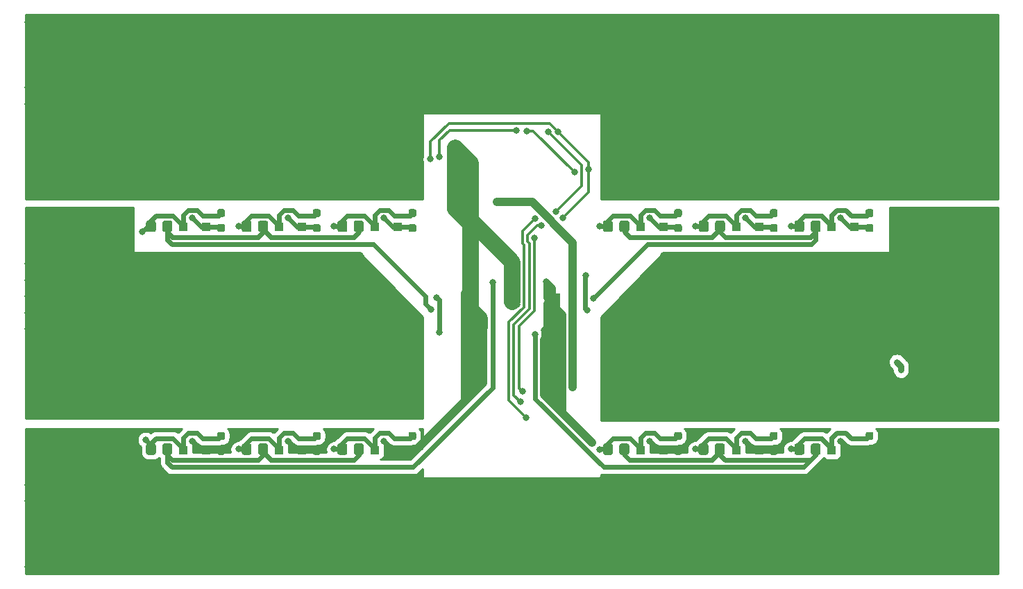
<source format=gbr>
%TF.GenerationSoftware,KiCad,Pcbnew,5.1.9*%
%TF.CreationDate,2021-04-12T00:54:04-03:00*%
%TF.ProjectId,Switches,53776974-6368-4657-932e-6b696361645f,rev?*%
%TF.SameCoordinates,Original*%
%TF.FileFunction,Copper,L2,Bot*%
%TF.FilePolarity,Positive*%
%FSLAX46Y46*%
G04 Gerber Fmt 4.6, Leading zero omitted, Abs format (unit mm)*
G04 Created by KiCad (PCBNEW 5.1.9) date 2021-04-12 00:54:04*
%MOMM*%
%LPD*%
G01*
G04 APERTURE LIST*
%TA.AperFunction,ComponentPad*%
%ADD10C,0.600000*%
%TD*%
%TA.AperFunction,SMDPad,CuDef*%
%ADD11C,0.100000*%
%TD*%
%TA.AperFunction,ComponentPad*%
%ADD12C,5.000000*%
%TD*%
%TA.AperFunction,ComponentPad*%
%ADD13C,0.500000*%
%TD*%
%TA.AperFunction,SMDPad,CuDef*%
%ADD14R,1.900000X2.500000*%
%TD*%
%TA.AperFunction,SMDPad,CuDef*%
%ADD15R,1.100000X1.100000*%
%TD*%
%TA.AperFunction,ViaPad*%
%ADD16C,0.800000*%
%TD*%
%TA.AperFunction,Conductor*%
%ADD17C,0.800000*%
%TD*%
%TA.AperFunction,Conductor*%
%ADD18C,0.600000*%
%TD*%
%TA.AperFunction,Conductor*%
%ADD19C,2.000000*%
%TD*%
%TA.AperFunction,Conductor*%
%ADD20C,1.000000*%
%TD*%
%TA.AperFunction,Conductor*%
%ADD21C,0.300000*%
%TD*%
%TA.AperFunction,Conductor*%
%ADD22C,0.254000*%
%TD*%
%TA.AperFunction,Conductor*%
%ADD23C,0.100000*%
%TD*%
G04 APERTURE END LIST*
D10*
%TO.P,Q112,3*%
%TO.N,/SL2*%
X206800000Y-108250000D03*
X206800000Y-109250000D03*
X196800000Y-109250000D03*
X196800000Y-108250000D03*
X199300000Y-108750000D03*
X204800000Y-109250000D03*
X200300000Y-108750000D03*
X199800000Y-108250000D03*
X205800000Y-108250000D03*
X198800000Y-108250000D03*
X197300000Y-108750000D03*
X197800000Y-108250000D03*
X199800000Y-109250000D03*
X204800000Y-108250000D03*
X205300000Y-108750000D03*
X203800000Y-109250000D03*
X202300000Y-108750000D03*
X200800000Y-109250000D03*
X203300000Y-108750000D03*
X202800000Y-109250000D03*
X201300000Y-108750000D03*
X201800000Y-108250000D03*
X197800000Y-109250000D03*
X200800000Y-108250000D03*
X198800000Y-109250000D03*
X201800000Y-109250000D03*
X206300000Y-108750000D03*
X202800000Y-108250000D03*
X204300000Y-108750000D03*
X205800000Y-109250000D03*
X198300000Y-108750000D03*
X203800000Y-108250000D03*
X199300000Y-111750000D03*
X198300000Y-110750000D03*
X204800000Y-112250000D03*
X205300000Y-109750000D03*
X198800000Y-110250000D03*
X200300000Y-111750000D03*
X203300000Y-109750000D03*
X198300000Y-109750000D03*
X199800000Y-111250000D03*
X203300000Y-110750000D03*
X205800000Y-111250000D03*
X202300000Y-109750000D03*
X197800000Y-110250000D03*
X198800000Y-111250000D03*
X202300000Y-110750000D03*
X197800000Y-111250000D03*
X199800000Y-112250000D03*
X203800000Y-110250000D03*
X204800000Y-111250000D03*
X204800000Y-110250000D03*
X205300000Y-110750000D03*
X205300000Y-111750000D03*
X203800000Y-112250000D03*
X200300000Y-109750000D03*
X202300000Y-111750000D03*
X200800000Y-112250000D03*
X203300000Y-111750000D03*
X202800000Y-112250000D03*
X201800000Y-110250000D03*
X199300000Y-109750000D03*
X201300000Y-111750000D03*
X201800000Y-111250000D03*
X201300000Y-109750000D03*
X197800000Y-112250000D03*
X200300000Y-110750000D03*
X200800000Y-111250000D03*
X200800000Y-110250000D03*
X202800000Y-110250000D03*
X198800000Y-112250000D03*
X201800000Y-112250000D03*
X204300000Y-109750000D03*
X204300000Y-110750000D03*
X201300000Y-110750000D03*
X202800000Y-111250000D03*
X199800000Y-110250000D03*
X204300000Y-111750000D03*
X199300000Y-110750000D03*
X205800000Y-112250000D03*
X205800000Y-110250000D03*
X198300000Y-111750000D03*
X203800000Y-111250000D03*
X206300000Y-114750000D03*
X206300000Y-112750000D03*
X205800000Y-113250000D03*
X205800000Y-115250000D03*
X206300000Y-115750000D03*
X205800000Y-114250000D03*
X206300000Y-113750000D03*
X205300000Y-114750000D03*
X205300000Y-112750000D03*
X204800000Y-113250000D03*
X204800000Y-115250000D03*
X205300000Y-115750000D03*
X204800000Y-114250000D03*
X205300000Y-113750000D03*
X204300000Y-114750000D03*
X204300000Y-112750000D03*
X203800000Y-113250000D03*
X203800000Y-115250000D03*
X204300000Y-115750000D03*
X203800000Y-114250000D03*
X204300000Y-113750000D03*
X203300000Y-114750000D03*
X203300000Y-112750000D03*
X202800000Y-113250000D03*
X202800000Y-115250000D03*
X203300000Y-115750000D03*
X202800000Y-114250000D03*
X203300000Y-113750000D03*
X202300000Y-114750000D03*
X202300000Y-112750000D03*
X201800000Y-113250000D03*
X201800000Y-115250000D03*
X202300000Y-115750000D03*
X201800000Y-114250000D03*
X202300000Y-113750000D03*
X201300000Y-114750000D03*
X201300000Y-112750000D03*
X200800000Y-113250000D03*
X200800000Y-115250000D03*
X201300000Y-115750000D03*
X200800000Y-114250000D03*
X201300000Y-113750000D03*
X200300000Y-114750000D03*
X200300000Y-112750000D03*
X199800000Y-113250000D03*
X199800000Y-115250000D03*
X200300000Y-115750000D03*
X199800000Y-114250000D03*
X200300000Y-113750000D03*
X199300000Y-114750000D03*
X199300000Y-112750000D03*
X198800000Y-113250000D03*
X198800000Y-115250000D03*
X199300000Y-115750000D03*
X198800000Y-114250000D03*
X199300000Y-113750000D03*
X198300000Y-112750000D03*
X198300000Y-113750000D03*
X197800000Y-113250000D03*
X197800000Y-114250000D03*
X197800000Y-115250000D03*
X198300000Y-114750000D03*
X198300000Y-115750000D03*
X197300000Y-112750000D03*
X197300000Y-113750000D03*
%TA.AperFunction,SMDPad,CuDef*%
D11*
G36*
X206850000Y-108000000D02*
G01*
X206850000Y-109500000D01*
X206150000Y-109500000D01*
X206150000Y-112300000D01*
X206650000Y-112300000D01*
X206650000Y-116000000D01*
X196950000Y-116000000D01*
X196950000Y-112300000D01*
X197450000Y-112300000D01*
X197450000Y-109500000D01*
X196750000Y-109500000D01*
X196750000Y-108000000D01*
X206850000Y-108000000D01*
G37*
%TD.AperFunction*%
D10*
X197300000Y-115750000D03*
X197300000Y-114750000D03*
%TD*%
%TO.P,Q111,3*%
%TO.N,/SL2*%
X195125000Y-108250000D03*
X195125000Y-109250000D03*
X185125000Y-109250000D03*
X185125000Y-108250000D03*
X187625000Y-108750000D03*
X193125000Y-109250000D03*
X188625000Y-108750000D03*
X188125000Y-108250000D03*
X194125000Y-108250000D03*
X187125000Y-108250000D03*
X185625000Y-108750000D03*
X186125000Y-108250000D03*
X188125000Y-109250000D03*
X193125000Y-108250000D03*
X193625000Y-108750000D03*
X192125000Y-109250000D03*
X190625000Y-108750000D03*
X189125000Y-109250000D03*
X191625000Y-108750000D03*
X191125000Y-109250000D03*
X189625000Y-108750000D03*
X190125000Y-108250000D03*
X186125000Y-109250000D03*
X189125000Y-108250000D03*
X187125000Y-109250000D03*
X190125000Y-109250000D03*
X194625000Y-108750000D03*
X191125000Y-108250000D03*
X192625000Y-108750000D03*
X194125000Y-109250000D03*
X186625000Y-108750000D03*
X192125000Y-108250000D03*
X187625000Y-111750000D03*
X186625000Y-110750000D03*
X193125000Y-112250000D03*
X193625000Y-109750000D03*
X187125000Y-110250000D03*
X188625000Y-111750000D03*
X191625000Y-109750000D03*
X186625000Y-109750000D03*
X188125000Y-111250000D03*
X191625000Y-110750000D03*
X194125000Y-111250000D03*
X190625000Y-109750000D03*
X186125000Y-110250000D03*
X187125000Y-111250000D03*
X190625000Y-110750000D03*
X186125000Y-111250000D03*
X188125000Y-112250000D03*
X192125000Y-110250000D03*
X193125000Y-111250000D03*
X193125000Y-110250000D03*
X193625000Y-110750000D03*
X193625000Y-111750000D03*
X192125000Y-112250000D03*
X188625000Y-109750000D03*
X190625000Y-111750000D03*
X189125000Y-112250000D03*
X191625000Y-111750000D03*
X191125000Y-112250000D03*
X190125000Y-110250000D03*
X187625000Y-109750000D03*
X189625000Y-111750000D03*
X190125000Y-111250000D03*
X189625000Y-109750000D03*
X186125000Y-112250000D03*
X188625000Y-110750000D03*
X189125000Y-111250000D03*
X189125000Y-110250000D03*
X191125000Y-110250000D03*
X187125000Y-112250000D03*
X190125000Y-112250000D03*
X192625000Y-109750000D03*
X192625000Y-110750000D03*
X189625000Y-110750000D03*
X191125000Y-111250000D03*
X188125000Y-110250000D03*
X192625000Y-111750000D03*
X187625000Y-110750000D03*
X194125000Y-112250000D03*
X194125000Y-110250000D03*
X186625000Y-111750000D03*
X192125000Y-111250000D03*
X194625000Y-114750000D03*
X194625000Y-112750000D03*
X194125000Y-113250000D03*
X194125000Y-115250000D03*
X194625000Y-115750000D03*
X194125000Y-114250000D03*
X194625000Y-113750000D03*
X193625000Y-114750000D03*
X193625000Y-112750000D03*
X193125000Y-113250000D03*
X193125000Y-115250000D03*
X193625000Y-115750000D03*
X193125000Y-114250000D03*
X193625000Y-113750000D03*
X192625000Y-114750000D03*
X192625000Y-112750000D03*
X192125000Y-113250000D03*
X192125000Y-115250000D03*
X192625000Y-115750000D03*
X192125000Y-114250000D03*
X192625000Y-113750000D03*
X191625000Y-114750000D03*
X191625000Y-112750000D03*
X191125000Y-113250000D03*
X191125000Y-115250000D03*
X191625000Y-115750000D03*
X191125000Y-114250000D03*
X191625000Y-113750000D03*
X190625000Y-114750000D03*
X190625000Y-112750000D03*
X190125000Y-113250000D03*
X190125000Y-115250000D03*
X190625000Y-115750000D03*
X190125000Y-114250000D03*
X190625000Y-113750000D03*
X189625000Y-114750000D03*
X189625000Y-112750000D03*
X189125000Y-113250000D03*
X189125000Y-115250000D03*
X189625000Y-115750000D03*
X189125000Y-114250000D03*
X189625000Y-113750000D03*
X188625000Y-114750000D03*
X188625000Y-112750000D03*
X188125000Y-113250000D03*
X188125000Y-115250000D03*
X188625000Y-115750000D03*
X188125000Y-114250000D03*
X188625000Y-113750000D03*
X187625000Y-114750000D03*
X187625000Y-112750000D03*
X187125000Y-113250000D03*
X187125000Y-115250000D03*
X187625000Y-115750000D03*
X187125000Y-114250000D03*
X187625000Y-113750000D03*
X186625000Y-112750000D03*
X186625000Y-113750000D03*
X186125000Y-113250000D03*
X186125000Y-114250000D03*
X186125000Y-115250000D03*
X186625000Y-114750000D03*
X186625000Y-115750000D03*
X185625000Y-112750000D03*
X185625000Y-113750000D03*
%TA.AperFunction,SMDPad,CuDef*%
D11*
G36*
X195175000Y-108000000D02*
G01*
X195175000Y-109500000D01*
X194475000Y-109500000D01*
X194475000Y-112300000D01*
X194975000Y-112300000D01*
X194975000Y-116000000D01*
X185275000Y-116000000D01*
X185275000Y-112300000D01*
X185775000Y-112300000D01*
X185775000Y-109500000D01*
X185075000Y-109500000D01*
X185075000Y-108000000D01*
X195175000Y-108000000D01*
G37*
%TD.AperFunction*%
D10*
X185625000Y-115750000D03*
X185625000Y-114750000D03*
%TD*%
%TO.P,Q110,3*%
%TO.N,/SL2*%
X183450000Y-108250000D03*
X183450000Y-109250000D03*
X173450000Y-109250000D03*
X173450000Y-108250000D03*
X175950000Y-108750000D03*
X181450000Y-109250000D03*
X176950000Y-108750000D03*
X176450000Y-108250000D03*
X182450000Y-108250000D03*
X175450000Y-108250000D03*
X173950000Y-108750000D03*
X174450000Y-108250000D03*
X176450000Y-109250000D03*
X181450000Y-108250000D03*
X181950000Y-108750000D03*
X180450000Y-109250000D03*
X178950000Y-108750000D03*
X177450000Y-109250000D03*
X179950000Y-108750000D03*
X179450000Y-109250000D03*
X177950000Y-108750000D03*
X178450000Y-108250000D03*
X174450000Y-109250000D03*
X177450000Y-108250000D03*
X175450000Y-109250000D03*
X178450000Y-109250000D03*
X182950000Y-108750000D03*
X179450000Y-108250000D03*
X180950000Y-108750000D03*
X182450000Y-109250000D03*
X174950000Y-108750000D03*
X180450000Y-108250000D03*
X175950000Y-111750000D03*
X174950000Y-110750000D03*
X181450000Y-112250000D03*
X181950000Y-109750000D03*
X175450000Y-110250000D03*
X176950000Y-111750000D03*
X179950000Y-109750000D03*
X174950000Y-109750000D03*
X176450000Y-111250000D03*
X179950000Y-110750000D03*
X182450000Y-111250000D03*
X178950000Y-109750000D03*
X174450000Y-110250000D03*
X175450000Y-111250000D03*
X178950000Y-110750000D03*
X174450000Y-111250000D03*
X176450000Y-112250000D03*
X180450000Y-110250000D03*
X181450000Y-111250000D03*
X181450000Y-110250000D03*
X181950000Y-110750000D03*
X181950000Y-111750000D03*
X180450000Y-112250000D03*
X176950000Y-109750000D03*
X178950000Y-111750000D03*
X177450000Y-112250000D03*
X179950000Y-111750000D03*
X179450000Y-112250000D03*
X178450000Y-110250000D03*
X175950000Y-109750000D03*
X177950000Y-111750000D03*
X178450000Y-111250000D03*
X177950000Y-109750000D03*
X174450000Y-112250000D03*
X176950000Y-110750000D03*
X177450000Y-111250000D03*
X177450000Y-110250000D03*
X179450000Y-110250000D03*
X175450000Y-112250000D03*
X178450000Y-112250000D03*
X180950000Y-109750000D03*
X180950000Y-110750000D03*
X177950000Y-110750000D03*
X179450000Y-111250000D03*
X176450000Y-110250000D03*
X180950000Y-111750000D03*
X175950000Y-110750000D03*
X182450000Y-112250000D03*
X182450000Y-110250000D03*
X174950000Y-111750000D03*
X180450000Y-111250000D03*
X182950000Y-114750000D03*
X182950000Y-112750000D03*
X182450000Y-113250000D03*
X182450000Y-115250000D03*
X182950000Y-115750000D03*
X182450000Y-114250000D03*
X182950000Y-113750000D03*
X181950000Y-114750000D03*
X181950000Y-112750000D03*
X181450000Y-113250000D03*
X181450000Y-115250000D03*
X181950000Y-115750000D03*
X181450000Y-114250000D03*
X181950000Y-113750000D03*
X180950000Y-114750000D03*
X180950000Y-112750000D03*
X180450000Y-113250000D03*
X180450000Y-115250000D03*
X180950000Y-115750000D03*
X180450000Y-114250000D03*
X180950000Y-113750000D03*
X179950000Y-114750000D03*
X179950000Y-112750000D03*
X179450000Y-113250000D03*
X179450000Y-115250000D03*
X179950000Y-115750000D03*
X179450000Y-114250000D03*
X179950000Y-113750000D03*
X178950000Y-114750000D03*
X178950000Y-112750000D03*
X178450000Y-113250000D03*
X178450000Y-115250000D03*
X178950000Y-115750000D03*
X178450000Y-114250000D03*
X178950000Y-113750000D03*
X177950000Y-114750000D03*
X177950000Y-112750000D03*
X177450000Y-113250000D03*
X177450000Y-115250000D03*
X177950000Y-115750000D03*
X177450000Y-114250000D03*
X177950000Y-113750000D03*
X176950000Y-114750000D03*
X176950000Y-112750000D03*
X176450000Y-113250000D03*
X176450000Y-115250000D03*
X176950000Y-115750000D03*
X176450000Y-114250000D03*
X176950000Y-113750000D03*
X175950000Y-114750000D03*
X175950000Y-112750000D03*
X175450000Y-113250000D03*
X175450000Y-115250000D03*
X175950000Y-115750000D03*
X175450000Y-114250000D03*
X175950000Y-113750000D03*
X174950000Y-112750000D03*
X174950000Y-113750000D03*
X174450000Y-113250000D03*
X174450000Y-114250000D03*
X174450000Y-115250000D03*
X174950000Y-114750000D03*
X174950000Y-115750000D03*
X173950000Y-112750000D03*
X173950000Y-113750000D03*
%TA.AperFunction,SMDPad,CuDef*%
D11*
G36*
X183500000Y-108000000D02*
G01*
X183500000Y-109500000D01*
X182800000Y-109500000D01*
X182800000Y-112300000D01*
X183300000Y-112300000D01*
X183300000Y-116000000D01*
X173600000Y-116000000D01*
X173600000Y-112300000D01*
X174100000Y-112300000D01*
X174100000Y-109500000D01*
X173400000Y-109500000D01*
X173400000Y-108000000D01*
X183500000Y-108000000D01*
G37*
%TD.AperFunction*%
D10*
X173950000Y-115750000D03*
X173950000Y-114750000D03*
%TD*%
%TO.P,Q109,3*%
%TO.N,/SL1*%
X151050000Y-108250000D03*
X151050000Y-109250000D03*
X141050000Y-109250000D03*
X141050000Y-108250000D03*
X143550000Y-108750000D03*
X149050000Y-109250000D03*
X144550000Y-108750000D03*
X144050000Y-108250000D03*
X150050000Y-108250000D03*
X143050000Y-108250000D03*
X141550000Y-108750000D03*
X142050000Y-108250000D03*
X144050000Y-109250000D03*
X149050000Y-108250000D03*
X149550000Y-108750000D03*
X148050000Y-109250000D03*
X146550000Y-108750000D03*
X145050000Y-109250000D03*
X147550000Y-108750000D03*
X147050000Y-109250000D03*
X145550000Y-108750000D03*
X146050000Y-108250000D03*
X142050000Y-109250000D03*
X145050000Y-108250000D03*
X143050000Y-109250000D03*
X146050000Y-109250000D03*
X150550000Y-108750000D03*
X147050000Y-108250000D03*
X148550000Y-108750000D03*
X150050000Y-109250000D03*
X142550000Y-108750000D03*
X148050000Y-108250000D03*
X143550000Y-111750000D03*
X142550000Y-110750000D03*
X149050000Y-112250000D03*
X149550000Y-109750000D03*
X143050000Y-110250000D03*
X144550000Y-111750000D03*
X147550000Y-109750000D03*
X142550000Y-109750000D03*
X144050000Y-111250000D03*
X147550000Y-110750000D03*
X150050000Y-111250000D03*
X146550000Y-109750000D03*
X142050000Y-110250000D03*
X143050000Y-111250000D03*
X146550000Y-110750000D03*
X142050000Y-111250000D03*
X144050000Y-112250000D03*
X148050000Y-110250000D03*
X149050000Y-111250000D03*
X149050000Y-110250000D03*
X149550000Y-110750000D03*
X149550000Y-111750000D03*
X148050000Y-112250000D03*
X144550000Y-109750000D03*
X146550000Y-111750000D03*
X145050000Y-112250000D03*
X147550000Y-111750000D03*
X147050000Y-112250000D03*
X146050000Y-110250000D03*
X143550000Y-109750000D03*
X145550000Y-111750000D03*
X146050000Y-111250000D03*
X145550000Y-109750000D03*
X142050000Y-112250000D03*
X144550000Y-110750000D03*
X145050000Y-111250000D03*
X145050000Y-110250000D03*
X147050000Y-110250000D03*
X143050000Y-112250000D03*
X146050000Y-112250000D03*
X148550000Y-109750000D03*
X148550000Y-110750000D03*
X145550000Y-110750000D03*
X147050000Y-111250000D03*
X144050000Y-110250000D03*
X148550000Y-111750000D03*
X143550000Y-110750000D03*
X150050000Y-112250000D03*
X150050000Y-110250000D03*
X142550000Y-111750000D03*
X148050000Y-111250000D03*
X150550000Y-114750000D03*
X150550000Y-112750000D03*
X150050000Y-113250000D03*
X150050000Y-115250000D03*
X150550000Y-115750000D03*
X150050000Y-114250000D03*
X150550000Y-113750000D03*
X149550000Y-114750000D03*
X149550000Y-112750000D03*
X149050000Y-113250000D03*
X149050000Y-115250000D03*
X149550000Y-115750000D03*
X149050000Y-114250000D03*
X149550000Y-113750000D03*
X148550000Y-114750000D03*
X148550000Y-112750000D03*
X148050000Y-113250000D03*
X148050000Y-115250000D03*
X148550000Y-115750000D03*
X148050000Y-114250000D03*
X148550000Y-113750000D03*
X147550000Y-114750000D03*
X147550000Y-112750000D03*
X147050000Y-113250000D03*
X147050000Y-115250000D03*
X147550000Y-115750000D03*
X147050000Y-114250000D03*
X147550000Y-113750000D03*
X146550000Y-114750000D03*
X146550000Y-112750000D03*
X146050000Y-113250000D03*
X146050000Y-115250000D03*
X146550000Y-115750000D03*
X146050000Y-114250000D03*
X146550000Y-113750000D03*
X145550000Y-114750000D03*
X145550000Y-112750000D03*
X145050000Y-113250000D03*
X145050000Y-115250000D03*
X145550000Y-115750000D03*
X145050000Y-114250000D03*
X145550000Y-113750000D03*
X144550000Y-114750000D03*
X144550000Y-112750000D03*
X144050000Y-113250000D03*
X144050000Y-115250000D03*
X144550000Y-115750000D03*
X144050000Y-114250000D03*
X144550000Y-113750000D03*
X143550000Y-114750000D03*
X143550000Y-112750000D03*
X143050000Y-113250000D03*
X143050000Y-115250000D03*
X143550000Y-115750000D03*
X143050000Y-114250000D03*
X143550000Y-113750000D03*
X142550000Y-112750000D03*
X142550000Y-113750000D03*
X142050000Y-113250000D03*
X142050000Y-114250000D03*
X142050000Y-115250000D03*
X142550000Y-114750000D03*
X142550000Y-115750000D03*
X141550000Y-112750000D03*
X141550000Y-113750000D03*
%TA.AperFunction,SMDPad,CuDef*%
D11*
G36*
X151100000Y-108000000D02*
G01*
X151100000Y-109500000D01*
X150400000Y-109500000D01*
X150400000Y-112300000D01*
X150900000Y-112300000D01*
X150900000Y-116000000D01*
X141200000Y-116000000D01*
X141200000Y-112300000D01*
X141700000Y-112300000D01*
X141700000Y-109500000D01*
X141000000Y-109500000D01*
X141000000Y-108000000D01*
X151100000Y-108000000D01*
G37*
%TD.AperFunction*%
D10*
X141550000Y-115750000D03*
X141550000Y-114750000D03*
%TD*%
%TO.P,Q108,3*%
%TO.N,/SL1*%
X139375000Y-108250000D03*
X139375000Y-109250000D03*
X129375000Y-109250000D03*
X129375000Y-108250000D03*
X131875000Y-108750000D03*
X137375000Y-109250000D03*
X132875000Y-108750000D03*
X132375000Y-108250000D03*
X138375000Y-108250000D03*
X131375000Y-108250000D03*
X129875000Y-108750000D03*
X130375000Y-108250000D03*
X132375000Y-109250000D03*
X137375000Y-108250000D03*
X137875000Y-108750000D03*
X136375000Y-109250000D03*
X134875000Y-108750000D03*
X133375000Y-109250000D03*
X135875000Y-108750000D03*
X135375000Y-109250000D03*
X133875000Y-108750000D03*
X134375000Y-108250000D03*
X130375000Y-109250000D03*
X133375000Y-108250000D03*
X131375000Y-109250000D03*
X134375000Y-109250000D03*
X138875000Y-108750000D03*
X135375000Y-108250000D03*
X136875000Y-108750000D03*
X138375000Y-109250000D03*
X130875000Y-108750000D03*
X136375000Y-108250000D03*
X131875000Y-111750000D03*
X130875000Y-110750000D03*
X137375000Y-112250000D03*
X137875000Y-109750000D03*
X131375000Y-110250000D03*
X132875000Y-111750000D03*
X135875000Y-109750000D03*
X130875000Y-109750000D03*
X132375000Y-111250000D03*
X135875000Y-110750000D03*
X138375000Y-111250000D03*
X134875000Y-109750000D03*
X130375000Y-110250000D03*
X131375000Y-111250000D03*
X134875000Y-110750000D03*
X130375000Y-111250000D03*
X132375000Y-112250000D03*
X136375000Y-110250000D03*
X137375000Y-111250000D03*
X137375000Y-110250000D03*
X137875000Y-110750000D03*
X137875000Y-111750000D03*
X136375000Y-112250000D03*
X132875000Y-109750000D03*
X134875000Y-111750000D03*
X133375000Y-112250000D03*
X135875000Y-111750000D03*
X135375000Y-112250000D03*
X134375000Y-110250000D03*
X131875000Y-109750000D03*
X133875000Y-111750000D03*
X134375000Y-111250000D03*
X133875000Y-109750000D03*
X130375000Y-112250000D03*
X132875000Y-110750000D03*
X133375000Y-111250000D03*
X133375000Y-110250000D03*
X135375000Y-110250000D03*
X131375000Y-112250000D03*
X134375000Y-112250000D03*
X136875000Y-109750000D03*
X136875000Y-110750000D03*
X133875000Y-110750000D03*
X135375000Y-111250000D03*
X132375000Y-110250000D03*
X136875000Y-111750000D03*
X131875000Y-110750000D03*
X138375000Y-112250000D03*
X138375000Y-110250000D03*
X130875000Y-111750000D03*
X136375000Y-111250000D03*
X138875000Y-114750000D03*
X138875000Y-112750000D03*
X138375000Y-113250000D03*
X138375000Y-115250000D03*
X138875000Y-115750000D03*
X138375000Y-114250000D03*
X138875000Y-113750000D03*
X137875000Y-114750000D03*
X137875000Y-112750000D03*
X137375000Y-113250000D03*
X137375000Y-115250000D03*
X137875000Y-115750000D03*
X137375000Y-114250000D03*
X137875000Y-113750000D03*
X136875000Y-114750000D03*
X136875000Y-112750000D03*
X136375000Y-113250000D03*
X136375000Y-115250000D03*
X136875000Y-115750000D03*
X136375000Y-114250000D03*
X136875000Y-113750000D03*
X135875000Y-114750000D03*
X135875000Y-112750000D03*
X135375000Y-113250000D03*
X135375000Y-115250000D03*
X135875000Y-115750000D03*
X135375000Y-114250000D03*
X135875000Y-113750000D03*
X134875000Y-114750000D03*
X134875000Y-112750000D03*
X134375000Y-113250000D03*
X134375000Y-115250000D03*
X134875000Y-115750000D03*
X134375000Y-114250000D03*
X134875000Y-113750000D03*
X133875000Y-114750000D03*
X133875000Y-112750000D03*
X133375000Y-113250000D03*
X133375000Y-115250000D03*
X133875000Y-115750000D03*
X133375000Y-114250000D03*
X133875000Y-113750000D03*
X132875000Y-114750000D03*
X132875000Y-112750000D03*
X132375000Y-113250000D03*
X132375000Y-115250000D03*
X132875000Y-115750000D03*
X132375000Y-114250000D03*
X132875000Y-113750000D03*
X131875000Y-114750000D03*
X131875000Y-112750000D03*
X131375000Y-113250000D03*
X131375000Y-115250000D03*
X131875000Y-115750000D03*
X131375000Y-114250000D03*
X131875000Y-113750000D03*
X130875000Y-112750000D03*
X130875000Y-113750000D03*
X130375000Y-113250000D03*
X130375000Y-114250000D03*
X130375000Y-115250000D03*
X130875000Y-114750000D03*
X130875000Y-115750000D03*
X129875000Y-112750000D03*
X129875000Y-113750000D03*
%TA.AperFunction,SMDPad,CuDef*%
D11*
G36*
X139425000Y-108000000D02*
G01*
X139425000Y-109500000D01*
X138725000Y-109500000D01*
X138725000Y-112300000D01*
X139225000Y-112300000D01*
X139225000Y-116000000D01*
X129525000Y-116000000D01*
X129525000Y-112300000D01*
X130025000Y-112300000D01*
X130025000Y-109500000D01*
X129325000Y-109500000D01*
X129325000Y-108000000D01*
X139425000Y-108000000D01*
G37*
%TD.AperFunction*%
D10*
X129875000Y-115750000D03*
X129875000Y-114750000D03*
%TD*%
%TO.P,Q107,3*%
%TO.N,/SL1*%
X127700000Y-108250000D03*
X127700000Y-109250000D03*
X117700000Y-109250000D03*
X117700000Y-108250000D03*
X120200000Y-108750000D03*
X125700000Y-109250000D03*
X121200000Y-108750000D03*
X120700000Y-108250000D03*
X126700000Y-108250000D03*
X119700000Y-108250000D03*
X118200000Y-108750000D03*
X118700000Y-108250000D03*
X120700000Y-109250000D03*
X125700000Y-108250000D03*
X126200000Y-108750000D03*
X124700000Y-109250000D03*
X123200000Y-108750000D03*
X121700000Y-109250000D03*
X124200000Y-108750000D03*
X123700000Y-109250000D03*
X122200000Y-108750000D03*
X122700000Y-108250000D03*
X118700000Y-109250000D03*
X121700000Y-108250000D03*
X119700000Y-109250000D03*
X122700000Y-109250000D03*
X127200000Y-108750000D03*
X123700000Y-108250000D03*
X125200000Y-108750000D03*
X126700000Y-109250000D03*
X119200000Y-108750000D03*
X124700000Y-108250000D03*
X120200000Y-111750000D03*
X119200000Y-110750000D03*
X125700000Y-112250000D03*
X126200000Y-109750000D03*
X119700000Y-110250000D03*
X121200000Y-111750000D03*
X124200000Y-109750000D03*
X119200000Y-109750000D03*
X120700000Y-111250000D03*
X124200000Y-110750000D03*
X126700000Y-111250000D03*
X123200000Y-109750000D03*
X118700000Y-110250000D03*
X119700000Y-111250000D03*
X123200000Y-110750000D03*
X118700000Y-111250000D03*
X120700000Y-112250000D03*
X124700000Y-110250000D03*
X125700000Y-111250000D03*
X125700000Y-110250000D03*
X126200000Y-110750000D03*
X126200000Y-111750000D03*
X124700000Y-112250000D03*
X121200000Y-109750000D03*
X123200000Y-111750000D03*
X121700000Y-112250000D03*
X124200000Y-111750000D03*
X123700000Y-112250000D03*
X122700000Y-110250000D03*
X120200000Y-109750000D03*
X122200000Y-111750000D03*
X122700000Y-111250000D03*
X122200000Y-109750000D03*
X118700000Y-112250000D03*
X121200000Y-110750000D03*
X121700000Y-111250000D03*
X121700000Y-110250000D03*
X123700000Y-110250000D03*
X119700000Y-112250000D03*
X122700000Y-112250000D03*
X125200000Y-109750000D03*
X125200000Y-110750000D03*
X122200000Y-110750000D03*
X123700000Y-111250000D03*
X120700000Y-110250000D03*
X125200000Y-111750000D03*
X120200000Y-110750000D03*
X126700000Y-112250000D03*
X126700000Y-110250000D03*
X119200000Y-111750000D03*
X124700000Y-111250000D03*
X127200000Y-114750000D03*
X127200000Y-112750000D03*
X126700000Y-113250000D03*
X126700000Y-115250000D03*
X127200000Y-115750000D03*
X126700000Y-114250000D03*
X127200000Y-113750000D03*
X126200000Y-114750000D03*
X126200000Y-112750000D03*
X125700000Y-113250000D03*
X125700000Y-115250000D03*
X126200000Y-115750000D03*
X125700000Y-114250000D03*
X126200000Y-113750000D03*
X125200000Y-114750000D03*
X125200000Y-112750000D03*
X124700000Y-113250000D03*
X124700000Y-115250000D03*
X125200000Y-115750000D03*
X124700000Y-114250000D03*
X125200000Y-113750000D03*
X124200000Y-114750000D03*
X124200000Y-112750000D03*
X123700000Y-113250000D03*
X123700000Y-115250000D03*
X124200000Y-115750000D03*
X123700000Y-114250000D03*
X124200000Y-113750000D03*
X123200000Y-114750000D03*
X123200000Y-112750000D03*
X122700000Y-113250000D03*
X122700000Y-115250000D03*
X123200000Y-115750000D03*
X122700000Y-114250000D03*
X123200000Y-113750000D03*
X122200000Y-114750000D03*
X122200000Y-112750000D03*
X121700000Y-113250000D03*
X121700000Y-115250000D03*
X122200000Y-115750000D03*
X121700000Y-114250000D03*
X122200000Y-113750000D03*
X121200000Y-114750000D03*
X121200000Y-112750000D03*
X120700000Y-113250000D03*
X120700000Y-115250000D03*
X121200000Y-115750000D03*
X120700000Y-114250000D03*
X121200000Y-113750000D03*
X120200000Y-114750000D03*
X120200000Y-112750000D03*
X119700000Y-113250000D03*
X119700000Y-115250000D03*
X120200000Y-115750000D03*
X119700000Y-114250000D03*
X120200000Y-113750000D03*
X119200000Y-112750000D03*
X119200000Y-113750000D03*
X118700000Y-113250000D03*
X118700000Y-114250000D03*
X118700000Y-115250000D03*
X119200000Y-114750000D03*
X119200000Y-115750000D03*
X118200000Y-112750000D03*
X118200000Y-113750000D03*
%TA.AperFunction,SMDPad,CuDef*%
D11*
G36*
X127750000Y-108000000D02*
G01*
X127750000Y-109500000D01*
X127050000Y-109500000D01*
X127050000Y-112300000D01*
X127550000Y-112300000D01*
X127550000Y-116000000D01*
X117850000Y-116000000D01*
X117850000Y-112300000D01*
X118350000Y-112300000D01*
X118350000Y-109500000D01*
X117650000Y-109500000D01*
X117650000Y-108000000D01*
X127750000Y-108000000D01*
G37*
%TD.AperFunction*%
D10*
X118200000Y-115750000D03*
X118200000Y-114750000D03*
%TD*%
%TO.P,Q106,3*%
%TO.N,+BATT*%
X206800000Y-81050000D03*
X206800000Y-82050000D03*
X196800000Y-82050000D03*
X196800000Y-81050000D03*
X199300000Y-81550000D03*
X204800000Y-82050000D03*
X200300000Y-81550000D03*
X199800000Y-81050000D03*
X205800000Y-81050000D03*
X198800000Y-81050000D03*
X197300000Y-81550000D03*
X197800000Y-81050000D03*
X199800000Y-82050000D03*
X204800000Y-81050000D03*
X205300000Y-81550000D03*
X203800000Y-82050000D03*
X202300000Y-81550000D03*
X200800000Y-82050000D03*
X203300000Y-81550000D03*
X202800000Y-82050000D03*
X201300000Y-81550000D03*
X201800000Y-81050000D03*
X197800000Y-82050000D03*
X200800000Y-81050000D03*
X198800000Y-82050000D03*
X201800000Y-82050000D03*
X206300000Y-81550000D03*
X202800000Y-81050000D03*
X204300000Y-81550000D03*
X205800000Y-82050000D03*
X198300000Y-81550000D03*
X203800000Y-81050000D03*
X199300000Y-84550000D03*
X198300000Y-83550000D03*
X204800000Y-85050000D03*
X205300000Y-82550000D03*
X198800000Y-83050000D03*
X200300000Y-84550000D03*
X203300000Y-82550000D03*
X198300000Y-82550000D03*
X199800000Y-84050000D03*
X203300000Y-83550000D03*
X205800000Y-84050000D03*
X202300000Y-82550000D03*
X197800000Y-83050000D03*
X198800000Y-84050000D03*
X202300000Y-83550000D03*
X197800000Y-84050000D03*
X199800000Y-85050000D03*
X203800000Y-83050000D03*
X204800000Y-84050000D03*
X204800000Y-83050000D03*
X205300000Y-83550000D03*
X205300000Y-84550000D03*
X203800000Y-85050000D03*
X200300000Y-82550000D03*
X202300000Y-84550000D03*
X200800000Y-85050000D03*
X203300000Y-84550000D03*
X202800000Y-85050000D03*
X201800000Y-83050000D03*
X199300000Y-82550000D03*
X201300000Y-84550000D03*
X201800000Y-84050000D03*
X201300000Y-82550000D03*
X197800000Y-85050000D03*
X200300000Y-83550000D03*
X200800000Y-84050000D03*
X200800000Y-83050000D03*
X202800000Y-83050000D03*
X198800000Y-85050000D03*
X201800000Y-85050000D03*
X204300000Y-82550000D03*
X204300000Y-83550000D03*
X201300000Y-83550000D03*
X202800000Y-84050000D03*
X199800000Y-83050000D03*
X204300000Y-84550000D03*
X199300000Y-83550000D03*
X205800000Y-85050000D03*
X205800000Y-83050000D03*
X198300000Y-84550000D03*
X203800000Y-84050000D03*
X206300000Y-87550000D03*
X206300000Y-85550000D03*
X205800000Y-86050000D03*
X205800000Y-88050000D03*
X206300000Y-88550000D03*
X205800000Y-87050000D03*
X206300000Y-86550000D03*
X205300000Y-87550000D03*
X205300000Y-85550000D03*
X204800000Y-86050000D03*
X204800000Y-88050000D03*
X205300000Y-88550000D03*
X204800000Y-87050000D03*
X205300000Y-86550000D03*
X204300000Y-87550000D03*
X204300000Y-85550000D03*
X203800000Y-86050000D03*
X203800000Y-88050000D03*
X204300000Y-88550000D03*
X203800000Y-87050000D03*
X204300000Y-86550000D03*
X203300000Y-87550000D03*
X203300000Y-85550000D03*
X202800000Y-86050000D03*
X202800000Y-88050000D03*
X203300000Y-88550000D03*
X202800000Y-87050000D03*
X203300000Y-86550000D03*
X202300000Y-87550000D03*
X202300000Y-85550000D03*
X201800000Y-86050000D03*
X201800000Y-88050000D03*
X202300000Y-88550000D03*
X201800000Y-87050000D03*
X202300000Y-86550000D03*
X201300000Y-87550000D03*
X201300000Y-85550000D03*
X200800000Y-86050000D03*
X200800000Y-88050000D03*
X201300000Y-88550000D03*
X200800000Y-87050000D03*
X201300000Y-86550000D03*
X200300000Y-87550000D03*
X200300000Y-85550000D03*
X199800000Y-86050000D03*
X199800000Y-88050000D03*
X200300000Y-88550000D03*
X199800000Y-87050000D03*
X200300000Y-86550000D03*
X199300000Y-87550000D03*
X199300000Y-85550000D03*
X198800000Y-86050000D03*
X198800000Y-88050000D03*
X199300000Y-88550000D03*
X198800000Y-87050000D03*
X199300000Y-86550000D03*
X198300000Y-85550000D03*
X198300000Y-86550000D03*
X197800000Y-86050000D03*
X197800000Y-87050000D03*
X197800000Y-88050000D03*
X198300000Y-87550000D03*
X198300000Y-88550000D03*
X197300000Y-85550000D03*
X197300000Y-86550000D03*
%TA.AperFunction,SMDPad,CuDef*%
D11*
G36*
X206850000Y-80800000D02*
G01*
X206850000Y-82300000D01*
X206150000Y-82300000D01*
X206150000Y-85100000D01*
X206650000Y-85100000D01*
X206650000Y-88800000D01*
X196950000Y-88800000D01*
X196950000Y-85100000D01*
X197450000Y-85100000D01*
X197450000Y-82300000D01*
X196750000Y-82300000D01*
X196750000Y-80800000D01*
X206850000Y-80800000D01*
G37*
%TD.AperFunction*%
D10*
X197300000Y-88550000D03*
X197300000Y-87550000D03*
%TD*%
%TO.P,Q105,3*%
%TO.N,+BATT*%
X195125000Y-81050000D03*
X195125000Y-82050000D03*
X185125000Y-82050000D03*
X185125000Y-81050000D03*
X187625000Y-81550000D03*
X193125000Y-82050000D03*
X188625000Y-81550000D03*
X188125000Y-81050000D03*
X194125000Y-81050000D03*
X187125000Y-81050000D03*
X185625000Y-81550000D03*
X186125000Y-81050000D03*
X188125000Y-82050000D03*
X193125000Y-81050000D03*
X193625000Y-81550000D03*
X192125000Y-82050000D03*
X190625000Y-81550000D03*
X189125000Y-82050000D03*
X191625000Y-81550000D03*
X191125000Y-82050000D03*
X189625000Y-81550000D03*
X190125000Y-81050000D03*
X186125000Y-82050000D03*
X189125000Y-81050000D03*
X187125000Y-82050000D03*
X190125000Y-82050000D03*
X194625000Y-81550000D03*
X191125000Y-81050000D03*
X192625000Y-81550000D03*
X194125000Y-82050000D03*
X186625000Y-81550000D03*
X192125000Y-81050000D03*
X187625000Y-84550000D03*
X186625000Y-83550000D03*
X193125000Y-85050000D03*
X193625000Y-82550000D03*
X187125000Y-83050000D03*
X188625000Y-84550000D03*
X191625000Y-82550000D03*
X186625000Y-82550000D03*
X188125000Y-84050000D03*
X191625000Y-83550000D03*
X194125000Y-84050000D03*
X190625000Y-82550000D03*
X186125000Y-83050000D03*
X187125000Y-84050000D03*
X190625000Y-83550000D03*
X186125000Y-84050000D03*
X188125000Y-85050000D03*
X192125000Y-83050000D03*
X193125000Y-84050000D03*
X193125000Y-83050000D03*
X193625000Y-83550000D03*
X193625000Y-84550000D03*
X192125000Y-85050000D03*
X188625000Y-82550000D03*
X190625000Y-84550000D03*
X189125000Y-85050000D03*
X191625000Y-84550000D03*
X191125000Y-85050000D03*
X190125000Y-83050000D03*
X187625000Y-82550000D03*
X189625000Y-84550000D03*
X190125000Y-84050000D03*
X189625000Y-82550000D03*
X186125000Y-85050000D03*
X188625000Y-83550000D03*
X189125000Y-84050000D03*
X189125000Y-83050000D03*
X191125000Y-83050000D03*
X187125000Y-85050000D03*
X190125000Y-85050000D03*
X192625000Y-82550000D03*
X192625000Y-83550000D03*
X189625000Y-83550000D03*
X191125000Y-84050000D03*
X188125000Y-83050000D03*
X192625000Y-84550000D03*
X187625000Y-83550000D03*
X194125000Y-85050000D03*
X194125000Y-83050000D03*
X186625000Y-84550000D03*
X192125000Y-84050000D03*
X194625000Y-87550000D03*
X194625000Y-85550000D03*
X194125000Y-86050000D03*
X194125000Y-88050000D03*
X194625000Y-88550000D03*
X194125000Y-87050000D03*
X194625000Y-86550000D03*
X193625000Y-87550000D03*
X193625000Y-85550000D03*
X193125000Y-86050000D03*
X193125000Y-88050000D03*
X193625000Y-88550000D03*
X193125000Y-87050000D03*
X193625000Y-86550000D03*
X192625000Y-87550000D03*
X192625000Y-85550000D03*
X192125000Y-86050000D03*
X192125000Y-88050000D03*
X192625000Y-88550000D03*
X192125000Y-87050000D03*
X192625000Y-86550000D03*
X191625000Y-87550000D03*
X191625000Y-85550000D03*
X191125000Y-86050000D03*
X191125000Y-88050000D03*
X191625000Y-88550000D03*
X191125000Y-87050000D03*
X191625000Y-86550000D03*
X190625000Y-87550000D03*
X190625000Y-85550000D03*
X190125000Y-86050000D03*
X190125000Y-88050000D03*
X190625000Y-88550000D03*
X190125000Y-87050000D03*
X190625000Y-86550000D03*
X189625000Y-87550000D03*
X189625000Y-85550000D03*
X189125000Y-86050000D03*
X189125000Y-88050000D03*
X189625000Y-88550000D03*
X189125000Y-87050000D03*
X189625000Y-86550000D03*
X188625000Y-87550000D03*
X188625000Y-85550000D03*
X188125000Y-86050000D03*
X188125000Y-88050000D03*
X188625000Y-88550000D03*
X188125000Y-87050000D03*
X188625000Y-86550000D03*
X187625000Y-87550000D03*
X187625000Y-85550000D03*
X187125000Y-86050000D03*
X187125000Y-88050000D03*
X187625000Y-88550000D03*
X187125000Y-87050000D03*
X187625000Y-86550000D03*
X186625000Y-85550000D03*
X186625000Y-86550000D03*
X186125000Y-86050000D03*
X186125000Y-87050000D03*
X186125000Y-88050000D03*
X186625000Y-87550000D03*
X186625000Y-88550000D03*
X185625000Y-85550000D03*
X185625000Y-86550000D03*
%TA.AperFunction,SMDPad,CuDef*%
D11*
G36*
X195175000Y-80800000D02*
G01*
X195175000Y-82300000D01*
X194475000Y-82300000D01*
X194475000Y-85100000D01*
X194975000Y-85100000D01*
X194975000Y-88800000D01*
X185275000Y-88800000D01*
X185275000Y-85100000D01*
X185775000Y-85100000D01*
X185775000Y-82300000D01*
X185075000Y-82300000D01*
X185075000Y-80800000D01*
X195175000Y-80800000D01*
G37*
%TD.AperFunction*%
D10*
X185625000Y-88550000D03*
X185625000Y-87550000D03*
%TD*%
%TO.P,Q104,3*%
%TO.N,+BATT*%
X183450000Y-81050000D03*
X183450000Y-82050000D03*
X173450000Y-82050000D03*
X173450000Y-81050000D03*
X175950000Y-81550000D03*
X181450000Y-82050000D03*
X176950000Y-81550000D03*
X176450000Y-81050000D03*
X182450000Y-81050000D03*
X175450000Y-81050000D03*
X173950000Y-81550000D03*
X174450000Y-81050000D03*
X176450000Y-82050000D03*
X181450000Y-81050000D03*
X181950000Y-81550000D03*
X180450000Y-82050000D03*
X178950000Y-81550000D03*
X177450000Y-82050000D03*
X179950000Y-81550000D03*
X179450000Y-82050000D03*
X177950000Y-81550000D03*
X178450000Y-81050000D03*
X174450000Y-82050000D03*
X177450000Y-81050000D03*
X175450000Y-82050000D03*
X178450000Y-82050000D03*
X182950000Y-81550000D03*
X179450000Y-81050000D03*
X180950000Y-81550000D03*
X182450000Y-82050000D03*
X174950000Y-81550000D03*
X180450000Y-81050000D03*
X175950000Y-84550000D03*
X174950000Y-83550000D03*
X181450000Y-85050000D03*
X181950000Y-82550000D03*
X175450000Y-83050000D03*
X176950000Y-84550000D03*
X179950000Y-82550000D03*
X174950000Y-82550000D03*
X176450000Y-84050000D03*
X179950000Y-83550000D03*
X182450000Y-84050000D03*
X178950000Y-82550000D03*
X174450000Y-83050000D03*
X175450000Y-84050000D03*
X178950000Y-83550000D03*
X174450000Y-84050000D03*
X176450000Y-85050000D03*
X180450000Y-83050000D03*
X181450000Y-84050000D03*
X181450000Y-83050000D03*
X181950000Y-83550000D03*
X181950000Y-84550000D03*
X180450000Y-85050000D03*
X176950000Y-82550000D03*
X178950000Y-84550000D03*
X177450000Y-85050000D03*
X179950000Y-84550000D03*
X179450000Y-85050000D03*
X178450000Y-83050000D03*
X175950000Y-82550000D03*
X177950000Y-84550000D03*
X178450000Y-84050000D03*
X177950000Y-82550000D03*
X174450000Y-85050000D03*
X176950000Y-83550000D03*
X177450000Y-84050000D03*
X177450000Y-83050000D03*
X179450000Y-83050000D03*
X175450000Y-85050000D03*
X178450000Y-85050000D03*
X180950000Y-82550000D03*
X180950000Y-83550000D03*
X177950000Y-83550000D03*
X179450000Y-84050000D03*
X176450000Y-83050000D03*
X180950000Y-84550000D03*
X175950000Y-83550000D03*
X182450000Y-85050000D03*
X182450000Y-83050000D03*
X174950000Y-84550000D03*
X180450000Y-84050000D03*
X182950000Y-87550000D03*
X182950000Y-85550000D03*
X182450000Y-86050000D03*
X182450000Y-88050000D03*
X182950000Y-88550000D03*
X182450000Y-87050000D03*
X182950000Y-86550000D03*
X181950000Y-87550000D03*
X181950000Y-85550000D03*
X181450000Y-86050000D03*
X181450000Y-88050000D03*
X181950000Y-88550000D03*
X181450000Y-87050000D03*
X181950000Y-86550000D03*
X180950000Y-87550000D03*
X180950000Y-85550000D03*
X180450000Y-86050000D03*
X180450000Y-88050000D03*
X180950000Y-88550000D03*
X180450000Y-87050000D03*
X180950000Y-86550000D03*
X179950000Y-87550000D03*
X179950000Y-85550000D03*
X179450000Y-86050000D03*
X179450000Y-88050000D03*
X179950000Y-88550000D03*
X179450000Y-87050000D03*
X179950000Y-86550000D03*
X178950000Y-87550000D03*
X178950000Y-85550000D03*
X178450000Y-86050000D03*
X178450000Y-88050000D03*
X178950000Y-88550000D03*
X178450000Y-87050000D03*
X178950000Y-86550000D03*
X177950000Y-87550000D03*
X177950000Y-85550000D03*
X177450000Y-86050000D03*
X177450000Y-88050000D03*
X177950000Y-88550000D03*
X177450000Y-87050000D03*
X177950000Y-86550000D03*
X176950000Y-87550000D03*
X176950000Y-85550000D03*
X176450000Y-86050000D03*
X176450000Y-88050000D03*
X176950000Y-88550000D03*
X176450000Y-87050000D03*
X176950000Y-86550000D03*
X175950000Y-87550000D03*
X175950000Y-85550000D03*
X175450000Y-86050000D03*
X175450000Y-88050000D03*
X175950000Y-88550000D03*
X175450000Y-87050000D03*
X175950000Y-86550000D03*
X174950000Y-85550000D03*
X174950000Y-86550000D03*
X174450000Y-86050000D03*
X174450000Y-87050000D03*
X174450000Y-88050000D03*
X174950000Y-87550000D03*
X174950000Y-88550000D03*
X173950000Y-85550000D03*
X173950000Y-86550000D03*
%TA.AperFunction,SMDPad,CuDef*%
D11*
G36*
X183500000Y-80800000D02*
G01*
X183500000Y-82300000D01*
X182800000Y-82300000D01*
X182800000Y-85100000D01*
X183300000Y-85100000D01*
X183300000Y-88800000D01*
X173600000Y-88800000D01*
X173600000Y-85100000D01*
X174100000Y-85100000D01*
X174100000Y-82300000D01*
X173400000Y-82300000D01*
X173400000Y-80800000D01*
X183500000Y-80800000D01*
G37*
%TD.AperFunction*%
D10*
X173950000Y-88550000D03*
X173950000Y-87550000D03*
%TD*%
%TO.P,Q103,3*%
%TO.N,+BATT*%
X151050000Y-81050000D03*
X151050000Y-82050000D03*
X141050000Y-82050000D03*
X141050000Y-81050000D03*
X143550000Y-81550000D03*
X149050000Y-82050000D03*
X144550000Y-81550000D03*
X144050000Y-81050000D03*
X150050000Y-81050000D03*
X143050000Y-81050000D03*
X141550000Y-81550000D03*
X142050000Y-81050000D03*
X144050000Y-82050000D03*
X149050000Y-81050000D03*
X149550000Y-81550000D03*
X148050000Y-82050000D03*
X146550000Y-81550000D03*
X145050000Y-82050000D03*
X147550000Y-81550000D03*
X147050000Y-82050000D03*
X145550000Y-81550000D03*
X146050000Y-81050000D03*
X142050000Y-82050000D03*
X145050000Y-81050000D03*
X143050000Y-82050000D03*
X146050000Y-82050000D03*
X150550000Y-81550000D03*
X147050000Y-81050000D03*
X148550000Y-81550000D03*
X150050000Y-82050000D03*
X142550000Y-81550000D03*
X148050000Y-81050000D03*
X143550000Y-84550000D03*
X142550000Y-83550000D03*
X149050000Y-85050000D03*
X149550000Y-82550000D03*
X143050000Y-83050000D03*
X144550000Y-84550000D03*
X147550000Y-82550000D03*
X142550000Y-82550000D03*
X144050000Y-84050000D03*
X147550000Y-83550000D03*
X150050000Y-84050000D03*
X146550000Y-82550000D03*
X142050000Y-83050000D03*
X143050000Y-84050000D03*
X146550000Y-83550000D03*
X142050000Y-84050000D03*
X144050000Y-85050000D03*
X148050000Y-83050000D03*
X149050000Y-84050000D03*
X149050000Y-83050000D03*
X149550000Y-83550000D03*
X149550000Y-84550000D03*
X148050000Y-85050000D03*
X144550000Y-82550000D03*
X146550000Y-84550000D03*
X145050000Y-85050000D03*
X147550000Y-84550000D03*
X147050000Y-85050000D03*
X146050000Y-83050000D03*
X143550000Y-82550000D03*
X145550000Y-84550000D03*
X146050000Y-84050000D03*
X145550000Y-82550000D03*
X142050000Y-85050000D03*
X144550000Y-83550000D03*
X145050000Y-84050000D03*
X145050000Y-83050000D03*
X147050000Y-83050000D03*
X143050000Y-85050000D03*
X146050000Y-85050000D03*
X148550000Y-82550000D03*
X148550000Y-83550000D03*
X145550000Y-83550000D03*
X147050000Y-84050000D03*
X144050000Y-83050000D03*
X148550000Y-84550000D03*
X143550000Y-83550000D03*
X150050000Y-85050000D03*
X150050000Y-83050000D03*
X142550000Y-84550000D03*
X148050000Y-84050000D03*
X150550000Y-87550000D03*
X150550000Y-85550000D03*
X150050000Y-86050000D03*
X150050000Y-88050000D03*
X150550000Y-88550000D03*
X150050000Y-87050000D03*
X150550000Y-86550000D03*
X149550000Y-87550000D03*
X149550000Y-85550000D03*
X149050000Y-86050000D03*
X149050000Y-88050000D03*
X149550000Y-88550000D03*
X149050000Y-87050000D03*
X149550000Y-86550000D03*
X148550000Y-87550000D03*
X148550000Y-85550000D03*
X148050000Y-86050000D03*
X148050000Y-88050000D03*
X148550000Y-88550000D03*
X148050000Y-87050000D03*
X148550000Y-86550000D03*
X147550000Y-87550000D03*
X147550000Y-85550000D03*
X147050000Y-86050000D03*
X147050000Y-88050000D03*
X147550000Y-88550000D03*
X147050000Y-87050000D03*
X147550000Y-86550000D03*
X146550000Y-87550000D03*
X146550000Y-85550000D03*
X146050000Y-86050000D03*
X146050000Y-88050000D03*
X146550000Y-88550000D03*
X146050000Y-87050000D03*
X146550000Y-86550000D03*
X145550000Y-87550000D03*
X145550000Y-85550000D03*
X145050000Y-86050000D03*
X145050000Y-88050000D03*
X145550000Y-88550000D03*
X145050000Y-87050000D03*
X145550000Y-86550000D03*
X144550000Y-87550000D03*
X144550000Y-85550000D03*
X144050000Y-86050000D03*
X144050000Y-88050000D03*
X144550000Y-88550000D03*
X144050000Y-87050000D03*
X144550000Y-86550000D03*
X143550000Y-87550000D03*
X143550000Y-85550000D03*
X143050000Y-86050000D03*
X143050000Y-88050000D03*
X143550000Y-88550000D03*
X143050000Y-87050000D03*
X143550000Y-86550000D03*
X142550000Y-85550000D03*
X142550000Y-86550000D03*
X142050000Y-86050000D03*
X142050000Y-87050000D03*
X142050000Y-88050000D03*
X142550000Y-87550000D03*
X142550000Y-88550000D03*
X141550000Y-85550000D03*
X141550000Y-86550000D03*
%TA.AperFunction,SMDPad,CuDef*%
D11*
G36*
X151100000Y-80800000D02*
G01*
X151100000Y-82300000D01*
X150400000Y-82300000D01*
X150400000Y-85100000D01*
X150900000Y-85100000D01*
X150900000Y-88800000D01*
X141200000Y-88800000D01*
X141200000Y-85100000D01*
X141700000Y-85100000D01*
X141700000Y-82300000D01*
X141000000Y-82300000D01*
X141000000Y-80800000D01*
X151100000Y-80800000D01*
G37*
%TD.AperFunction*%
D10*
X141550000Y-88550000D03*
X141550000Y-87550000D03*
%TD*%
%TO.P,Q102,3*%
%TO.N,+BATT*%
X139375000Y-81050000D03*
X139375000Y-82050000D03*
X129375000Y-82050000D03*
X129375000Y-81050000D03*
X131875000Y-81550000D03*
X137375000Y-82050000D03*
X132875000Y-81550000D03*
X132375000Y-81050000D03*
X138375000Y-81050000D03*
X131375000Y-81050000D03*
X129875000Y-81550000D03*
X130375000Y-81050000D03*
X132375000Y-82050000D03*
X137375000Y-81050000D03*
X137875000Y-81550000D03*
X136375000Y-82050000D03*
X134875000Y-81550000D03*
X133375000Y-82050000D03*
X135875000Y-81550000D03*
X135375000Y-82050000D03*
X133875000Y-81550000D03*
X134375000Y-81050000D03*
X130375000Y-82050000D03*
X133375000Y-81050000D03*
X131375000Y-82050000D03*
X134375000Y-82050000D03*
X138875000Y-81550000D03*
X135375000Y-81050000D03*
X136875000Y-81550000D03*
X138375000Y-82050000D03*
X130875000Y-81550000D03*
X136375000Y-81050000D03*
X131875000Y-84550000D03*
X130875000Y-83550000D03*
X137375000Y-85050000D03*
X137875000Y-82550000D03*
X131375000Y-83050000D03*
X132875000Y-84550000D03*
X135875000Y-82550000D03*
X130875000Y-82550000D03*
X132375000Y-84050000D03*
X135875000Y-83550000D03*
X138375000Y-84050000D03*
X134875000Y-82550000D03*
X130375000Y-83050000D03*
X131375000Y-84050000D03*
X134875000Y-83550000D03*
X130375000Y-84050000D03*
X132375000Y-85050000D03*
X136375000Y-83050000D03*
X137375000Y-84050000D03*
X137375000Y-83050000D03*
X137875000Y-83550000D03*
X137875000Y-84550000D03*
X136375000Y-85050000D03*
X132875000Y-82550000D03*
X134875000Y-84550000D03*
X133375000Y-85050000D03*
X135875000Y-84550000D03*
X135375000Y-85050000D03*
X134375000Y-83050000D03*
X131875000Y-82550000D03*
X133875000Y-84550000D03*
X134375000Y-84050000D03*
X133875000Y-82550000D03*
X130375000Y-85050000D03*
X132875000Y-83550000D03*
X133375000Y-84050000D03*
X133375000Y-83050000D03*
X135375000Y-83050000D03*
X131375000Y-85050000D03*
X134375000Y-85050000D03*
X136875000Y-82550000D03*
X136875000Y-83550000D03*
X133875000Y-83550000D03*
X135375000Y-84050000D03*
X132375000Y-83050000D03*
X136875000Y-84550000D03*
X131875000Y-83550000D03*
X138375000Y-85050000D03*
X138375000Y-83050000D03*
X130875000Y-84550000D03*
X136375000Y-84050000D03*
X138875000Y-87550000D03*
X138875000Y-85550000D03*
X138375000Y-86050000D03*
X138375000Y-88050000D03*
X138875000Y-88550000D03*
X138375000Y-87050000D03*
X138875000Y-86550000D03*
X137875000Y-87550000D03*
X137875000Y-85550000D03*
X137375000Y-86050000D03*
X137375000Y-88050000D03*
X137875000Y-88550000D03*
X137375000Y-87050000D03*
X137875000Y-86550000D03*
X136875000Y-87550000D03*
X136875000Y-85550000D03*
X136375000Y-86050000D03*
X136375000Y-88050000D03*
X136875000Y-88550000D03*
X136375000Y-87050000D03*
X136875000Y-86550000D03*
X135875000Y-87550000D03*
X135875000Y-85550000D03*
X135375000Y-86050000D03*
X135375000Y-88050000D03*
X135875000Y-88550000D03*
X135375000Y-87050000D03*
X135875000Y-86550000D03*
X134875000Y-87550000D03*
X134875000Y-85550000D03*
X134375000Y-86050000D03*
X134375000Y-88050000D03*
X134875000Y-88550000D03*
X134375000Y-87050000D03*
X134875000Y-86550000D03*
X133875000Y-87550000D03*
X133875000Y-85550000D03*
X133375000Y-86050000D03*
X133375000Y-88050000D03*
X133875000Y-88550000D03*
X133375000Y-87050000D03*
X133875000Y-86550000D03*
X132875000Y-87550000D03*
X132875000Y-85550000D03*
X132375000Y-86050000D03*
X132375000Y-88050000D03*
X132875000Y-88550000D03*
X132375000Y-87050000D03*
X132875000Y-86550000D03*
X131875000Y-87550000D03*
X131875000Y-85550000D03*
X131375000Y-86050000D03*
X131375000Y-88050000D03*
X131875000Y-88550000D03*
X131375000Y-87050000D03*
X131875000Y-86550000D03*
X130875000Y-85550000D03*
X130875000Y-86550000D03*
X130375000Y-86050000D03*
X130375000Y-87050000D03*
X130375000Y-88050000D03*
X130875000Y-87550000D03*
X130875000Y-88550000D03*
X129875000Y-85550000D03*
X129875000Y-86550000D03*
%TA.AperFunction,SMDPad,CuDef*%
D11*
G36*
X139425000Y-80800000D02*
G01*
X139425000Y-82300000D01*
X138725000Y-82300000D01*
X138725000Y-85100000D01*
X139225000Y-85100000D01*
X139225000Y-88800000D01*
X129525000Y-88800000D01*
X129525000Y-85100000D01*
X130025000Y-85100000D01*
X130025000Y-82300000D01*
X129325000Y-82300000D01*
X129325000Y-80800000D01*
X139425000Y-80800000D01*
G37*
%TD.AperFunction*%
D10*
X129875000Y-88550000D03*
X129875000Y-87550000D03*
%TD*%
%TO.P,Q101,3*%
%TO.N,+BATT*%
X127700000Y-81050000D03*
X127700000Y-82050000D03*
X117700000Y-82050000D03*
X117700000Y-81050000D03*
X120200000Y-81550000D03*
X125700000Y-82050000D03*
X121200000Y-81550000D03*
X120700000Y-81050000D03*
X126700000Y-81050000D03*
X119700000Y-81050000D03*
X118200000Y-81550000D03*
X118700000Y-81050000D03*
X120700000Y-82050000D03*
X125700000Y-81050000D03*
X126200000Y-81550000D03*
X124700000Y-82050000D03*
X123200000Y-81550000D03*
X121700000Y-82050000D03*
X124200000Y-81550000D03*
X123700000Y-82050000D03*
X122200000Y-81550000D03*
X122700000Y-81050000D03*
X118700000Y-82050000D03*
X121700000Y-81050000D03*
X119700000Y-82050000D03*
X122700000Y-82050000D03*
X127200000Y-81550000D03*
X123700000Y-81050000D03*
X125200000Y-81550000D03*
X126700000Y-82050000D03*
X119200000Y-81550000D03*
X124700000Y-81050000D03*
X120200000Y-84550000D03*
X119200000Y-83550000D03*
X125700000Y-85050000D03*
X126200000Y-82550000D03*
X119700000Y-83050000D03*
X121200000Y-84550000D03*
X124200000Y-82550000D03*
X119200000Y-82550000D03*
X120700000Y-84050000D03*
X124200000Y-83550000D03*
X126700000Y-84050000D03*
X123200000Y-82550000D03*
X118700000Y-83050000D03*
X119700000Y-84050000D03*
X123200000Y-83550000D03*
X118700000Y-84050000D03*
X120700000Y-85050000D03*
X124700000Y-83050000D03*
X125700000Y-84050000D03*
X125700000Y-83050000D03*
X126200000Y-83550000D03*
X126200000Y-84550000D03*
X124700000Y-85050000D03*
X121200000Y-82550000D03*
X123200000Y-84550000D03*
X121700000Y-85050000D03*
X124200000Y-84550000D03*
X123700000Y-85050000D03*
X122700000Y-83050000D03*
X120200000Y-82550000D03*
X122200000Y-84550000D03*
X122700000Y-84050000D03*
X122200000Y-82550000D03*
X118700000Y-85050000D03*
X121200000Y-83550000D03*
X121700000Y-84050000D03*
X121700000Y-83050000D03*
X123700000Y-83050000D03*
X119700000Y-85050000D03*
X122700000Y-85050000D03*
X125200000Y-82550000D03*
X125200000Y-83550000D03*
X122200000Y-83550000D03*
X123700000Y-84050000D03*
X120700000Y-83050000D03*
X125200000Y-84550000D03*
X120200000Y-83550000D03*
X126700000Y-85050000D03*
X126700000Y-83050000D03*
X119200000Y-84550000D03*
X124700000Y-84050000D03*
X127200000Y-87550000D03*
X127200000Y-85550000D03*
X126700000Y-86050000D03*
X126700000Y-88050000D03*
X127200000Y-88550000D03*
X126700000Y-87050000D03*
X127200000Y-86550000D03*
X126200000Y-87550000D03*
X126200000Y-85550000D03*
X125700000Y-86050000D03*
X125700000Y-88050000D03*
X126200000Y-88550000D03*
X125700000Y-87050000D03*
X126200000Y-86550000D03*
X125200000Y-87550000D03*
X125200000Y-85550000D03*
X124700000Y-86050000D03*
X124700000Y-88050000D03*
X125200000Y-88550000D03*
X124700000Y-87050000D03*
X125200000Y-86550000D03*
X124200000Y-87550000D03*
X124200000Y-85550000D03*
X123700000Y-86050000D03*
X123700000Y-88050000D03*
X124200000Y-88550000D03*
X123700000Y-87050000D03*
X124200000Y-86550000D03*
X123200000Y-87550000D03*
X123200000Y-85550000D03*
X122700000Y-86050000D03*
X122700000Y-88050000D03*
X123200000Y-88550000D03*
X122700000Y-87050000D03*
X123200000Y-86550000D03*
X122200000Y-87550000D03*
X122200000Y-85550000D03*
X121700000Y-86050000D03*
X121700000Y-88050000D03*
X122200000Y-88550000D03*
X121700000Y-87050000D03*
X122200000Y-86550000D03*
X121200000Y-87550000D03*
X121200000Y-85550000D03*
X120700000Y-86050000D03*
X120700000Y-88050000D03*
X121200000Y-88550000D03*
X120700000Y-87050000D03*
X121200000Y-86550000D03*
X120200000Y-87550000D03*
X120200000Y-85550000D03*
X119700000Y-86050000D03*
X119700000Y-88050000D03*
X120200000Y-88550000D03*
X119700000Y-87050000D03*
X120200000Y-86550000D03*
X119200000Y-85550000D03*
X119200000Y-86550000D03*
X118700000Y-86050000D03*
X118700000Y-87050000D03*
X118700000Y-88050000D03*
X119200000Y-87550000D03*
X119200000Y-88550000D03*
X118200000Y-85550000D03*
X118200000Y-86550000D03*
%TA.AperFunction,SMDPad,CuDef*%
D11*
G36*
X127750000Y-80800000D02*
G01*
X127750000Y-82300000D01*
X127050000Y-82300000D01*
X127050000Y-85100000D01*
X127550000Y-85100000D01*
X127550000Y-88800000D01*
X117850000Y-88800000D01*
X117850000Y-85100000D01*
X118350000Y-85100000D01*
X118350000Y-82300000D01*
X117650000Y-82300000D01*
X117650000Y-80800000D01*
X127750000Y-80800000D01*
G37*
%TD.AperFunction*%
D10*
X118200000Y-88550000D03*
X118200000Y-87550000D03*
%TD*%
D12*
%TO.P,J102,1*%
%TO.N,+BATT*%
X105650000Y-71550000D03*
X117316666Y-71550000D03*
X128983332Y-71550000D03*
X140650000Y-71550000D03*
X218850000Y-71550000D03*
X207183332Y-71550000D03*
X183850000Y-71550000D03*
X195516666Y-71550000D03*
%TD*%
%TO.P,J101,1*%
%TO.N,GND*%
X218850000Y-130550000D03*
X207183334Y-130550000D03*
X195516668Y-130550000D03*
X183850000Y-130550000D03*
X105650000Y-130550000D03*
X117316668Y-130550000D03*
X140650000Y-130550000D03*
X128983334Y-130550000D03*
%TD*%
D13*
%TO.P,U102,9*%
%TO.N,GND*%
X167912500Y-103145000D03*
X166512500Y-103145000D03*
X167912500Y-102145000D03*
X166512500Y-102145000D03*
X167912500Y-101145000D03*
X166512500Y-101145000D03*
D14*
X167212500Y-102145000D03*
%TD*%
D13*
%TO.P,U101,9*%
%TO.N,GND*%
X156550000Y-101200000D03*
X157950000Y-101200000D03*
X156550000Y-102200000D03*
X157950000Y-102200000D03*
X156550000Y-103200000D03*
X157950000Y-103200000D03*
D14*
X157250000Y-102200000D03*
%TD*%
D15*
%TO.P,D117,2*%
%TO.N,GND*%
X204100000Y-120000000D03*
%TO.P,D117,1*%
%TO.N,/GL3_3*%
X201300000Y-120000000D03*
%TD*%
%TO.P,D116,2*%
%TO.N,GND*%
X192425000Y-120000000D03*
%TO.P,D116,1*%
%TO.N,/GL2_2*%
X189625000Y-120000000D03*
%TD*%
%TO.P,D115,2*%
%TO.N,GND*%
X180750000Y-120000000D03*
%TO.P,D115,1*%
%TO.N,/GL2_1*%
X177950000Y-120000000D03*
%TD*%
%TO.P,D113,2*%
%TO.N,/SL2*%
X204100000Y-92800000D03*
%TO.P,D113,1*%
%TO.N,/GH2_3*%
X201300000Y-92800000D03*
%TD*%
%TO.P,D112,2*%
%TO.N,/SL2*%
X192425000Y-92800000D03*
%TO.P,D112,1*%
%TO.N,/GH2_2*%
X189625000Y-92800000D03*
%TD*%
%TO.P,D109,2*%
%TO.N,/SL2*%
X180750000Y-92800000D03*
%TO.P,D109,1*%
%TO.N,/GH2_1*%
X177950000Y-92800000D03*
%TD*%
%TO.P,D108,2*%
%TO.N,GND*%
X148350000Y-120000000D03*
%TO.P,D108,1*%
%TO.N,/GL1_3*%
X145550000Y-120000000D03*
%TD*%
%TO.P,D107,2*%
%TO.N,GND*%
X136675000Y-120000000D03*
%TO.P,D107,1*%
%TO.N,/GL1_2*%
X133875000Y-120000000D03*
%TD*%
%TO.P,D106,2*%
%TO.N,GND*%
X125000000Y-120000000D03*
%TO.P,D106,1*%
%TO.N,/GL1_1*%
X122200000Y-120000000D03*
%TD*%
%TO.P,D105,2*%
%TO.N,/SL1*%
X148350000Y-92800000D03*
%TO.P,D105,1*%
%TO.N,/GH1_3*%
X145550000Y-92800000D03*
%TD*%
%TO.P,D104,2*%
%TO.N,/SL1*%
X136675000Y-92800000D03*
%TO.P,D104,1*%
%TO.N,/GH1_2*%
X133875000Y-92800000D03*
%TD*%
%TO.P,D101,2*%
%TO.N,/SL1*%
X125000000Y-92800000D03*
%TO.P,D101,1*%
%TO.N,/GH1_1*%
X122200000Y-92800000D03*
%TD*%
%TO.P,R135,2*%
%TO.N,/GL3_3*%
%TA.AperFunction,SMDPad,CuDef*%
G36*
G01*
X206137500Y-118775000D02*
X205662500Y-118775000D01*
G75*
G02*
X205425000Y-118537500I0J237500D01*
G01*
X205425000Y-118037500D01*
G75*
G02*
X205662500Y-117800000I237500J0D01*
G01*
X206137500Y-117800000D01*
G75*
G02*
X206375000Y-118037500I0J-237500D01*
G01*
X206375000Y-118537500D01*
G75*
G02*
X206137500Y-118775000I-237500J0D01*
G01*
G37*
%TD.AperFunction*%
%TO.P,R135,1*%
%TO.N,GND*%
%TA.AperFunction,SMDPad,CuDef*%
G36*
G01*
X206137500Y-120600000D02*
X205662500Y-120600000D01*
G75*
G02*
X205425000Y-120362500I0J237500D01*
G01*
X205425000Y-119862500D01*
G75*
G02*
X205662500Y-119625000I237500J0D01*
G01*
X206137500Y-119625000D01*
G75*
G02*
X206375000Y-119862500I0J-237500D01*
G01*
X206375000Y-120362500D01*
G75*
G02*
X206137500Y-120600000I-237500J0D01*
G01*
G37*
%TD.AperFunction*%
%TD*%
%TO.P,R134,2*%
%TO.N,/GL2_2*%
%TA.AperFunction,SMDPad,CuDef*%
G36*
G01*
X194462500Y-118775000D02*
X193987500Y-118775000D01*
G75*
G02*
X193750000Y-118537500I0J237500D01*
G01*
X193750000Y-118037500D01*
G75*
G02*
X193987500Y-117800000I237500J0D01*
G01*
X194462500Y-117800000D01*
G75*
G02*
X194700000Y-118037500I0J-237500D01*
G01*
X194700000Y-118537500D01*
G75*
G02*
X194462500Y-118775000I-237500J0D01*
G01*
G37*
%TD.AperFunction*%
%TO.P,R134,1*%
%TO.N,GND*%
%TA.AperFunction,SMDPad,CuDef*%
G36*
G01*
X194462500Y-120600000D02*
X193987500Y-120600000D01*
G75*
G02*
X193750000Y-120362500I0J237500D01*
G01*
X193750000Y-119862500D01*
G75*
G02*
X193987500Y-119625000I237500J0D01*
G01*
X194462500Y-119625000D01*
G75*
G02*
X194700000Y-119862500I0J-237500D01*
G01*
X194700000Y-120362500D01*
G75*
G02*
X194462500Y-120600000I-237500J0D01*
G01*
G37*
%TD.AperFunction*%
%TD*%
%TO.P,R133,2*%
%TO.N,/GL2_1*%
%TA.AperFunction,SMDPad,CuDef*%
G36*
G01*
X182787500Y-118775000D02*
X182312500Y-118775000D01*
G75*
G02*
X182075000Y-118537500I0J237500D01*
G01*
X182075000Y-118037500D01*
G75*
G02*
X182312500Y-117800000I237500J0D01*
G01*
X182787500Y-117800000D01*
G75*
G02*
X183025000Y-118037500I0J-237500D01*
G01*
X183025000Y-118537500D01*
G75*
G02*
X182787500Y-118775000I-237500J0D01*
G01*
G37*
%TD.AperFunction*%
%TO.P,R133,1*%
%TO.N,GND*%
%TA.AperFunction,SMDPad,CuDef*%
G36*
G01*
X182787500Y-120600000D02*
X182312500Y-120600000D01*
G75*
G02*
X182075000Y-120362500I0J237500D01*
G01*
X182075000Y-119862500D01*
G75*
G02*
X182312500Y-119625000I237500J0D01*
G01*
X182787500Y-119625000D01*
G75*
G02*
X183025000Y-119862500I0J-237500D01*
G01*
X183025000Y-120362500D01*
G75*
G02*
X182787500Y-120600000I-237500J0D01*
G01*
G37*
%TD.AperFunction*%
%TD*%
%TO.P,R132,2*%
%TO.N,/GH2_3*%
%TA.AperFunction,SMDPad,CuDef*%
G36*
G01*
X206137500Y-91575000D02*
X205662500Y-91575000D01*
G75*
G02*
X205425000Y-91337500I0J237500D01*
G01*
X205425000Y-90837500D01*
G75*
G02*
X205662500Y-90600000I237500J0D01*
G01*
X206137500Y-90600000D01*
G75*
G02*
X206375000Y-90837500I0J-237500D01*
G01*
X206375000Y-91337500D01*
G75*
G02*
X206137500Y-91575000I-237500J0D01*
G01*
G37*
%TD.AperFunction*%
%TO.P,R132,1*%
%TO.N,/SL2*%
%TA.AperFunction,SMDPad,CuDef*%
G36*
G01*
X206137500Y-93400000D02*
X205662500Y-93400000D01*
G75*
G02*
X205425000Y-93162500I0J237500D01*
G01*
X205425000Y-92662500D01*
G75*
G02*
X205662500Y-92425000I237500J0D01*
G01*
X206137500Y-92425000D01*
G75*
G02*
X206375000Y-92662500I0J-237500D01*
G01*
X206375000Y-93162500D01*
G75*
G02*
X206137500Y-93400000I-237500J0D01*
G01*
G37*
%TD.AperFunction*%
%TD*%
%TO.P,R131,2*%
%TO.N,/GH2_2*%
%TA.AperFunction,SMDPad,CuDef*%
G36*
G01*
X194462500Y-91575000D02*
X193987500Y-91575000D01*
G75*
G02*
X193750000Y-91337500I0J237500D01*
G01*
X193750000Y-90837500D01*
G75*
G02*
X193987500Y-90600000I237500J0D01*
G01*
X194462500Y-90600000D01*
G75*
G02*
X194700000Y-90837500I0J-237500D01*
G01*
X194700000Y-91337500D01*
G75*
G02*
X194462500Y-91575000I-237500J0D01*
G01*
G37*
%TD.AperFunction*%
%TO.P,R131,1*%
%TO.N,/SL2*%
%TA.AperFunction,SMDPad,CuDef*%
G36*
G01*
X194462500Y-93400000D02*
X193987500Y-93400000D01*
G75*
G02*
X193750000Y-93162500I0J237500D01*
G01*
X193750000Y-92662500D01*
G75*
G02*
X193987500Y-92425000I237500J0D01*
G01*
X194462500Y-92425000D01*
G75*
G02*
X194700000Y-92662500I0J-237500D01*
G01*
X194700000Y-93162500D01*
G75*
G02*
X194462500Y-93400000I-237500J0D01*
G01*
G37*
%TD.AperFunction*%
%TD*%
%TO.P,R130,2*%
%TO.N,/GH2_1*%
%TA.AperFunction,SMDPad,CuDef*%
G36*
G01*
X182787500Y-91575000D02*
X182312500Y-91575000D01*
G75*
G02*
X182075000Y-91337500I0J237500D01*
G01*
X182075000Y-90837500D01*
G75*
G02*
X182312500Y-90600000I237500J0D01*
G01*
X182787500Y-90600000D01*
G75*
G02*
X183025000Y-90837500I0J-237500D01*
G01*
X183025000Y-91337500D01*
G75*
G02*
X182787500Y-91575000I-237500J0D01*
G01*
G37*
%TD.AperFunction*%
%TO.P,R130,1*%
%TO.N,/SL2*%
%TA.AperFunction,SMDPad,CuDef*%
G36*
G01*
X182787500Y-93400000D02*
X182312500Y-93400000D01*
G75*
G02*
X182075000Y-93162500I0J237500D01*
G01*
X182075000Y-92662500D01*
G75*
G02*
X182312500Y-92425000I237500J0D01*
G01*
X182787500Y-92425000D01*
G75*
G02*
X183025000Y-92662500I0J-237500D01*
G01*
X183025000Y-93162500D01*
G75*
G02*
X182787500Y-93400000I-237500J0D01*
G01*
G37*
%TD.AperFunction*%
%TD*%
%TO.P,R129,2*%
%TO.N,/GL1_3*%
%TA.AperFunction,SMDPad,CuDef*%
G36*
G01*
X150387500Y-118775000D02*
X149912500Y-118775000D01*
G75*
G02*
X149675000Y-118537500I0J237500D01*
G01*
X149675000Y-118037500D01*
G75*
G02*
X149912500Y-117800000I237500J0D01*
G01*
X150387500Y-117800000D01*
G75*
G02*
X150625000Y-118037500I0J-237500D01*
G01*
X150625000Y-118537500D01*
G75*
G02*
X150387500Y-118775000I-237500J0D01*
G01*
G37*
%TD.AperFunction*%
%TO.P,R129,1*%
%TO.N,GND*%
%TA.AperFunction,SMDPad,CuDef*%
G36*
G01*
X150387500Y-120600000D02*
X149912500Y-120600000D01*
G75*
G02*
X149675000Y-120362500I0J237500D01*
G01*
X149675000Y-119862500D01*
G75*
G02*
X149912500Y-119625000I237500J0D01*
G01*
X150387500Y-119625000D01*
G75*
G02*
X150625000Y-119862500I0J-237500D01*
G01*
X150625000Y-120362500D01*
G75*
G02*
X150387500Y-120600000I-237500J0D01*
G01*
G37*
%TD.AperFunction*%
%TD*%
%TO.P,R128,2*%
%TO.N,/GL1_2*%
%TA.AperFunction,SMDPad,CuDef*%
G36*
G01*
X138712500Y-118775000D02*
X138237500Y-118775000D01*
G75*
G02*
X138000000Y-118537500I0J237500D01*
G01*
X138000000Y-118037500D01*
G75*
G02*
X138237500Y-117800000I237500J0D01*
G01*
X138712500Y-117800000D01*
G75*
G02*
X138950000Y-118037500I0J-237500D01*
G01*
X138950000Y-118537500D01*
G75*
G02*
X138712500Y-118775000I-237500J0D01*
G01*
G37*
%TD.AperFunction*%
%TO.P,R128,1*%
%TO.N,GND*%
%TA.AperFunction,SMDPad,CuDef*%
G36*
G01*
X138712500Y-120600000D02*
X138237500Y-120600000D01*
G75*
G02*
X138000000Y-120362500I0J237500D01*
G01*
X138000000Y-119862500D01*
G75*
G02*
X138237500Y-119625000I237500J0D01*
G01*
X138712500Y-119625000D01*
G75*
G02*
X138950000Y-119862500I0J-237500D01*
G01*
X138950000Y-120362500D01*
G75*
G02*
X138712500Y-120600000I-237500J0D01*
G01*
G37*
%TD.AperFunction*%
%TD*%
%TO.P,R127,2*%
%TO.N,/GL1_1*%
%TA.AperFunction,SMDPad,CuDef*%
G36*
G01*
X127037500Y-118775000D02*
X126562500Y-118775000D01*
G75*
G02*
X126325000Y-118537500I0J237500D01*
G01*
X126325000Y-118037500D01*
G75*
G02*
X126562500Y-117800000I237500J0D01*
G01*
X127037500Y-117800000D01*
G75*
G02*
X127275000Y-118037500I0J-237500D01*
G01*
X127275000Y-118537500D01*
G75*
G02*
X127037500Y-118775000I-237500J0D01*
G01*
G37*
%TD.AperFunction*%
%TO.P,R127,1*%
%TO.N,GND*%
%TA.AperFunction,SMDPad,CuDef*%
G36*
G01*
X127037500Y-120600000D02*
X126562500Y-120600000D01*
G75*
G02*
X126325000Y-120362500I0J237500D01*
G01*
X126325000Y-119862500D01*
G75*
G02*
X126562500Y-119625000I237500J0D01*
G01*
X127037500Y-119625000D01*
G75*
G02*
X127275000Y-119862500I0J-237500D01*
G01*
X127275000Y-120362500D01*
G75*
G02*
X127037500Y-120600000I-237500J0D01*
G01*
G37*
%TD.AperFunction*%
%TD*%
%TO.P,R126,2*%
%TO.N,/GH1_3*%
%TA.AperFunction,SMDPad,CuDef*%
G36*
G01*
X150387500Y-91575000D02*
X149912500Y-91575000D01*
G75*
G02*
X149675000Y-91337500I0J237500D01*
G01*
X149675000Y-90837500D01*
G75*
G02*
X149912500Y-90600000I237500J0D01*
G01*
X150387500Y-90600000D01*
G75*
G02*
X150625000Y-90837500I0J-237500D01*
G01*
X150625000Y-91337500D01*
G75*
G02*
X150387500Y-91575000I-237500J0D01*
G01*
G37*
%TD.AperFunction*%
%TO.P,R126,1*%
%TO.N,/SL1*%
%TA.AperFunction,SMDPad,CuDef*%
G36*
G01*
X150387500Y-93400000D02*
X149912500Y-93400000D01*
G75*
G02*
X149675000Y-93162500I0J237500D01*
G01*
X149675000Y-92662500D01*
G75*
G02*
X149912500Y-92425000I237500J0D01*
G01*
X150387500Y-92425000D01*
G75*
G02*
X150625000Y-92662500I0J-237500D01*
G01*
X150625000Y-93162500D01*
G75*
G02*
X150387500Y-93400000I-237500J0D01*
G01*
G37*
%TD.AperFunction*%
%TD*%
%TO.P,R125,2*%
%TO.N,/GH1_2*%
%TA.AperFunction,SMDPad,CuDef*%
G36*
G01*
X138712500Y-91575000D02*
X138237500Y-91575000D01*
G75*
G02*
X138000000Y-91337500I0J237500D01*
G01*
X138000000Y-90837500D01*
G75*
G02*
X138237500Y-90600000I237500J0D01*
G01*
X138712500Y-90600000D01*
G75*
G02*
X138950000Y-90837500I0J-237500D01*
G01*
X138950000Y-91337500D01*
G75*
G02*
X138712500Y-91575000I-237500J0D01*
G01*
G37*
%TD.AperFunction*%
%TO.P,R125,1*%
%TO.N,/SL1*%
%TA.AperFunction,SMDPad,CuDef*%
G36*
G01*
X138712500Y-93400000D02*
X138237500Y-93400000D01*
G75*
G02*
X138000000Y-93162500I0J237500D01*
G01*
X138000000Y-92662500D01*
G75*
G02*
X138237500Y-92425000I237500J0D01*
G01*
X138712500Y-92425000D01*
G75*
G02*
X138950000Y-92662500I0J-237500D01*
G01*
X138950000Y-93162500D01*
G75*
G02*
X138712500Y-93400000I-237500J0D01*
G01*
G37*
%TD.AperFunction*%
%TD*%
%TO.P,R124,2*%
%TO.N,/GH1_1*%
%TA.AperFunction,SMDPad,CuDef*%
G36*
G01*
X127037500Y-91575000D02*
X126562500Y-91575000D01*
G75*
G02*
X126325000Y-91337500I0J237500D01*
G01*
X126325000Y-90837500D01*
G75*
G02*
X126562500Y-90600000I237500J0D01*
G01*
X127037500Y-90600000D01*
G75*
G02*
X127275000Y-90837500I0J-237500D01*
G01*
X127275000Y-91337500D01*
G75*
G02*
X127037500Y-91575000I-237500J0D01*
G01*
G37*
%TD.AperFunction*%
%TO.P,R124,1*%
%TO.N,/SL1*%
%TA.AperFunction,SMDPad,CuDef*%
G36*
G01*
X127037500Y-93400000D02*
X126562500Y-93400000D01*
G75*
G02*
X126325000Y-93162500I0J237500D01*
G01*
X126325000Y-92662500D01*
G75*
G02*
X126562500Y-92425000I237500J0D01*
G01*
X127037500Y-92425000D01*
G75*
G02*
X127275000Y-92662500I0J-237500D01*
G01*
X127275000Y-93162500D01*
G75*
G02*
X127037500Y-93400000I-237500J0D01*
G01*
G37*
%TD.AperFunction*%
%TD*%
%TO.P,R114,2*%
%TO.N,Net-(R114-Pad2)*%
%TA.AperFunction,SMDPad,CuDef*%
G36*
G01*
X175400000Y-120350001D02*
X175400000Y-119449999D01*
G75*
G02*
X175649999Y-119200000I249999J0D01*
G01*
X176350001Y-119200000D01*
G75*
G02*
X176600000Y-119449999I0J-249999D01*
G01*
X176600000Y-120350001D01*
G75*
G02*
X176350001Y-120600000I-249999J0D01*
G01*
X175649999Y-120600000D01*
G75*
G02*
X175400000Y-120350001I0J249999D01*
G01*
G37*
%TD.AperFunction*%
%TO.P,R114,1*%
%TO.N,/GL2_1*%
%TA.AperFunction,SMDPad,CuDef*%
G36*
G01*
X173400000Y-120350001D02*
X173400000Y-119449999D01*
G75*
G02*
X173649999Y-119200000I249999J0D01*
G01*
X174350001Y-119200000D01*
G75*
G02*
X174600000Y-119449999I0J-249999D01*
G01*
X174600000Y-120350001D01*
G75*
G02*
X174350001Y-120600000I-249999J0D01*
G01*
X173649999Y-120600000D01*
G75*
G02*
X173400000Y-120350001I0J249999D01*
G01*
G37*
%TD.AperFunction*%
%TD*%
%TO.P,R113,2*%
%TO.N,Net-(R111-Pad2)*%
%TA.AperFunction,SMDPad,CuDef*%
G36*
G01*
X198750000Y-93150001D02*
X198750000Y-92249999D01*
G75*
G02*
X198999999Y-92000000I249999J0D01*
G01*
X199700001Y-92000000D01*
G75*
G02*
X199950000Y-92249999I0J-249999D01*
G01*
X199950000Y-93150001D01*
G75*
G02*
X199700001Y-93400000I-249999J0D01*
G01*
X198999999Y-93400000D01*
G75*
G02*
X198750000Y-93150001I0J249999D01*
G01*
G37*
%TD.AperFunction*%
%TO.P,R113,1*%
%TO.N,/GH2_3*%
%TA.AperFunction,SMDPad,CuDef*%
G36*
G01*
X196750000Y-93150001D02*
X196750000Y-92249999D01*
G75*
G02*
X196999999Y-92000000I249999J0D01*
G01*
X197700001Y-92000000D01*
G75*
G02*
X197950000Y-92249999I0J-249999D01*
G01*
X197950000Y-93150001D01*
G75*
G02*
X197700001Y-93400000I-249999J0D01*
G01*
X196999999Y-93400000D01*
G75*
G02*
X196750000Y-93150001I0J249999D01*
G01*
G37*
%TD.AperFunction*%
%TD*%
%TO.P,R115,2*%
%TO.N,Net-(R114-Pad2)*%
%TA.AperFunction,SMDPad,CuDef*%
G36*
G01*
X187050000Y-120350001D02*
X187050000Y-119449999D01*
G75*
G02*
X187299999Y-119200000I249999J0D01*
G01*
X188000001Y-119200000D01*
G75*
G02*
X188250000Y-119449999I0J-249999D01*
G01*
X188250000Y-120350001D01*
G75*
G02*
X188000001Y-120600000I-249999J0D01*
G01*
X187299999Y-120600000D01*
G75*
G02*
X187050000Y-120350001I0J249999D01*
G01*
G37*
%TD.AperFunction*%
%TO.P,R115,1*%
%TO.N,/GL2_2*%
%TA.AperFunction,SMDPad,CuDef*%
G36*
G01*
X185050000Y-120350001D02*
X185050000Y-119449999D01*
G75*
G02*
X185299999Y-119200000I249999J0D01*
G01*
X186000001Y-119200000D01*
G75*
G02*
X186250000Y-119449999I0J-249999D01*
G01*
X186250000Y-120350001D01*
G75*
G02*
X186000001Y-120600000I-249999J0D01*
G01*
X185299999Y-120600000D01*
G75*
G02*
X185050000Y-120350001I0J249999D01*
G01*
G37*
%TD.AperFunction*%
%TD*%
%TO.P,R116,2*%
%TO.N,Net-(R114-Pad2)*%
%TA.AperFunction,SMDPad,CuDef*%
G36*
G01*
X198750000Y-120350001D02*
X198750000Y-119449999D01*
G75*
G02*
X198999999Y-119200000I249999J0D01*
G01*
X199700001Y-119200000D01*
G75*
G02*
X199950000Y-119449999I0J-249999D01*
G01*
X199950000Y-120350001D01*
G75*
G02*
X199700001Y-120600000I-249999J0D01*
G01*
X198999999Y-120600000D01*
G75*
G02*
X198750000Y-120350001I0J249999D01*
G01*
G37*
%TD.AperFunction*%
%TO.P,R116,1*%
%TO.N,/GL3_3*%
%TA.AperFunction,SMDPad,CuDef*%
G36*
G01*
X196750000Y-120350001D02*
X196750000Y-119449999D01*
G75*
G02*
X196999999Y-119200000I249999J0D01*
G01*
X197700001Y-119200000D01*
G75*
G02*
X197950000Y-119449999I0J-249999D01*
G01*
X197950000Y-120350001D01*
G75*
G02*
X197700001Y-120600000I-249999J0D01*
G01*
X196999999Y-120600000D01*
G75*
G02*
X196750000Y-120350001I0J249999D01*
G01*
G37*
%TD.AperFunction*%
%TD*%
%TO.P,R103,2*%
%TO.N,Net-(R103-Pad2)*%
%TA.AperFunction,SMDPad,CuDef*%
G36*
G01*
X119650000Y-93150001D02*
X119650000Y-92249999D01*
G75*
G02*
X119899999Y-92000000I249999J0D01*
G01*
X120600001Y-92000000D01*
G75*
G02*
X120850000Y-92249999I0J-249999D01*
G01*
X120850000Y-93150001D01*
G75*
G02*
X120600001Y-93400000I-249999J0D01*
G01*
X119899999Y-93400000D01*
G75*
G02*
X119650000Y-93150001I0J249999D01*
G01*
G37*
%TD.AperFunction*%
%TO.P,R103,1*%
%TO.N,/GH1_1*%
%TA.AperFunction,SMDPad,CuDef*%
G36*
G01*
X117650000Y-93150001D02*
X117650000Y-92249999D01*
G75*
G02*
X117899999Y-92000000I249999J0D01*
G01*
X118600001Y-92000000D01*
G75*
G02*
X118850000Y-92249999I0J-249999D01*
G01*
X118850000Y-93150001D01*
G75*
G02*
X118600001Y-93400000I-249999J0D01*
G01*
X117899999Y-93400000D01*
G75*
G02*
X117650000Y-93150001I0J249999D01*
G01*
G37*
%TD.AperFunction*%
%TD*%
%TO.P,R107,2*%
%TO.N,Net-(R106-Pad2)*%
%TA.AperFunction,SMDPad,CuDef*%
G36*
G01*
X131325000Y-120350001D02*
X131325000Y-119449999D01*
G75*
G02*
X131574999Y-119200000I249999J0D01*
G01*
X132275001Y-119200000D01*
G75*
G02*
X132525000Y-119449999I0J-249999D01*
G01*
X132525000Y-120350001D01*
G75*
G02*
X132275001Y-120600000I-249999J0D01*
G01*
X131574999Y-120600000D01*
G75*
G02*
X131325000Y-120350001I0J249999D01*
G01*
G37*
%TD.AperFunction*%
%TO.P,R107,1*%
%TO.N,/GL1_2*%
%TA.AperFunction,SMDPad,CuDef*%
G36*
G01*
X129325000Y-120350001D02*
X129325000Y-119449999D01*
G75*
G02*
X129574999Y-119200000I249999J0D01*
G01*
X130275001Y-119200000D01*
G75*
G02*
X130525000Y-119449999I0J-249999D01*
G01*
X130525000Y-120350001D01*
G75*
G02*
X130275001Y-120600000I-249999J0D01*
G01*
X129574999Y-120600000D01*
G75*
G02*
X129325000Y-120350001I0J249999D01*
G01*
G37*
%TD.AperFunction*%
%TD*%
%TO.P,R104,2*%
%TO.N,Net-(R103-Pad2)*%
%TA.AperFunction,SMDPad,CuDef*%
G36*
G01*
X131325000Y-93150001D02*
X131325000Y-92249999D01*
G75*
G02*
X131574999Y-92000000I249999J0D01*
G01*
X132275001Y-92000000D01*
G75*
G02*
X132525000Y-92249999I0J-249999D01*
G01*
X132525000Y-93150001D01*
G75*
G02*
X132275001Y-93400000I-249999J0D01*
G01*
X131574999Y-93400000D01*
G75*
G02*
X131325000Y-93150001I0J249999D01*
G01*
G37*
%TD.AperFunction*%
%TO.P,R104,1*%
%TO.N,/GH1_2*%
%TA.AperFunction,SMDPad,CuDef*%
G36*
G01*
X129325000Y-93150001D02*
X129325000Y-92249999D01*
G75*
G02*
X129574999Y-92000000I249999J0D01*
G01*
X130275001Y-92000000D01*
G75*
G02*
X130525000Y-92249999I0J-249999D01*
G01*
X130525000Y-93150001D01*
G75*
G02*
X130275001Y-93400000I-249999J0D01*
G01*
X129574999Y-93400000D01*
G75*
G02*
X129325000Y-93150001I0J249999D01*
G01*
G37*
%TD.AperFunction*%
%TD*%
%TO.P,R105,2*%
%TO.N,Net-(R103-Pad2)*%
%TA.AperFunction,SMDPad,CuDef*%
G36*
G01*
X143000000Y-93150001D02*
X143000000Y-92249999D01*
G75*
G02*
X143249999Y-92000000I249999J0D01*
G01*
X143950001Y-92000000D01*
G75*
G02*
X144200000Y-92249999I0J-249999D01*
G01*
X144200000Y-93150001D01*
G75*
G02*
X143950001Y-93400000I-249999J0D01*
G01*
X143249999Y-93400000D01*
G75*
G02*
X143000000Y-93150001I0J249999D01*
G01*
G37*
%TD.AperFunction*%
%TO.P,R105,1*%
%TO.N,/GH1_3*%
%TA.AperFunction,SMDPad,CuDef*%
G36*
G01*
X141000000Y-93150001D02*
X141000000Y-92249999D01*
G75*
G02*
X141249999Y-92000000I249999J0D01*
G01*
X141950001Y-92000000D01*
G75*
G02*
X142200000Y-92249999I0J-249999D01*
G01*
X142200000Y-93150001D01*
G75*
G02*
X141950001Y-93400000I-249999J0D01*
G01*
X141249999Y-93400000D01*
G75*
G02*
X141000000Y-93150001I0J249999D01*
G01*
G37*
%TD.AperFunction*%
%TD*%
%TO.P,R112,2*%
%TO.N,Net-(R111-Pad2)*%
%TA.AperFunction,SMDPad,CuDef*%
G36*
G01*
X187075000Y-93150001D02*
X187075000Y-92249999D01*
G75*
G02*
X187324999Y-92000000I249999J0D01*
G01*
X188025001Y-92000000D01*
G75*
G02*
X188275000Y-92249999I0J-249999D01*
G01*
X188275000Y-93150001D01*
G75*
G02*
X188025001Y-93400000I-249999J0D01*
G01*
X187324999Y-93400000D01*
G75*
G02*
X187075000Y-93150001I0J249999D01*
G01*
G37*
%TD.AperFunction*%
%TO.P,R112,1*%
%TO.N,/GH2_2*%
%TA.AperFunction,SMDPad,CuDef*%
G36*
G01*
X185075000Y-93150001D02*
X185075000Y-92249999D01*
G75*
G02*
X185324999Y-92000000I249999J0D01*
G01*
X186025001Y-92000000D01*
G75*
G02*
X186275000Y-92249999I0J-249999D01*
G01*
X186275000Y-93150001D01*
G75*
G02*
X186025001Y-93400000I-249999J0D01*
G01*
X185324999Y-93400000D01*
G75*
G02*
X185075000Y-93150001I0J249999D01*
G01*
G37*
%TD.AperFunction*%
%TD*%
%TO.P,R108,2*%
%TO.N,Net-(R106-Pad2)*%
%TA.AperFunction,SMDPad,CuDef*%
G36*
G01*
X143000000Y-120350001D02*
X143000000Y-119449999D01*
G75*
G02*
X143249999Y-119200000I249999J0D01*
G01*
X143950001Y-119200000D01*
G75*
G02*
X144200000Y-119449999I0J-249999D01*
G01*
X144200000Y-120350001D01*
G75*
G02*
X143950001Y-120600000I-249999J0D01*
G01*
X143249999Y-120600000D01*
G75*
G02*
X143000000Y-120350001I0J249999D01*
G01*
G37*
%TD.AperFunction*%
%TO.P,R108,1*%
%TO.N,/GL1_3*%
%TA.AperFunction,SMDPad,CuDef*%
G36*
G01*
X141000000Y-120350001D02*
X141000000Y-119449999D01*
G75*
G02*
X141249999Y-119200000I249999J0D01*
G01*
X141950001Y-119200000D01*
G75*
G02*
X142200000Y-119449999I0J-249999D01*
G01*
X142200000Y-120350001D01*
G75*
G02*
X141950001Y-120600000I-249999J0D01*
G01*
X141249999Y-120600000D01*
G75*
G02*
X141000000Y-120350001I0J249999D01*
G01*
G37*
%TD.AperFunction*%
%TD*%
%TO.P,R106,2*%
%TO.N,Net-(R106-Pad2)*%
%TA.AperFunction,SMDPad,CuDef*%
G36*
G01*
X119650000Y-120350001D02*
X119650000Y-119449999D01*
G75*
G02*
X119899999Y-119200000I249999J0D01*
G01*
X120600001Y-119200000D01*
G75*
G02*
X120850000Y-119449999I0J-249999D01*
G01*
X120850000Y-120350001D01*
G75*
G02*
X120600001Y-120600000I-249999J0D01*
G01*
X119899999Y-120600000D01*
G75*
G02*
X119650000Y-120350001I0J249999D01*
G01*
G37*
%TD.AperFunction*%
%TO.P,R106,1*%
%TO.N,/GL1_1*%
%TA.AperFunction,SMDPad,CuDef*%
G36*
G01*
X117650000Y-120350001D02*
X117650000Y-119449999D01*
G75*
G02*
X117899999Y-119200000I249999J0D01*
G01*
X118600001Y-119200000D01*
G75*
G02*
X118850000Y-119449999I0J-249999D01*
G01*
X118850000Y-120350001D01*
G75*
G02*
X118600001Y-120600000I-249999J0D01*
G01*
X117899999Y-120600000D01*
G75*
G02*
X117650000Y-120350001I0J249999D01*
G01*
G37*
%TD.AperFunction*%
%TD*%
%TO.P,R111,2*%
%TO.N,Net-(R111-Pad2)*%
%TA.AperFunction,SMDPad,CuDef*%
G36*
G01*
X175400000Y-93150001D02*
X175400000Y-92249999D01*
G75*
G02*
X175649999Y-92000000I249999J0D01*
G01*
X176350001Y-92000000D01*
G75*
G02*
X176600000Y-92249999I0J-249999D01*
G01*
X176600000Y-93150001D01*
G75*
G02*
X176350001Y-93400000I-249999J0D01*
G01*
X175649999Y-93400000D01*
G75*
G02*
X175400000Y-93150001I0J249999D01*
G01*
G37*
%TD.AperFunction*%
%TO.P,R111,1*%
%TO.N,/GH2_1*%
%TA.AperFunction,SMDPad,CuDef*%
G36*
G01*
X173400000Y-93150001D02*
X173400000Y-92249999D01*
G75*
G02*
X173649999Y-92000000I249999J0D01*
G01*
X174350001Y-92000000D01*
G75*
G02*
X174600000Y-92249999I0J-249999D01*
G01*
X174600000Y-93150001D01*
G75*
G02*
X174350001Y-93400000I-249999J0D01*
G01*
X173649999Y-93400000D01*
G75*
G02*
X173400000Y-93150001I0J249999D01*
G01*
G37*
%TD.AperFunction*%
%TD*%
D16*
%TO.N,+BATT*%
X196750000Y-74750000D03*
X179250000Y-73750000D03*
X192000000Y-73750000D03*
X180250000Y-71750000D03*
X212250000Y-73750000D03*
X214250000Y-73750000D03*
X217250000Y-75750000D03*
X211250000Y-69750000D03*
X211750000Y-74750000D03*
X216250000Y-75750000D03*
X181250000Y-67750000D03*
X215750000Y-68750000D03*
X210250000Y-69750000D03*
X216750000Y-76750000D03*
X182750000Y-74750000D03*
X173750000Y-72750000D03*
X214750000Y-76750000D03*
X198250000Y-75750000D03*
X190750000Y-74750000D03*
X201250000Y-73750000D03*
X196250000Y-77750000D03*
X183250000Y-67750000D03*
X178250000Y-77750000D03*
X202750000Y-74750000D03*
X186250000Y-77750000D03*
X178750000Y-68750000D03*
X204750000Y-68750000D03*
X209250000Y-73750000D03*
X217750000Y-74750000D03*
X204250000Y-69750000D03*
X189000000Y-69750000D03*
X174750000Y-76750000D03*
X205250000Y-75750000D03*
X220250000Y-77750000D03*
X174250000Y-67750000D03*
X193000000Y-71750000D03*
X178750000Y-76750000D03*
X200750000Y-74750000D03*
X176250000Y-67750000D03*
X221250000Y-77750000D03*
X213750000Y-70750000D03*
X193250000Y-75750000D03*
X198750000Y-76750000D03*
X203250000Y-77750000D03*
X192250000Y-75750000D03*
X183250000Y-75750000D03*
X181750000Y-76750000D03*
X191500000Y-70750000D03*
X187500000Y-70750000D03*
X204250000Y-77750000D03*
X176750000Y-76750000D03*
X175250000Y-71750000D03*
X191500000Y-72750000D03*
X187000000Y-73750000D03*
X200750000Y-76750000D03*
X199250000Y-67750000D03*
X211250000Y-73750000D03*
X185250000Y-75750000D03*
X187500000Y-72750000D03*
X204250000Y-67750000D03*
X203250000Y-67750000D03*
X213250000Y-69750000D03*
X199750000Y-76750000D03*
X190750000Y-76750000D03*
X175750000Y-76750000D03*
X179250000Y-71750000D03*
X206750000Y-74750000D03*
X186500000Y-68750000D03*
X173750000Y-70750000D03*
X211750000Y-76750000D03*
X176250000Y-71750000D03*
X174250000Y-71750000D03*
X219250000Y-67750000D03*
X218250000Y-67750000D03*
X179750000Y-70750000D03*
X189500000Y-72750000D03*
X214250000Y-71750000D03*
X173750000Y-76750000D03*
X184250000Y-75750000D03*
X175750000Y-70750000D03*
X196750000Y-76750000D03*
X219250000Y-77750000D03*
X204750000Y-70750000D03*
X213750000Y-72750000D03*
X220250000Y-75750000D03*
X214250000Y-75750000D03*
X184250000Y-77750000D03*
X193750000Y-68750000D03*
X185750000Y-76750000D03*
X178250000Y-69750000D03*
X175250000Y-77750000D03*
X209750000Y-72750000D03*
X186250000Y-67750000D03*
X210250000Y-67750000D03*
X209250000Y-67750000D03*
X178250000Y-67750000D03*
X197250000Y-67750000D03*
X193750000Y-76750000D03*
X210750000Y-76750000D03*
X179750000Y-72750000D03*
X195750000Y-76750000D03*
X190000000Y-69750000D03*
X212750000Y-72750000D03*
X211750000Y-72750000D03*
X209750000Y-76750000D03*
X177250000Y-67750000D03*
X194250000Y-75750000D03*
X214250000Y-67750000D03*
X213250000Y-67750000D03*
X200750000Y-68750000D03*
X202250000Y-71750000D03*
X174750000Y-72750000D03*
X179250000Y-75750000D03*
X215750000Y-70750000D03*
X176250000Y-73750000D03*
X176750000Y-72750000D03*
X194250000Y-67750000D03*
X208250000Y-75750000D03*
X200250000Y-77750000D03*
X198750000Y-74750000D03*
X200250000Y-75750000D03*
X203250000Y-73750000D03*
X213250000Y-73750000D03*
X173750000Y-68750000D03*
X210250000Y-71750000D03*
X190250000Y-75750000D03*
X206750000Y-76750000D03*
X190000000Y-73750000D03*
X202750000Y-70750000D03*
X200250000Y-73750000D03*
X214250000Y-69750000D03*
X212250000Y-67750000D03*
X211250000Y-67750000D03*
X187750000Y-74750000D03*
X203750000Y-76750000D03*
X212750000Y-70750000D03*
X211750000Y-70750000D03*
X215250000Y-73750000D03*
X175250000Y-69750000D03*
X208250000Y-67750000D03*
X207250000Y-67750000D03*
X182250000Y-67750000D03*
X191750000Y-76750000D03*
X213750000Y-68750000D03*
X201750000Y-76750000D03*
X188250000Y-77750000D03*
X216250000Y-77750000D03*
X193250000Y-67750000D03*
X215250000Y-75750000D03*
X200250000Y-69750000D03*
X218250000Y-75750000D03*
X175750000Y-74750000D03*
X182250000Y-75750000D03*
X180250000Y-73750000D03*
X178250000Y-75750000D03*
X188250000Y-67750000D03*
X189250000Y-77750000D03*
X180250000Y-75750000D03*
X178750000Y-72750000D03*
X192000000Y-69750000D03*
X189500000Y-68750000D03*
X202250000Y-75750000D03*
X187750000Y-76750000D03*
X211250000Y-75750000D03*
X220750000Y-76750000D03*
X187250000Y-75750000D03*
X183250000Y-77750000D03*
X207250000Y-75750000D03*
X221250000Y-75750000D03*
X215750000Y-76750000D03*
X214750000Y-74750000D03*
X216750000Y-74750000D03*
X181250000Y-77750000D03*
X205250000Y-77750000D03*
X179250000Y-67750000D03*
X175250000Y-67750000D03*
X197750000Y-68750000D03*
X219750000Y-74750000D03*
X212250000Y-75750000D03*
X176250000Y-75750000D03*
X192500000Y-68750000D03*
X187000000Y-69750000D03*
X216750000Y-68750000D03*
X174750000Y-70750000D03*
X214750000Y-72750000D03*
X191250000Y-67750000D03*
X193750000Y-74750000D03*
X213250000Y-75750000D03*
X181250000Y-73750000D03*
X208250000Y-77750000D03*
X209750000Y-70750000D03*
X176750000Y-70750000D03*
X177250000Y-77750000D03*
X192000000Y-71750000D03*
X192500000Y-72750000D03*
X199250000Y-73750000D03*
X201750000Y-68750000D03*
X215250000Y-69750000D03*
X207250000Y-77750000D03*
X187250000Y-67750000D03*
X187250000Y-77750000D03*
X185250000Y-67750000D03*
X220750000Y-74750000D03*
X218750000Y-74750000D03*
X174750000Y-68750000D03*
X181750000Y-68750000D03*
X183750000Y-76750000D03*
X177250000Y-69750000D03*
X189750000Y-74750000D03*
X190250000Y-77750000D03*
X193000000Y-73750000D03*
X179750000Y-68750000D03*
X204250000Y-75750000D03*
X192250000Y-77750000D03*
X191000000Y-73750000D03*
X192250000Y-67750000D03*
X204750000Y-76750000D03*
X181750000Y-74750000D03*
X195250000Y-67750000D03*
X188500000Y-72750000D03*
X188250000Y-75750000D03*
X201750000Y-72750000D03*
X200750000Y-72750000D03*
X199250000Y-69750000D03*
X190500000Y-72750000D03*
X217750000Y-76750000D03*
X202750000Y-76750000D03*
X210250000Y-77750000D03*
X197250000Y-77750000D03*
X179250000Y-77750000D03*
X190250000Y-67750000D03*
X182250000Y-77750000D03*
X174750000Y-74750000D03*
X179750000Y-74750000D03*
X216250000Y-73750000D03*
X204750000Y-72750000D03*
X198750000Y-68750000D03*
X206250000Y-67750000D03*
X205250000Y-67750000D03*
X186750000Y-74750000D03*
X217250000Y-77750000D03*
X189250000Y-67750000D03*
X180250000Y-77750000D03*
X200250000Y-67750000D03*
X189500000Y-70750000D03*
X180750000Y-68750000D03*
X181250000Y-69750000D03*
X215250000Y-67750000D03*
X198750000Y-72750000D03*
X183750000Y-74750000D03*
X192750000Y-74750000D03*
X211250000Y-71750000D03*
X212250000Y-69750000D03*
X197250000Y-75750000D03*
X189250000Y-75750000D03*
X202250000Y-69750000D03*
X203250000Y-71750000D03*
X184750000Y-74750000D03*
X204750000Y-74750000D03*
X204250000Y-73750000D03*
X190000000Y-71750000D03*
X189000000Y-71750000D03*
X176750000Y-74750000D03*
X215750000Y-74750000D03*
X175750000Y-68750000D03*
X194250000Y-77750000D03*
X212750000Y-76750000D03*
X192750000Y-76750000D03*
X177750000Y-76750000D03*
X177250000Y-73750000D03*
X207750000Y-74750000D03*
X212750000Y-74750000D03*
X199250000Y-75750000D03*
X210750000Y-72750000D03*
X215250000Y-77750000D03*
X205750000Y-74750000D03*
X211250000Y-77750000D03*
X196250000Y-67750000D03*
X203750000Y-74750000D03*
X208750000Y-76750000D03*
X220250000Y-67750000D03*
X218750000Y-76750000D03*
X198250000Y-67750000D03*
X201250000Y-77750000D03*
X186000000Y-69750000D03*
X203750000Y-70750000D03*
X199750000Y-70750000D03*
X216250000Y-69750000D03*
X210250000Y-73750000D03*
X209750000Y-74750000D03*
X176750000Y-68750000D03*
X200250000Y-71750000D03*
X201250000Y-69750000D03*
X190500000Y-70750000D03*
X188000000Y-73750000D03*
X189000000Y-73750000D03*
X178750000Y-74750000D03*
X179250000Y-69750000D03*
X174250000Y-69750000D03*
X219750000Y-76750000D03*
X188000000Y-71750000D03*
X209250000Y-77750000D03*
X213250000Y-77750000D03*
X193000000Y-69750000D03*
X184750000Y-76750000D03*
X196250000Y-75750000D03*
X202750000Y-72750000D03*
X212750000Y-68750000D03*
X211750000Y-68750000D03*
X199250000Y-77750000D03*
X186750000Y-76750000D03*
X180750000Y-76750000D03*
X180750000Y-72750000D03*
X210250000Y-75750000D03*
X206250000Y-77750000D03*
X201250000Y-75750000D03*
X177250000Y-75750000D03*
X175250000Y-75750000D03*
X191000000Y-71750000D03*
X173750000Y-74750000D03*
X199750000Y-72750000D03*
X198250000Y-69750000D03*
X210750000Y-74750000D03*
X202250000Y-73750000D03*
X199250000Y-71750000D03*
X177750000Y-72750000D03*
X218250000Y-77750000D03*
X197750000Y-74750000D03*
X178250000Y-71750000D03*
X174250000Y-75750000D03*
%TO.N,/SL1*%
X108750000Y-96250000D03*
X115750000Y-96250000D03*
X116750000Y-96250000D03*
X109750000Y-96250000D03*
X112750000Y-96250000D03*
X104750000Y-96250000D03*
X105750000Y-96250000D03*
X106750000Y-96250000D03*
X113750000Y-96250000D03*
X110750000Y-96250000D03*
X111750000Y-96250000D03*
X114750000Y-96250000D03*
X107750000Y-96250000D03*
X103750000Y-96250000D03*
%TO.N,GND*%
X174250000Y-130250000D03*
X189000000Y-132250000D03*
X177750000Y-131250000D03*
X195250000Y-126250000D03*
X190500000Y-133250000D03*
X214250000Y-126250000D03*
X185250000Y-124250000D03*
X184250000Y-124250000D03*
X206750000Y-127250000D03*
X177250000Y-128250000D03*
X216250000Y-124250000D03*
X184250000Y-126250000D03*
X203750000Y-125250000D03*
X193250000Y-126250000D03*
X190000000Y-130250000D03*
X189000000Y-130250000D03*
X176750000Y-127250000D03*
X191750000Y-127250000D03*
X174750000Y-131250000D03*
X185250000Y-134250000D03*
X194250000Y-134250000D03*
X191500000Y-131250000D03*
X206250000Y-126250000D03*
X187000000Y-130250000D03*
X186500000Y-129250000D03*
X211250000Y-124250000D03*
X196250000Y-134250000D03*
X192000000Y-132250000D03*
X187500000Y-129250000D03*
X206250000Y-134250000D03*
X205250000Y-134250000D03*
X177250000Y-132250000D03*
X189750000Y-127250000D03*
X185750000Y-127250000D03*
X219750000Y-127250000D03*
X178750000Y-125250000D03*
X207250000Y-126250000D03*
X193250000Y-134250000D03*
X174250000Y-134250000D03*
X213750000Y-133250000D03*
X192000000Y-128250000D03*
X182250000Y-126250000D03*
X180250000Y-128250000D03*
X179750000Y-133250000D03*
X190000000Y-132250000D03*
X205250000Y-124250000D03*
X201750000Y-127250000D03*
X194750000Y-127250000D03*
X208750000Y-125250000D03*
X206750000Y-125250000D03*
X190000000Y-128250000D03*
X214750000Y-127250000D03*
X216750000Y-127250000D03*
X216250000Y-130250000D03*
X215250000Y-130250000D03*
X186250000Y-134250000D03*
X174250000Y-128250000D03*
X199750000Y-125250000D03*
X219250000Y-124250000D03*
X178750000Y-133250000D03*
X181750000Y-133250000D03*
X183750000Y-125250000D03*
X205750000Y-125250000D03*
X201250000Y-126250000D03*
X193000000Y-130250000D03*
X210750000Y-125250000D03*
X174250000Y-132250000D03*
X185500000Y-133250000D03*
X201750000Y-131250000D03*
X220250000Y-124250000D03*
X208250000Y-124250000D03*
X173250000Y-132250000D03*
X189500000Y-131250000D03*
X180750000Y-133250000D03*
X176750000Y-125250000D03*
X211250000Y-132250000D03*
X217250000Y-126250000D03*
X200250000Y-130250000D03*
X201250000Y-132250000D03*
X190500000Y-131250000D03*
X190500000Y-129250000D03*
X186750000Y-127250000D03*
X177250000Y-124250000D03*
X209750000Y-131250000D03*
X176250000Y-128250000D03*
X200250000Y-124250000D03*
X198750000Y-127250000D03*
X202250000Y-126250000D03*
X177750000Y-127250000D03*
X199250000Y-130250000D03*
X177750000Y-129250000D03*
X218250000Y-124250000D03*
X203750000Y-131250000D03*
X199750000Y-131250000D03*
X216250000Y-132250000D03*
X197750000Y-133250000D03*
X221250000Y-134250000D03*
X182750000Y-125250000D03*
X191250000Y-126250000D03*
X187250000Y-126250000D03*
X183250000Y-124250000D03*
X173750000Y-125250000D03*
X176250000Y-126250000D03*
X197250000Y-134250000D03*
X178250000Y-124250000D03*
X215750000Y-133250000D03*
X175750000Y-129250000D03*
X191500000Y-133250000D03*
X173250000Y-134250000D03*
X215250000Y-124250000D03*
X205750000Y-127250000D03*
X174250000Y-126250000D03*
X186000000Y-132250000D03*
X184750000Y-125250000D03*
X196250000Y-126250000D03*
X178250000Y-134250000D03*
X202750000Y-125250000D03*
X211750000Y-129250000D03*
X196250000Y-124250000D03*
X180750000Y-131250000D03*
X203750000Y-133250000D03*
X200250000Y-126250000D03*
X207250000Y-124250000D03*
X179250000Y-126250000D03*
X190750000Y-125250000D03*
X187750000Y-127250000D03*
X193750000Y-125250000D03*
X197750000Y-125250000D03*
X197250000Y-126250000D03*
X189250000Y-126250000D03*
X180750000Y-127250000D03*
X214250000Y-124250000D03*
X203250000Y-132250000D03*
X209250000Y-128250000D03*
X204250000Y-134250000D03*
X190250000Y-134250000D03*
X182250000Y-124250000D03*
X210250000Y-128250000D03*
X207750000Y-125250000D03*
X196750000Y-127250000D03*
X215750000Y-129250000D03*
X199250000Y-132250000D03*
X211250000Y-128250000D03*
X198250000Y-126250000D03*
X214250000Y-130250000D03*
X192250000Y-126250000D03*
X214750000Y-129250000D03*
X191250000Y-134250000D03*
X179250000Y-128250000D03*
X187000000Y-128250000D03*
X215750000Y-125250000D03*
X218750000Y-127250000D03*
X176250000Y-134250000D03*
X175250000Y-130250000D03*
X220250000Y-126250000D03*
X183250000Y-126250000D03*
X214250000Y-128250000D03*
X199750000Y-127250000D03*
X203250000Y-126250000D03*
X209750000Y-125250000D03*
X200250000Y-128250000D03*
X214250000Y-132250000D03*
X208250000Y-134250000D03*
X179250000Y-124250000D03*
X173250000Y-124250000D03*
X194250000Y-124250000D03*
X212750000Y-125250000D03*
X176750000Y-133250000D03*
X179750000Y-129250000D03*
X185750000Y-125250000D03*
X199750000Y-133250000D03*
X177250000Y-130250000D03*
X181250000Y-132250000D03*
X192500000Y-133250000D03*
X187000000Y-132250000D03*
X202250000Y-132250000D03*
X203250000Y-130250000D03*
X184750000Y-127250000D03*
X176750000Y-131250000D03*
X207750000Y-127250000D03*
X213250000Y-130250000D03*
X212250000Y-130250000D03*
X189500000Y-133250000D03*
X175250000Y-132250000D03*
X181750000Y-125250000D03*
X200250000Y-134250000D03*
X188000000Y-132250000D03*
X211750000Y-127250000D03*
X178250000Y-132250000D03*
X187250000Y-124250000D03*
X208750000Y-127250000D03*
X216250000Y-128250000D03*
X220750000Y-127250000D03*
X210250000Y-124250000D03*
X197250000Y-124250000D03*
X199750000Y-129250000D03*
X208250000Y-126250000D03*
X186500000Y-133250000D03*
X177750000Y-133250000D03*
X212250000Y-126250000D03*
X179750000Y-125250000D03*
X202250000Y-134250000D03*
X204250000Y-132250000D03*
X200250000Y-132250000D03*
X175250000Y-128250000D03*
X221250000Y-124250000D03*
X199250000Y-134250000D03*
X187500000Y-133250000D03*
X179250000Y-130250000D03*
X179250000Y-132250000D03*
X175750000Y-131250000D03*
X198750000Y-125250000D03*
X204750000Y-127250000D03*
X204250000Y-128250000D03*
X177250000Y-126250000D03*
X213250000Y-132250000D03*
X204750000Y-131250000D03*
X214750000Y-131250000D03*
X190250000Y-126250000D03*
X215250000Y-132250000D03*
X218250000Y-134250000D03*
X193750000Y-127250000D03*
X190750000Y-127250000D03*
X203750000Y-127250000D03*
X202750000Y-131250000D03*
X192500000Y-129250000D03*
X199250000Y-128250000D03*
X201750000Y-133250000D03*
X217750000Y-127250000D03*
X198750000Y-129250000D03*
X183750000Y-127250000D03*
X197750000Y-127250000D03*
X178250000Y-130250000D03*
X175250000Y-126250000D03*
X173750000Y-127250000D03*
X202750000Y-127250000D03*
X209250000Y-126250000D03*
X204250000Y-124250000D03*
X201250000Y-130250000D03*
X212250000Y-134250000D03*
X211250000Y-134250000D03*
X198250000Y-134250000D03*
X213250000Y-126250000D03*
X178250000Y-128250000D03*
X173750000Y-129250000D03*
X187500000Y-131250000D03*
X193250000Y-124250000D03*
X191000000Y-130250000D03*
X213750000Y-131250000D03*
X173250000Y-126250000D03*
X211750000Y-125250000D03*
X213250000Y-134250000D03*
X182750000Y-127250000D03*
X203250000Y-124250000D03*
X195750000Y-127250000D03*
X209250000Y-134250000D03*
X210750000Y-131250000D03*
X202750000Y-133250000D03*
X178250000Y-126250000D03*
X188250000Y-134250000D03*
X214750000Y-125250000D03*
X209750000Y-127250000D03*
X194250000Y-126250000D03*
X174750000Y-127250000D03*
X179750000Y-127250000D03*
X193750000Y-133250000D03*
X220750000Y-125250000D03*
X190250000Y-124250000D03*
X201750000Y-129250000D03*
X200750000Y-129250000D03*
X187750000Y-125250000D03*
X188250000Y-124250000D03*
X200750000Y-127250000D03*
X212750000Y-129250000D03*
X179750000Y-131250000D03*
X219750000Y-125250000D03*
X188000000Y-130250000D03*
X206250000Y-124250000D03*
X199250000Y-124250000D03*
X221250000Y-126250000D03*
X191000000Y-132250000D03*
X215750000Y-131250000D03*
X183250000Y-134250000D03*
X173750000Y-131250000D03*
X176250000Y-124250000D03*
X189750000Y-125250000D03*
X192500000Y-131250000D03*
X188000000Y-128250000D03*
X189000000Y-128250000D03*
X178750000Y-127250000D03*
X198250000Y-128250000D03*
X176250000Y-132250000D03*
X174250000Y-124250000D03*
X195250000Y-124250000D03*
X203250000Y-128250000D03*
X210750000Y-129250000D03*
X192250000Y-134250000D03*
X204750000Y-125250000D03*
X175750000Y-127250000D03*
X188750000Y-125250000D03*
X186500000Y-131250000D03*
X212250000Y-124250000D03*
X188250000Y-126250000D03*
X209750000Y-129250000D03*
X201250000Y-124250000D03*
X200750000Y-131250000D03*
X203750000Y-129250000D03*
X198750000Y-131250000D03*
X194750000Y-125250000D03*
X189500000Y-129250000D03*
X205250000Y-126250000D03*
X210250000Y-132250000D03*
X213750000Y-129250000D03*
X189250000Y-124250000D03*
X201250000Y-128250000D03*
X213250000Y-128250000D03*
X218250000Y-126250000D03*
X173250000Y-130250000D03*
X177250000Y-134250000D03*
X175750000Y-125250000D03*
X204750000Y-129250000D03*
X198750000Y-133250000D03*
X203250000Y-134250000D03*
X179250000Y-134250000D03*
X175250000Y-134250000D03*
X186250000Y-124250000D03*
X210250000Y-134250000D03*
X181250000Y-124250000D03*
X192750000Y-125250000D03*
X177750000Y-125250000D03*
X174750000Y-125250000D03*
X175250000Y-124250000D03*
X180250000Y-130250000D03*
X202750000Y-129250000D03*
X212750000Y-127250000D03*
X199250000Y-126250000D03*
X181750000Y-127250000D03*
X195250000Y-134250000D03*
X211250000Y-126250000D03*
X220250000Y-134250000D03*
X218750000Y-125250000D03*
X173250000Y-128250000D03*
X191500000Y-129250000D03*
X217750000Y-125250000D03*
X193000000Y-132250000D03*
X180250000Y-124250000D03*
X207250000Y-134250000D03*
X212750000Y-133250000D03*
X211750000Y-133250000D03*
X202250000Y-124250000D03*
X202250000Y-130250000D03*
X198250000Y-130250000D03*
X204250000Y-130250000D03*
X219250000Y-134250000D03*
X201750000Y-125250000D03*
X174750000Y-129250000D03*
X173750000Y-133250000D03*
X184250000Y-134250000D03*
X198250000Y-132250000D03*
X210750000Y-127250000D03*
X202250000Y-128250000D03*
X176750000Y-129250000D03*
X178750000Y-131250000D03*
X198250000Y-124250000D03*
X188500000Y-133250000D03*
X209250000Y-124250000D03*
X213250000Y-124250000D03*
X213750000Y-125250000D03*
X195750000Y-125250000D03*
X192000000Y-130250000D03*
X187250000Y-134250000D03*
X186250000Y-126250000D03*
X181250000Y-128250000D03*
X180750000Y-125250000D03*
X180750000Y-129250000D03*
X188500000Y-129250000D03*
X212250000Y-128250000D03*
X191250000Y-124250000D03*
X217250000Y-134250000D03*
X216250000Y-134250000D03*
X209750000Y-133250000D03*
X180250000Y-134250000D03*
X200750000Y-133250000D03*
X191750000Y-125250000D03*
X216250000Y-126250000D03*
X196750000Y-125250000D03*
X185250000Y-126250000D03*
X212750000Y-131250000D03*
X211750000Y-131250000D03*
X215250000Y-128250000D03*
X210250000Y-130250000D03*
X181250000Y-126250000D03*
X216750000Y-133250000D03*
X178750000Y-129250000D03*
X180250000Y-126250000D03*
X176250000Y-130250000D03*
X216750000Y-125250000D03*
X174750000Y-133250000D03*
X215250000Y-134250000D03*
X201250000Y-134250000D03*
X210250000Y-126250000D03*
X181250000Y-134250000D03*
X215750000Y-127250000D03*
X175750000Y-133250000D03*
X213750000Y-127250000D03*
X188750000Y-127250000D03*
X180250000Y-132250000D03*
X204750000Y-133250000D03*
X214250000Y-134250000D03*
X193000000Y-128250000D03*
X192750000Y-127250000D03*
X211250000Y-130250000D03*
X212250000Y-132250000D03*
X215250000Y-126250000D03*
X182250000Y-134250000D03*
X204250000Y-126250000D03*
X192250000Y-124250000D03*
X191000000Y-128250000D03*
X214750000Y-133250000D03*
X210750000Y-133250000D03*
X188500000Y-131250000D03*
X219250000Y-126250000D03*
X186750000Y-125250000D03*
X217250000Y-124250000D03*
X189250000Y-134250000D03*
X200750000Y-125250000D03*
%TO.N,+BATT*%
X173250000Y-67750000D03*
X173250000Y-75750000D03*
X173250000Y-69750000D03*
X173250000Y-71750000D03*
X173250000Y-77750000D03*
X173250000Y-73750000D03*
X188500000Y-68750000D03*
X188500000Y-70750000D03*
X219250000Y-75750000D03*
X201250000Y-67750000D03*
X181250000Y-75750000D03*
X175250000Y-73750000D03*
X212250000Y-77750000D03*
X191000000Y-69750000D03*
X221250000Y-67750000D03*
X182750000Y-76750000D03*
X191250000Y-75750000D03*
X213250000Y-71750000D03*
X212250000Y-71750000D03*
X201250000Y-71750000D03*
X176250000Y-77750000D03*
X176250000Y-69750000D03*
X193250000Y-77750000D03*
X195750000Y-74750000D03*
X213750000Y-74750000D03*
X188750000Y-74750000D03*
X186250000Y-75750000D03*
X199750000Y-74750000D03*
X203250000Y-75750000D03*
X174250000Y-77750000D03*
X195250000Y-77750000D03*
X185500000Y-68750000D03*
X201750000Y-70750000D03*
X200750000Y-70750000D03*
X188750000Y-76750000D03*
X186500000Y-70750000D03*
X184250000Y-67750000D03*
X213750000Y-76750000D03*
X214750000Y-70750000D03*
X210750000Y-70750000D03*
X202750000Y-68750000D03*
X203750000Y-72750000D03*
X198750000Y-70750000D03*
X197750000Y-76750000D03*
X208750000Y-74750000D03*
X205750000Y-76750000D03*
X214750000Y-68750000D03*
X210750000Y-68750000D03*
X190500000Y-68750000D03*
X180750000Y-70750000D03*
X203750000Y-68750000D03*
X199750000Y-68750000D03*
X177250000Y-71750000D03*
X178250000Y-73750000D03*
X198250000Y-71750000D03*
X204250000Y-71750000D03*
X185250000Y-77750000D03*
X189750000Y-76750000D03*
X192500000Y-70750000D03*
X175750000Y-72750000D03*
X198250000Y-77750000D03*
X191500000Y-68750000D03*
X187500000Y-68750000D03*
X209250000Y-75750000D03*
X216250000Y-71750000D03*
X215250000Y-71750000D03*
X177750000Y-70750000D03*
X195250000Y-75750000D03*
X191250000Y-77750000D03*
X217250000Y-67750000D03*
X216250000Y-67750000D03*
X198250000Y-73750000D03*
X174250000Y-73750000D03*
X207750000Y-76750000D03*
X202250000Y-77750000D03*
X206250000Y-75750000D03*
X187000000Y-71750000D03*
X186500000Y-72750000D03*
X215750000Y-72750000D03*
X180750000Y-74750000D03*
X214250000Y-77750000D03*
X203250000Y-69750000D03*
X201750000Y-74750000D03*
X194750000Y-74750000D03*
X178750000Y-70750000D03*
X194750000Y-76750000D03*
X209750000Y-68750000D03*
X180250000Y-67750000D03*
X179750000Y-76750000D03*
X202250000Y-67750000D03*
X180250000Y-69750000D03*
X185750000Y-74750000D03*
X188000000Y-69750000D03*
X191750000Y-74750000D03*
X177750000Y-68750000D03*
X177750000Y-74750000D03*
%TO.N,GND*%
X127750000Y-127250000D03*
X145250000Y-128250000D03*
X132500000Y-128250000D03*
X168250000Y-128250000D03*
X144250000Y-130250000D03*
X153750000Y-127250000D03*
X169250000Y-132250000D03*
X155250000Y-128250000D03*
X112250000Y-128250000D03*
X110250000Y-128250000D03*
X107250000Y-126250000D03*
X113250000Y-132250000D03*
X153750000Y-131250000D03*
X159250000Y-130250000D03*
X161750000Y-125250000D03*
X112750000Y-127250000D03*
X172750000Y-127250000D03*
X108250000Y-126250000D03*
X169250000Y-130250000D03*
X158250000Y-130250000D03*
X143250000Y-134250000D03*
X108750000Y-133250000D03*
X114250000Y-132250000D03*
X107750000Y-125250000D03*
X141750000Y-127250000D03*
X150750000Y-129250000D03*
X163750000Y-129250000D03*
X109750000Y-125250000D03*
X126250000Y-126250000D03*
X133750000Y-127250000D03*
X123250000Y-128250000D03*
X170750000Y-125250000D03*
X128250000Y-124250000D03*
X141250000Y-134250000D03*
X146250000Y-124250000D03*
X121750000Y-127250000D03*
X138250000Y-124250000D03*
X145750000Y-133250000D03*
X119750000Y-133250000D03*
X115250000Y-128250000D03*
X158750000Y-125250000D03*
X106750000Y-127250000D03*
X120250000Y-132250000D03*
X135500000Y-132250000D03*
X149750000Y-125250000D03*
X119250000Y-126250000D03*
X152750000Y-125250000D03*
X162750000Y-129250000D03*
X151250000Y-126250000D03*
X104250000Y-124250000D03*
X155250000Y-124250000D03*
X172750000Y-131250000D03*
X150250000Y-134250000D03*
X131500000Y-130250000D03*
X145750000Y-125250000D03*
X123750000Y-127250000D03*
X157250000Y-128250000D03*
X154750000Y-133250000D03*
X163250000Y-134250000D03*
X163750000Y-131250000D03*
X148250000Y-134250000D03*
X103250000Y-124250000D03*
X110750000Y-131250000D03*
X155250000Y-132250000D03*
X162250000Y-126250000D03*
X131250000Y-126250000D03*
X125750000Y-125250000D03*
X121250000Y-124250000D03*
X152250000Y-134250000D03*
X166250000Y-128250000D03*
X157250000Y-132250000D03*
X132250000Y-126250000D03*
X154250000Y-132250000D03*
X153750000Y-129250000D03*
X141250000Y-126250000D03*
X142750000Y-125250000D03*
X133000000Y-131250000D03*
X137000000Y-131250000D03*
X120250000Y-124250000D03*
X147750000Y-125250000D03*
X149250000Y-130250000D03*
X133000000Y-129250000D03*
X137500000Y-128250000D03*
X123750000Y-125250000D03*
X125250000Y-134250000D03*
X113250000Y-128250000D03*
X139250000Y-126250000D03*
X137000000Y-129250000D03*
X156250000Y-126250000D03*
X120250000Y-134250000D03*
X121250000Y-134250000D03*
X163750000Y-125250000D03*
X111250000Y-132250000D03*
X172250000Y-134250000D03*
X156750000Y-133250000D03*
X124750000Y-125250000D03*
X133750000Y-125250000D03*
X148750000Y-125250000D03*
X145250000Y-130250000D03*
X117750000Y-127250000D03*
X153250000Y-126250000D03*
X166750000Y-127250000D03*
X138000000Y-133250000D03*
X159750000Y-125250000D03*
X150750000Y-131250000D03*
X154250000Y-130250000D03*
X112750000Y-125250000D03*
X167750000Y-129250000D03*
X148250000Y-130250000D03*
X150250000Y-130250000D03*
X167750000Y-133250000D03*
X166750000Y-131250000D03*
X160250000Y-134250000D03*
X105250000Y-134250000D03*
X106250000Y-134250000D03*
X164250000Y-132250000D03*
X155250000Y-130250000D03*
X169750000Y-133250000D03*
X144750000Y-131250000D03*
X171750000Y-133250000D03*
X135000000Y-129250000D03*
X110250000Y-130250000D03*
X150750000Y-125250000D03*
X160750000Y-129250000D03*
X140250000Y-126250000D03*
X161750000Y-131250000D03*
X148750000Y-131250000D03*
X152250000Y-128250000D03*
X127750000Y-125250000D03*
X156750000Y-125250000D03*
X105250000Y-124250000D03*
X119750000Y-131250000D03*
X110750000Y-129250000D03*
X104250000Y-126250000D03*
X110250000Y-126250000D03*
X171250000Y-132250000D03*
X140250000Y-124250000D03*
X130750000Y-133250000D03*
X138750000Y-125250000D03*
X162250000Y-134250000D03*
X146250000Y-132250000D03*
X149250000Y-124250000D03*
X152250000Y-130250000D03*
X114750000Y-129250000D03*
X152250000Y-124250000D03*
X138250000Y-134250000D03*
X114250000Y-134250000D03*
X115250000Y-134250000D03*
X163250000Y-124250000D03*
X168750000Y-133250000D03*
X146250000Y-134250000D03*
X161250000Y-132250000D03*
X168250000Y-130250000D03*
X127250000Y-134250000D03*
X151750000Y-129250000D03*
X169250000Y-134250000D03*
X170250000Y-132250000D03*
X169750000Y-129250000D03*
X130750000Y-125250000D03*
X113750000Y-125250000D03*
X164250000Y-128250000D03*
X144750000Y-129250000D03*
X128750000Y-125250000D03*
X134500000Y-132250000D03*
X111750000Y-129250000D03*
X112750000Y-129250000D03*
X114750000Y-125250000D03*
X147250000Y-134250000D03*
X130250000Y-126250000D03*
X110250000Y-134250000D03*
X111250000Y-134250000D03*
X123750000Y-133250000D03*
X122250000Y-130250000D03*
X169250000Y-124250000D03*
X149750000Y-129250000D03*
X158250000Y-124250000D03*
X145250000Y-126250000D03*
X108750000Y-131250000D03*
X148250000Y-128250000D03*
X147750000Y-129250000D03*
X130250000Y-134250000D03*
X116250000Y-126250000D03*
X171250000Y-130250000D03*
X124250000Y-124250000D03*
X125750000Y-127250000D03*
X172750000Y-133250000D03*
X164750000Y-129250000D03*
X170750000Y-133250000D03*
X124250000Y-126250000D03*
X165250000Y-126250000D03*
X154750000Y-129250000D03*
X171250000Y-126250000D03*
X164750000Y-125250000D03*
X121250000Y-128250000D03*
X111250000Y-128250000D03*
X156750000Y-129250000D03*
X169750000Y-131250000D03*
X151250000Y-130250000D03*
X161750000Y-127250000D03*
X169750000Y-127250000D03*
X150750000Y-133250000D03*
X168250000Y-132250000D03*
X153250000Y-128250000D03*
X166250000Y-132250000D03*
X114250000Y-130250000D03*
X162250000Y-128250000D03*
X134250000Y-126250000D03*
X153750000Y-125250000D03*
X117750000Y-125250000D03*
X134500000Y-128250000D03*
X121750000Y-131250000D03*
X124250000Y-128250000D03*
X110250000Y-132250000D03*
X154250000Y-126250000D03*
X112250000Y-134250000D03*
X113250000Y-134250000D03*
X136750000Y-127250000D03*
X152250000Y-126250000D03*
X159750000Y-127250000D03*
X120750000Y-125250000D03*
X111750000Y-131250000D03*
X112750000Y-131250000D03*
X109250000Y-128250000D03*
X172250000Y-126250000D03*
X166250000Y-130250000D03*
X158250000Y-128250000D03*
X149250000Y-132250000D03*
X116250000Y-134250000D03*
X117250000Y-134250000D03*
X142250000Y-134250000D03*
X132750000Y-125250000D03*
X170250000Y-130250000D03*
X158750000Y-129250000D03*
X161250000Y-126250000D03*
X110750000Y-133250000D03*
X158250000Y-132250000D03*
X122750000Y-125250000D03*
X166250000Y-134250000D03*
X136250000Y-124250000D03*
X108250000Y-124250000D03*
X164250000Y-130250000D03*
X160250000Y-132250000D03*
X167750000Y-131250000D03*
X153250000Y-134250000D03*
X153750000Y-133250000D03*
X131250000Y-134250000D03*
X171250000Y-128250000D03*
X109250000Y-126250000D03*
X124250000Y-132250000D03*
X157250000Y-126250000D03*
X106250000Y-126250000D03*
X160250000Y-124250000D03*
X166750000Y-129250000D03*
X148750000Y-127250000D03*
X142250000Y-126250000D03*
X144250000Y-128250000D03*
X146250000Y-126250000D03*
X136250000Y-134250000D03*
X135250000Y-124250000D03*
X162250000Y-130250000D03*
X160750000Y-125250000D03*
X144250000Y-126250000D03*
X145750000Y-129250000D03*
X132500000Y-132250000D03*
X152750000Y-133250000D03*
X172750000Y-129250000D03*
X135000000Y-133250000D03*
X122250000Y-126250000D03*
X136750000Y-125250000D03*
X160250000Y-128250000D03*
X155750000Y-129250000D03*
X167250000Y-132250000D03*
X113250000Y-126250000D03*
X165250000Y-132250000D03*
X161250000Y-128250000D03*
X155750000Y-133250000D03*
X103750000Y-125250000D03*
X166250000Y-124250000D03*
X137250000Y-126250000D03*
X141250000Y-124250000D03*
X170750000Y-129250000D03*
X165250000Y-124250000D03*
X167250000Y-128250000D03*
X117250000Y-126250000D03*
X103250000Y-126250000D03*
X108750000Y-125250000D03*
X109750000Y-127250000D03*
X107750000Y-127250000D03*
X143250000Y-124250000D03*
X119250000Y-124250000D03*
X164750000Y-127250000D03*
X145250000Y-134250000D03*
X149250000Y-134250000D03*
X169250000Y-126250000D03*
X160250000Y-126250000D03*
X126750000Y-133250000D03*
X104750000Y-127250000D03*
X163750000Y-127250000D03*
X112250000Y-126250000D03*
X148250000Y-126250000D03*
X132000000Y-133250000D03*
X137500000Y-132250000D03*
X107750000Y-133250000D03*
X149750000Y-131250000D03*
X163250000Y-128250000D03*
X162250000Y-124250000D03*
X163250000Y-126250000D03*
X109750000Y-129250000D03*
X133250000Y-134250000D03*
X130750000Y-127250000D03*
X168750000Y-129250000D03*
X159250000Y-124250000D03*
X111250000Y-126250000D03*
X156250000Y-130250000D03*
X143250000Y-128250000D03*
X116250000Y-124250000D03*
X151250000Y-132250000D03*
X114750000Y-131250000D03*
X153250000Y-132250000D03*
X147750000Y-131250000D03*
X157750000Y-131250000D03*
X157250000Y-124250000D03*
X147250000Y-124250000D03*
X172750000Y-125250000D03*
X132500000Y-130250000D03*
X132000000Y-129250000D03*
X125250000Y-128250000D03*
X122750000Y-133250000D03*
X109250000Y-132250000D03*
X117250000Y-124250000D03*
X137250000Y-134250000D03*
X137250000Y-124250000D03*
X168250000Y-134250000D03*
X162250000Y-132250000D03*
X139250000Y-134250000D03*
X103750000Y-127250000D03*
X105750000Y-127250000D03*
X149750000Y-133250000D03*
X151250000Y-134250000D03*
X159250000Y-132250000D03*
X142750000Y-133250000D03*
X140750000Y-125250000D03*
X147250000Y-132250000D03*
X134750000Y-127250000D03*
X165250000Y-130250000D03*
X169250000Y-128250000D03*
X134250000Y-124250000D03*
X160750000Y-127250000D03*
X168750000Y-131250000D03*
X154250000Y-134250000D03*
X131500000Y-128250000D03*
X144750000Y-133250000D03*
X166750000Y-133250000D03*
X120250000Y-126250000D03*
X132250000Y-124250000D03*
X133500000Y-128250000D03*
X158750000Y-127250000D03*
X132250000Y-134250000D03*
X119750000Y-125250000D03*
X142750000Y-127250000D03*
X160750000Y-131250000D03*
X129250000Y-134250000D03*
X157250000Y-134250000D03*
X157750000Y-125250000D03*
X136000000Y-129250000D03*
X136250000Y-126250000D03*
X122750000Y-129250000D03*
X123750000Y-129250000D03*
X125250000Y-132250000D03*
X163750000Y-133250000D03*
X164750000Y-131250000D03*
X153250000Y-124250000D03*
X134000000Y-129250000D03*
X106750000Y-125250000D03*
X121750000Y-125250000D03*
X114250000Y-124250000D03*
X127250000Y-124250000D03*
X145250000Y-124250000D03*
X134250000Y-134250000D03*
X142250000Y-124250000D03*
X149750000Y-127250000D03*
X144750000Y-127250000D03*
X151750000Y-127250000D03*
X108250000Y-128250000D03*
X119750000Y-129250000D03*
X125750000Y-133250000D03*
X159250000Y-134250000D03*
X160750000Y-133250000D03*
X168750000Y-125250000D03*
X163250000Y-130250000D03*
X118250000Y-134250000D03*
X119250000Y-134250000D03*
X164250000Y-126250000D03*
X165250000Y-128250000D03*
X161750000Y-129250000D03*
X137750000Y-127250000D03*
X172250000Y-132250000D03*
X107250000Y-124250000D03*
X135250000Y-134250000D03*
X144250000Y-124250000D03*
X152750000Y-129250000D03*
X124250000Y-134250000D03*
X135000000Y-131250000D03*
X143750000Y-133250000D03*
X143250000Y-132250000D03*
X109250000Y-134250000D03*
X125750000Y-129250000D03*
X140750000Y-127250000D03*
X131750000Y-127250000D03*
X113250000Y-130250000D03*
X112250000Y-132250000D03*
X127250000Y-126250000D03*
X135250000Y-126250000D03*
X167250000Y-130250000D03*
X156750000Y-127250000D03*
X165750000Y-129250000D03*
X122250000Y-132250000D03*
X121250000Y-130250000D03*
X139750000Y-127250000D03*
X119750000Y-127250000D03*
X120250000Y-128250000D03*
X134500000Y-130250000D03*
X135500000Y-130250000D03*
X147750000Y-127250000D03*
X108750000Y-127250000D03*
X148750000Y-133250000D03*
X130250000Y-124250000D03*
X111750000Y-125250000D03*
X131750000Y-125250000D03*
X146750000Y-125250000D03*
X147250000Y-128250000D03*
X116750000Y-127250000D03*
X111750000Y-127250000D03*
X125250000Y-126250000D03*
X113750000Y-129250000D03*
X109250000Y-124250000D03*
X118750000Y-127250000D03*
X113250000Y-124250000D03*
X128250000Y-134250000D03*
X120750000Y-127250000D03*
X115750000Y-125250000D03*
X104250000Y-134250000D03*
X105750000Y-125250000D03*
X167750000Y-125250000D03*
X126250000Y-134250000D03*
X172250000Y-130250000D03*
X165750000Y-125250000D03*
X123250000Y-124250000D03*
X171750000Y-127250000D03*
X138500000Y-132250000D03*
X120750000Y-131250000D03*
X124750000Y-131250000D03*
X108250000Y-132250000D03*
X152750000Y-127250000D03*
X114250000Y-128250000D03*
X114750000Y-127250000D03*
X159750000Y-129250000D03*
X147750000Y-133250000D03*
X171750000Y-125250000D03*
X124250000Y-130250000D03*
X123250000Y-132250000D03*
X134000000Y-131250000D03*
X136500000Y-128250000D03*
X135500000Y-128250000D03*
X151750000Y-131250000D03*
X145750000Y-127250000D03*
X155750000Y-125250000D03*
X145250000Y-132250000D03*
X150250000Y-132250000D03*
X163250000Y-132250000D03*
X104750000Y-125250000D03*
X136500000Y-130250000D03*
X115250000Y-124250000D03*
X111250000Y-124250000D03*
X158750000Y-133250000D03*
X131500000Y-132250000D03*
X139750000Y-125250000D03*
X128250000Y-126250000D03*
X121750000Y-129250000D03*
X111750000Y-133250000D03*
X112750000Y-133250000D03*
X167250000Y-134250000D03*
X125250000Y-124250000D03*
X155250000Y-126250000D03*
X151750000Y-125250000D03*
X166750000Y-125250000D03*
X137750000Y-125250000D03*
X162750000Y-125250000D03*
X143750000Y-125250000D03*
X167250000Y-124250000D03*
X143750000Y-129250000D03*
X114250000Y-126250000D03*
X170750000Y-127250000D03*
X170250000Y-134250000D03*
X118250000Y-124250000D03*
X156250000Y-124250000D03*
X171750000Y-131250000D03*
X123250000Y-126250000D03*
X147250000Y-126250000D03*
X156250000Y-134250000D03*
X149250000Y-126250000D03*
X152750000Y-131250000D03*
X133500000Y-130250000D03*
X150750000Y-127250000D03*
X170750000Y-131250000D03*
X162750000Y-127250000D03*
X124750000Y-129250000D03*
X126250000Y-132250000D03*
X113750000Y-127250000D03*
X122250000Y-128250000D03*
X125250000Y-130250000D03*
X146750000Y-129250000D03*
X106250000Y-124250000D03*
X126750000Y-127250000D03*
X146250000Y-130250000D03*
X150250000Y-126250000D03*
X157250000Y-130250000D03*
X136000000Y-133250000D03*
X159750000Y-131250000D03*
X160250000Y-130250000D03*
X136000000Y-131250000D03*
X105250000Y-126250000D03*
X123250000Y-134250000D03*
X168250000Y-124250000D03*
X143250000Y-126250000D03*
X149250000Y-128250000D03*
X171750000Y-129250000D03*
X112250000Y-124250000D03*
X165250000Y-134250000D03*
X133500000Y-132250000D03*
X157750000Y-133250000D03*
X103250000Y-134250000D03*
X141750000Y-125250000D03*
X133250000Y-126250000D03*
X111250000Y-130250000D03*
X112250000Y-130250000D03*
X161250000Y-130250000D03*
X123250000Y-130250000D03*
X165750000Y-127250000D03*
X148250000Y-124250000D03*
X154250000Y-124250000D03*
X148250000Y-132250000D03*
X164250000Y-124250000D03*
X166250000Y-126250000D03*
X131250000Y-124250000D03*
X128750000Y-127250000D03*
X110750000Y-127250000D03*
X135750000Y-127250000D03*
X138250000Y-126250000D03*
X124750000Y-127250000D03*
X165750000Y-131250000D03*
X121250000Y-126250000D03*
X168750000Y-127250000D03*
X155750000Y-131250000D03*
X168250000Y-126250000D03*
X150250000Y-124250000D03*
X129250000Y-124250000D03*
X139000000Y-133250000D03*
X161250000Y-124250000D03*
X122750000Y-131250000D03*
X123750000Y-131250000D03*
X162750000Y-131250000D03*
X170250000Y-124250000D03*
X153250000Y-130250000D03*
X151250000Y-128250000D03*
X158250000Y-126250000D03*
X135750000Y-125250000D03*
X138000000Y-131250000D03*
X140250000Y-134250000D03*
X161750000Y-133250000D03*
X164750000Y-133250000D03*
X162750000Y-133250000D03*
X151750000Y-133250000D03*
X110750000Y-125250000D03*
X156750000Y-131250000D03*
X109750000Y-131250000D03*
X113750000Y-131250000D03*
X154750000Y-125250000D03*
X121750000Y-133250000D03*
X120750000Y-129250000D03*
X125750000Y-131250000D03*
X155750000Y-127250000D03*
X172250000Y-124250000D03*
X167750000Y-127250000D03*
X126750000Y-125250000D03*
X164250000Y-134250000D03*
X115750000Y-127250000D03*
X118750000Y-125250000D03*
X156250000Y-132250000D03*
X159250000Y-128250000D03*
X109750000Y-133250000D03*
X113750000Y-133250000D03*
X134000000Y-133250000D03*
X143750000Y-131250000D03*
X120750000Y-133250000D03*
X124750000Y-133250000D03*
X147250000Y-130250000D03*
X157750000Y-129250000D03*
X154250000Y-128250000D03*
X154750000Y-131250000D03*
X146250000Y-128250000D03*
X161250000Y-134250000D03*
X126250000Y-130250000D03*
X120250000Y-130250000D03*
X139250000Y-124250000D03*
X134750000Y-125250000D03*
X132000000Y-131250000D03*
X171250000Y-134250000D03*
X170250000Y-126250000D03*
X148750000Y-129250000D03*
X126250000Y-124250000D03*
X133000000Y-133250000D03*
X137000000Y-133250000D03*
X155250000Y-134250000D03*
X151250000Y-124250000D03*
X159750000Y-133250000D03*
X115250000Y-126250000D03*
X108250000Y-130250000D03*
X109250000Y-130250000D03*
X146750000Y-131250000D03*
X129250000Y-126250000D03*
X133250000Y-124250000D03*
X107250000Y-134250000D03*
X108250000Y-134250000D03*
X126250000Y-128250000D03*
X150250000Y-128250000D03*
X169750000Y-125250000D03*
X116750000Y-125250000D03*
X158250000Y-134250000D03*
X122250000Y-124250000D03*
X118250000Y-126250000D03*
X137500000Y-130250000D03*
X138000000Y-129250000D03*
X108750000Y-129250000D03*
X143750000Y-127250000D03*
X110250000Y-124250000D03*
X121250000Y-132250000D03*
X122750000Y-127250000D03*
X129750000Y-127250000D03*
X145750000Y-131250000D03*
X154750000Y-127250000D03*
X129750000Y-125250000D03*
X171250000Y-124250000D03*
X156250000Y-128250000D03*
X165750000Y-133250000D03*
X158750000Y-131250000D03*
X114750000Y-133250000D03*
X144250000Y-134250000D03*
X144750000Y-125250000D03*
X122250000Y-134250000D03*
X144250000Y-132250000D03*
X152250000Y-132250000D03*
X172250000Y-128250000D03*
X138750000Y-127250000D03*
X157750000Y-127250000D03*
X167250000Y-126250000D03*
X136500000Y-132250000D03*
X159250000Y-126250000D03*
X132750000Y-127250000D03*
X170250000Y-128250000D03*
X146750000Y-133250000D03*
X146750000Y-127250000D03*
%TO.N,/SL1*%
X140750000Y-100250000D03*
X146750000Y-106250000D03*
X144250000Y-103250000D03*
X146250000Y-103250000D03*
X141250000Y-105250000D03*
X146750000Y-100250000D03*
X141250000Y-101250000D03*
X146250000Y-105250000D03*
X144250000Y-97250000D03*
X141250000Y-107250000D03*
X142750000Y-104250000D03*
X139750000Y-96250000D03*
X145750000Y-104250000D03*
X143250000Y-97250000D03*
X142250000Y-107250000D03*
X145250000Y-99250000D03*
X146250000Y-101250000D03*
X144750000Y-102250000D03*
X139750000Y-98250000D03*
X142750000Y-102250000D03*
X139750000Y-102250000D03*
X140750000Y-96250000D03*
X139750000Y-106250000D03*
X140250000Y-103250000D03*
X145250000Y-103250000D03*
X140750000Y-104250000D03*
X144250000Y-101250000D03*
X140250000Y-107250000D03*
X143750000Y-106250000D03*
X142750000Y-100250000D03*
X146250000Y-99250000D03*
X144250000Y-99250000D03*
X141750000Y-98250000D03*
X140750000Y-98250000D03*
X140750000Y-106250000D03*
X147250000Y-105250000D03*
X141750000Y-106250000D03*
X142250000Y-99250000D03*
X144750000Y-98250000D03*
X141750000Y-104250000D03*
X143750000Y-100250000D03*
X144250000Y-105250000D03*
X145750000Y-100250000D03*
X146250000Y-107250000D03*
X141750000Y-102250000D03*
X140250000Y-105250000D03*
X143250000Y-105250000D03*
X142250000Y-101250000D03*
X139750000Y-100250000D03*
X146750000Y-102250000D03*
X142750000Y-96250000D03*
X145250000Y-101250000D03*
X142750000Y-106250000D03*
X143750000Y-104250000D03*
X143250000Y-99250000D03*
X143250000Y-101250000D03*
X147250000Y-103250000D03*
X139750000Y-104250000D03*
X143250000Y-107250000D03*
X141250000Y-103250000D03*
X144750000Y-104250000D03*
X147250000Y-107250000D03*
X144250000Y-107250000D03*
X145750000Y-102250000D03*
X141250000Y-97250000D03*
X143750000Y-102250000D03*
X145250000Y-107250000D03*
X141750000Y-100250000D03*
X144750000Y-100250000D03*
X141750000Y-96250000D03*
X143750000Y-98250000D03*
X142250000Y-97250000D03*
X146750000Y-104250000D03*
X142750000Y-98250000D03*
X143250000Y-103250000D03*
X145250000Y-105250000D03*
X147250000Y-101250000D03*
X142250000Y-103250000D03*
X140250000Y-101250000D03*
X140750000Y-102250000D03*
X141250000Y-99250000D03*
X140250000Y-97250000D03*
X142250000Y-105250000D03*
X140250000Y-99250000D03*
X144750000Y-106250000D03*
X145750000Y-106250000D03*
X143750000Y-96250000D03*
X147750000Y-104250000D03*
X148250000Y-105250000D03*
X148750000Y-104250000D03*
X147750000Y-106250000D03*
X148250000Y-107250000D03*
X148750000Y-102250000D03*
X148250000Y-103250000D03*
X149250000Y-107250000D03*
X147750000Y-102250000D03*
X149250000Y-103250000D03*
X148750000Y-106250000D03*
X149250000Y-105250000D03*
%TO.N,+BATT*%
X139000000Y-68750000D03*
X138500000Y-69750000D03*
X142750000Y-68750000D03*
X143250000Y-69750000D03*
X143250000Y-73750000D03*
X143750000Y-72750000D03*
X143750000Y-70750000D03*
X143750000Y-68750000D03*
X130750000Y-68750000D03*
X115250000Y-73750000D03*
X107750000Y-68750000D03*
X126750000Y-68750000D03*
X135500000Y-73750000D03*
X133500000Y-73750000D03*
X136500000Y-69750000D03*
X132000000Y-68750000D03*
X137500000Y-69750000D03*
X134000000Y-70750000D03*
X136500000Y-73750000D03*
X134500000Y-69750000D03*
X133500000Y-71750000D03*
X134000000Y-72750000D03*
X138000000Y-72750000D03*
X135000000Y-72750000D03*
X136000000Y-72750000D03*
X132000000Y-70750000D03*
X134500000Y-73750000D03*
X137500000Y-71750000D03*
X133500000Y-69750000D03*
X135000000Y-70750000D03*
X136000000Y-70750000D03*
X132500000Y-73750000D03*
X134000000Y-68750000D03*
X133000000Y-72750000D03*
X138000000Y-70750000D03*
X132500000Y-69750000D03*
X131500000Y-73750000D03*
X136500000Y-71750000D03*
X135500000Y-69750000D03*
X137000000Y-72750000D03*
X131500000Y-69750000D03*
X137500000Y-73750000D03*
X135000000Y-68750000D03*
X136000000Y-68750000D03*
X134500000Y-71750000D03*
X135500000Y-71750000D03*
X133000000Y-70750000D03*
X137000000Y-70750000D03*
X133000000Y-68750000D03*
X137000000Y-68750000D03*
X131500000Y-71750000D03*
X132500000Y-71750000D03*
X132000000Y-72750000D03*
X138000000Y-68750000D03*
X123250000Y-73750000D03*
X121250000Y-73750000D03*
X124250000Y-69750000D03*
X119750000Y-68750000D03*
X125250000Y-69750000D03*
X121750000Y-70750000D03*
X124250000Y-73750000D03*
X122250000Y-69750000D03*
X121250000Y-71750000D03*
X121750000Y-72750000D03*
X125750000Y-72750000D03*
X122750000Y-72750000D03*
X123750000Y-72750000D03*
X119750000Y-70750000D03*
X122250000Y-73750000D03*
X125250000Y-71750000D03*
X121250000Y-69750000D03*
X122750000Y-70750000D03*
X123750000Y-70750000D03*
X120250000Y-73750000D03*
X121750000Y-68750000D03*
X120750000Y-72750000D03*
X125750000Y-70750000D03*
X120250000Y-69750000D03*
X126250000Y-73750000D03*
X124250000Y-71750000D03*
X123250000Y-69750000D03*
X124750000Y-72750000D03*
X126250000Y-69750000D03*
X125250000Y-73750000D03*
X122750000Y-68750000D03*
X123750000Y-68750000D03*
X122250000Y-71750000D03*
X123250000Y-71750000D03*
X120750000Y-70750000D03*
X124750000Y-70750000D03*
X120750000Y-68750000D03*
X124750000Y-68750000D03*
X126250000Y-71750000D03*
X120250000Y-71750000D03*
X119750000Y-72750000D03*
X125750000Y-68750000D03*
X114250000Y-73750000D03*
X110250000Y-73750000D03*
X111250000Y-73750000D03*
X112250000Y-73750000D03*
X113250000Y-73750000D03*
X109250000Y-73750000D03*
X108250000Y-73750000D03*
X114750000Y-72750000D03*
X110750000Y-72750000D03*
X111750000Y-72750000D03*
X112750000Y-72750000D03*
X113750000Y-72750000D03*
X109750000Y-72750000D03*
X108750000Y-72750000D03*
X114250000Y-71750000D03*
X110250000Y-71750000D03*
X111250000Y-71750000D03*
X112250000Y-71750000D03*
X113250000Y-71750000D03*
X109250000Y-71750000D03*
X108250000Y-71750000D03*
X114750000Y-70750000D03*
X110750000Y-70750000D03*
X111750000Y-70750000D03*
X112750000Y-70750000D03*
X113750000Y-70750000D03*
X109750000Y-70750000D03*
X108750000Y-70750000D03*
X114250000Y-69750000D03*
X110250000Y-69750000D03*
X111250000Y-69750000D03*
X112250000Y-69750000D03*
X113250000Y-69750000D03*
X109250000Y-69750000D03*
X108250000Y-69750000D03*
X114750000Y-68750000D03*
X110750000Y-68750000D03*
X111750000Y-68750000D03*
X112750000Y-68750000D03*
X113750000Y-68750000D03*
X109750000Y-68750000D03*
X108750000Y-68750000D03*
%TO.N,/SL1*%
X138250000Y-107250000D03*
X122250000Y-107250000D03*
X137250000Y-107250000D03*
X131250000Y-107250000D03*
X119250000Y-107250000D03*
X121250000Y-107250000D03*
X128250000Y-107250000D03*
X125250000Y-107250000D03*
X134250000Y-107250000D03*
X139250000Y-107250000D03*
X127250000Y-107250000D03*
X132250000Y-107250000D03*
X118250000Y-107250000D03*
X133250000Y-107250000D03*
X136250000Y-107250000D03*
X126250000Y-107250000D03*
X129250000Y-107250000D03*
X135250000Y-107250000D03*
X124250000Y-107250000D03*
X123250000Y-107250000D03*
X120250000Y-107250000D03*
X130250000Y-107250000D03*
X117250000Y-107250000D03*
X137750000Y-106250000D03*
X108750000Y-106250000D03*
X121750000Y-106250000D03*
X106750000Y-106250000D03*
X136750000Y-106250000D03*
X110750000Y-106250000D03*
X130750000Y-106250000D03*
X118750000Y-106250000D03*
X120750000Y-106250000D03*
X104750000Y-106250000D03*
X127750000Y-106250000D03*
X105750000Y-106250000D03*
X124750000Y-106250000D03*
X111750000Y-106250000D03*
X103750000Y-106250000D03*
X107750000Y-106250000D03*
X133750000Y-106250000D03*
X138750000Y-106250000D03*
X126750000Y-106250000D03*
X109750000Y-106250000D03*
X131750000Y-106250000D03*
X112750000Y-106250000D03*
X115750000Y-106250000D03*
X117750000Y-106250000D03*
X132750000Y-106250000D03*
X135750000Y-106250000D03*
X125750000Y-106250000D03*
X128750000Y-106250000D03*
X114750000Y-106250000D03*
X134750000Y-106250000D03*
X123750000Y-106250000D03*
X122750000Y-106250000D03*
X119750000Y-106250000D03*
X129750000Y-106250000D03*
X113750000Y-106250000D03*
X116750000Y-106250000D03*
X138250000Y-105250000D03*
X109250000Y-105250000D03*
X122250000Y-105250000D03*
X107250000Y-105250000D03*
X137250000Y-105250000D03*
X111250000Y-105250000D03*
X131250000Y-105250000D03*
X119250000Y-105250000D03*
X121250000Y-105250000D03*
X105250000Y-105250000D03*
X128250000Y-105250000D03*
X106250000Y-105250000D03*
X125250000Y-105250000D03*
X112250000Y-105250000D03*
X104250000Y-105250000D03*
X108250000Y-105250000D03*
X134250000Y-105250000D03*
X139250000Y-105250000D03*
X127250000Y-105250000D03*
X110250000Y-105250000D03*
X132250000Y-105250000D03*
X113250000Y-105250000D03*
X116250000Y-105250000D03*
X118250000Y-105250000D03*
X133250000Y-105250000D03*
X136250000Y-105250000D03*
X126250000Y-105250000D03*
X129250000Y-105250000D03*
X115250000Y-105250000D03*
X135250000Y-105250000D03*
X124250000Y-105250000D03*
X123250000Y-105250000D03*
X120250000Y-105250000D03*
X130250000Y-105250000D03*
X114250000Y-105250000D03*
X117250000Y-105250000D03*
X103250000Y-105250000D03*
X137750000Y-104250000D03*
X108750000Y-104250000D03*
X121750000Y-104250000D03*
X106750000Y-104250000D03*
X136750000Y-104250000D03*
X110750000Y-104250000D03*
X130750000Y-104250000D03*
X118750000Y-104250000D03*
X120750000Y-104250000D03*
X104750000Y-104250000D03*
X127750000Y-104250000D03*
X105750000Y-104250000D03*
X124750000Y-104250000D03*
X111750000Y-104250000D03*
X103750000Y-104250000D03*
X107750000Y-104250000D03*
X133750000Y-104250000D03*
X138750000Y-104250000D03*
X126750000Y-104250000D03*
X109750000Y-104250000D03*
X131750000Y-104250000D03*
X112750000Y-104250000D03*
X115750000Y-104250000D03*
X117750000Y-104250000D03*
X132750000Y-104250000D03*
X135750000Y-104250000D03*
X125750000Y-104250000D03*
X128750000Y-104250000D03*
X114750000Y-104250000D03*
X134750000Y-104250000D03*
X123750000Y-104250000D03*
X122750000Y-104250000D03*
X119750000Y-104250000D03*
X129750000Y-104250000D03*
X113750000Y-104250000D03*
X116750000Y-104250000D03*
X138250000Y-103250000D03*
X109250000Y-103250000D03*
X122250000Y-103250000D03*
X107250000Y-103250000D03*
X137250000Y-103250000D03*
X111250000Y-103250000D03*
X131250000Y-103250000D03*
X119250000Y-103250000D03*
X121250000Y-103250000D03*
X105250000Y-103250000D03*
X128250000Y-103250000D03*
X106250000Y-103250000D03*
X125250000Y-103250000D03*
X112250000Y-103250000D03*
X104250000Y-103250000D03*
X108250000Y-103250000D03*
X134250000Y-103250000D03*
X139250000Y-103250000D03*
X127250000Y-103250000D03*
X110250000Y-103250000D03*
X132250000Y-103250000D03*
X113250000Y-103250000D03*
X116250000Y-103250000D03*
X118250000Y-103250000D03*
X133250000Y-103250000D03*
X136250000Y-103250000D03*
X126250000Y-103250000D03*
X129250000Y-103250000D03*
X115250000Y-103250000D03*
X135250000Y-103250000D03*
X124250000Y-103250000D03*
X123250000Y-103250000D03*
X120250000Y-103250000D03*
X130250000Y-103250000D03*
X114250000Y-103250000D03*
X117250000Y-103250000D03*
X103250000Y-103250000D03*
X137750000Y-102250000D03*
X108750000Y-102250000D03*
X121750000Y-102250000D03*
X106750000Y-102250000D03*
X136750000Y-102250000D03*
X110750000Y-102250000D03*
X130750000Y-102250000D03*
X118750000Y-102250000D03*
X120750000Y-102250000D03*
X104750000Y-102250000D03*
X127750000Y-102250000D03*
X105750000Y-102250000D03*
X124750000Y-102250000D03*
X111750000Y-102250000D03*
X103750000Y-102250000D03*
X107750000Y-102250000D03*
X133750000Y-102250000D03*
X138750000Y-102250000D03*
X126750000Y-102250000D03*
X109750000Y-102250000D03*
X131750000Y-102250000D03*
X112750000Y-102250000D03*
X115750000Y-102250000D03*
X117750000Y-102250000D03*
X132750000Y-102250000D03*
X135750000Y-102250000D03*
X125750000Y-102250000D03*
X128750000Y-102250000D03*
X114750000Y-102250000D03*
X134750000Y-102250000D03*
X123750000Y-102250000D03*
X122750000Y-102250000D03*
X119750000Y-102250000D03*
X129750000Y-102250000D03*
X113750000Y-102250000D03*
X116750000Y-102250000D03*
X138250000Y-101250000D03*
X109250000Y-101250000D03*
X122250000Y-101250000D03*
X107250000Y-101250000D03*
X137250000Y-101250000D03*
X111250000Y-101250000D03*
X131250000Y-101250000D03*
X119250000Y-101250000D03*
X121250000Y-101250000D03*
X105250000Y-101250000D03*
X128250000Y-101250000D03*
X106250000Y-101250000D03*
X125250000Y-101250000D03*
X112250000Y-101250000D03*
X104250000Y-101250000D03*
X108250000Y-101250000D03*
X134250000Y-101250000D03*
X139250000Y-101250000D03*
X127250000Y-101250000D03*
X110250000Y-101250000D03*
X132250000Y-101250000D03*
X113250000Y-101250000D03*
X116250000Y-101250000D03*
X118250000Y-101250000D03*
X133250000Y-101250000D03*
X136250000Y-101250000D03*
X126250000Y-101250000D03*
X129250000Y-101250000D03*
X115250000Y-101250000D03*
X135250000Y-101250000D03*
X124250000Y-101250000D03*
X123250000Y-101250000D03*
X120250000Y-101250000D03*
X130250000Y-101250000D03*
X114250000Y-101250000D03*
X117250000Y-101250000D03*
X103250000Y-101250000D03*
X137750000Y-100250000D03*
X108750000Y-100250000D03*
X121750000Y-100250000D03*
X106750000Y-100250000D03*
X136750000Y-100250000D03*
X110750000Y-100250000D03*
X130750000Y-100250000D03*
X118750000Y-100250000D03*
X120750000Y-100250000D03*
X104750000Y-100250000D03*
X127750000Y-100250000D03*
X105750000Y-100250000D03*
X124750000Y-100250000D03*
X111750000Y-100250000D03*
X103750000Y-100250000D03*
X107750000Y-100250000D03*
X133750000Y-100250000D03*
X138750000Y-100250000D03*
X126750000Y-100250000D03*
X109750000Y-100250000D03*
X131750000Y-100250000D03*
X112750000Y-100250000D03*
X115750000Y-100250000D03*
X117750000Y-100250000D03*
X132750000Y-100250000D03*
X135750000Y-100250000D03*
X125750000Y-100250000D03*
X128750000Y-100250000D03*
X114750000Y-100250000D03*
X134750000Y-100250000D03*
X123750000Y-100250000D03*
X122750000Y-100250000D03*
X119750000Y-100250000D03*
X129750000Y-100250000D03*
X113750000Y-100250000D03*
X116750000Y-100250000D03*
X138250000Y-99250000D03*
X109250000Y-99250000D03*
X122250000Y-99250000D03*
X107250000Y-99250000D03*
X137250000Y-99250000D03*
X111250000Y-99250000D03*
X131250000Y-99250000D03*
X119250000Y-99250000D03*
X121250000Y-99250000D03*
X105250000Y-99250000D03*
X128250000Y-99250000D03*
X106250000Y-99250000D03*
X125250000Y-99250000D03*
X112250000Y-99250000D03*
X104250000Y-99250000D03*
X108250000Y-99250000D03*
X134250000Y-99250000D03*
X139250000Y-99250000D03*
X127250000Y-99250000D03*
X110250000Y-99250000D03*
X132250000Y-99250000D03*
X113250000Y-99250000D03*
X116250000Y-99250000D03*
X118250000Y-99250000D03*
X133250000Y-99250000D03*
X136250000Y-99250000D03*
X126250000Y-99250000D03*
X129250000Y-99250000D03*
X115250000Y-99250000D03*
X135250000Y-99250000D03*
X124250000Y-99250000D03*
X123250000Y-99250000D03*
X120250000Y-99250000D03*
X130250000Y-99250000D03*
X114250000Y-99250000D03*
X117250000Y-99250000D03*
X103250000Y-99250000D03*
X137750000Y-98250000D03*
X108750000Y-98250000D03*
X121750000Y-98250000D03*
X106750000Y-98250000D03*
X136750000Y-98250000D03*
X110750000Y-98250000D03*
X130750000Y-98250000D03*
X118750000Y-98250000D03*
X120750000Y-98250000D03*
X104750000Y-98250000D03*
X127750000Y-98250000D03*
X105750000Y-98250000D03*
X124750000Y-98250000D03*
X111750000Y-98250000D03*
X103750000Y-98250000D03*
X107750000Y-98250000D03*
X133750000Y-98250000D03*
X138750000Y-98250000D03*
X126750000Y-98250000D03*
X109750000Y-98250000D03*
X131750000Y-98250000D03*
X112750000Y-98250000D03*
X115750000Y-98250000D03*
X117750000Y-98250000D03*
X132750000Y-98250000D03*
X135750000Y-98250000D03*
X125750000Y-98250000D03*
X128750000Y-98250000D03*
X114750000Y-98250000D03*
X134750000Y-98250000D03*
X123750000Y-98250000D03*
X122750000Y-98250000D03*
X119750000Y-98250000D03*
X129750000Y-98250000D03*
X113750000Y-98250000D03*
X116750000Y-98250000D03*
X138250000Y-97250000D03*
X109250000Y-97250000D03*
X122250000Y-97250000D03*
X107250000Y-97250000D03*
X137250000Y-97250000D03*
X111250000Y-97250000D03*
X131250000Y-97250000D03*
X119250000Y-97250000D03*
X121250000Y-97250000D03*
X105250000Y-97250000D03*
X128250000Y-97250000D03*
X106250000Y-97250000D03*
X125250000Y-97250000D03*
X112250000Y-97250000D03*
X104250000Y-97250000D03*
X108250000Y-97250000D03*
X134250000Y-97250000D03*
X139250000Y-97250000D03*
X127250000Y-97250000D03*
X110250000Y-97250000D03*
X132250000Y-97250000D03*
X113250000Y-97250000D03*
X116250000Y-97250000D03*
X118250000Y-97250000D03*
X133250000Y-97250000D03*
X136250000Y-97250000D03*
X126250000Y-97250000D03*
X129250000Y-97250000D03*
X115250000Y-97250000D03*
X135250000Y-97250000D03*
X124250000Y-97250000D03*
X123250000Y-97250000D03*
X120250000Y-97250000D03*
X130250000Y-97250000D03*
X114250000Y-97250000D03*
X117250000Y-97250000D03*
X103250000Y-97250000D03*
X137750000Y-96250000D03*
X121750000Y-96250000D03*
X136750000Y-96250000D03*
X130750000Y-96250000D03*
X118750000Y-96250000D03*
X120750000Y-96250000D03*
X127750000Y-96250000D03*
X124750000Y-96250000D03*
X133750000Y-96250000D03*
X138750000Y-96250000D03*
X126750000Y-96250000D03*
X131750000Y-96250000D03*
X117750000Y-96250000D03*
X132750000Y-96250000D03*
X135750000Y-96250000D03*
X125750000Y-96250000D03*
X128750000Y-96250000D03*
X134750000Y-96250000D03*
X123750000Y-96250000D03*
X122750000Y-96250000D03*
X119750000Y-96250000D03*
X129750000Y-96250000D03*
%TO.N,+BATT*%
X150250000Y-73750000D03*
X163250000Y-73750000D03*
X148250000Y-73750000D03*
X152250000Y-73750000D03*
X172250000Y-73750000D03*
X160250000Y-73750000D03*
X162250000Y-73750000D03*
X146250000Y-73750000D03*
X169250000Y-73750000D03*
X147250000Y-73750000D03*
X166250000Y-73750000D03*
X153250000Y-73750000D03*
X145250000Y-73750000D03*
X149250000Y-73750000D03*
X168250000Y-73750000D03*
X151250000Y-73750000D03*
X154250000Y-73750000D03*
X157250000Y-73750000D03*
X159250000Y-73750000D03*
X167250000Y-73750000D03*
X170250000Y-73750000D03*
X156250000Y-73750000D03*
X165250000Y-73750000D03*
X164250000Y-73750000D03*
X161250000Y-73750000D03*
X171250000Y-73750000D03*
X155250000Y-73750000D03*
X158250000Y-73750000D03*
X144250000Y-73750000D03*
X150750000Y-72750000D03*
X163750000Y-72750000D03*
X148750000Y-72750000D03*
X152750000Y-72750000D03*
X172750000Y-72750000D03*
X160750000Y-72750000D03*
X162750000Y-72750000D03*
X146750000Y-72750000D03*
X169750000Y-72750000D03*
X147750000Y-72750000D03*
X166750000Y-72750000D03*
X153750000Y-72750000D03*
X145750000Y-72750000D03*
X149750000Y-72750000D03*
X168750000Y-72750000D03*
X151750000Y-72750000D03*
X154750000Y-72750000D03*
X157750000Y-72750000D03*
X159750000Y-72750000D03*
X167750000Y-72750000D03*
X170750000Y-72750000D03*
X156750000Y-72750000D03*
X165750000Y-72750000D03*
X164750000Y-72750000D03*
X161750000Y-72750000D03*
X171750000Y-72750000D03*
X155750000Y-72750000D03*
X158750000Y-72750000D03*
X144750000Y-72750000D03*
X150250000Y-71750000D03*
X163250000Y-71750000D03*
X148250000Y-71750000D03*
X152250000Y-71750000D03*
X172250000Y-71750000D03*
X160250000Y-71750000D03*
X162250000Y-71750000D03*
X146250000Y-71750000D03*
X169250000Y-71750000D03*
X147250000Y-71750000D03*
X166250000Y-71750000D03*
X153250000Y-71750000D03*
X145250000Y-71750000D03*
X149250000Y-71750000D03*
X168250000Y-71750000D03*
X151250000Y-71750000D03*
X154250000Y-71750000D03*
X157250000Y-71750000D03*
X159250000Y-71750000D03*
X167250000Y-71750000D03*
X170250000Y-71750000D03*
X156250000Y-71750000D03*
X165250000Y-71750000D03*
X164250000Y-71750000D03*
X161250000Y-71750000D03*
X171250000Y-71750000D03*
X155250000Y-71750000D03*
X158250000Y-71750000D03*
X144250000Y-71750000D03*
X150750000Y-70750000D03*
X163750000Y-70750000D03*
X148750000Y-70750000D03*
X152750000Y-70750000D03*
X172750000Y-70750000D03*
X160750000Y-70750000D03*
X162750000Y-70750000D03*
X146750000Y-70750000D03*
X169750000Y-70750000D03*
X147750000Y-70750000D03*
X166750000Y-70750000D03*
X153750000Y-70750000D03*
X145750000Y-70750000D03*
X149750000Y-70750000D03*
X168750000Y-70750000D03*
X151750000Y-70750000D03*
X154750000Y-70750000D03*
X157750000Y-70750000D03*
X159750000Y-70750000D03*
X167750000Y-70750000D03*
X170750000Y-70750000D03*
X156750000Y-70750000D03*
X165750000Y-70750000D03*
X164750000Y-70750000D03*
X161750000Y-70750000D03*
X171750000Y-70750000D03*
X155750000Y-70750000D03*
X158750000Y-70750000D03*
X144750000Y-70750000D03*
X150250000Y-69750000D03*
X163250000Y-69750000D03*
X148250000Y-69750000D03*
X152250000Y-69750000D03*
X172250000Y-69750000D03*
X160250000Y-69750000D03*
X162250000Y-69750000D03*
X146250000Y-69750000D03*
X169250000Y-69750000D03*
X147250000Y-69750000D03*
X166250000Y-69750000D03*
X153250000Y-69750000D03*
X145250000Y-69750000D03*
X149250000Y-69750000D03*
X168250000Y-69750000D03*
X151250000Y-69750000D03*
X154250000Y-69750000D03*
X157250000Y-69750000D03*
X159250000Y-69750000D03*
X167250000Y-69750000D03*
X170250000Y-69750000D03*
X156250000Y-69750000D03*
X165250000Y-69750000D03*
X164250000Y-69750000D03*
X161250000Y-69750000D03*
X171250000Y-69750000D03*
X155250000Y-69750000D03*
X158250000Y-69750000D03*
X144250000Y-69750000D03*
X150750000Y-68750000D03*
X163750000Y-68750000D03*
X148750000Y-68750000D03*
X152750000Y-68750000D03*
X172750000Y-68750000D03*
X160750000Y-68750000D03*
X162750000Y-68750000D03*
X146750000Y-68750000D03*
X169750000Y-68750000D03*
X147750000Y-68750000D03*
X166750000Y-68750000D03*
X153750000Y-68750000D03*
X145750000Y-68750000D03*
X149750000Y-68750000D03*
X168750000Y-68750000D03*
X151750000Y-68750000D03*
X154750000Y-68750000D03*
X157750000Y-68750000D03*
X159750000Y-68750000D03*
X167750000Y-68750000D03*
X170750000Y-68750000D03*
X156750000Y-68750000D03*
X165750000Y-68750000D03*
X164750000Y-68750000D03*
X161750000Y-68750000D03*
X171750000Y-68750000D03*
X155750000Y-68750000D03*
X158750000Y-68750000D03*
X144750000Y-68750000D03*
X121750000Y-74750000D03*
X104750000Y-74750000D03*
X145750000Y-74750000D03*
X103750000Y-74750000D03*
X123750000Y-74750000D03*
X112750000Y-74750000D03*
X134750000Y-74750000D03*
X142750000Y-74750000D03*
X161750000Y-74750000D03*
X146750000Y-74750000D03*
X172750000Y-74750000D03*
X113750000Y-74750000D03*
X109750000Y-74750000D03*
X107750000Y-74750000D03*
X152750000Y-74750000D03*
X128750000Y-74750000D03*
X164750000Y-74750000D03*
X162750000Y-74750000D03*
X155750000Y-74750000D03*
X133750000Y-74750000D03*
X158750000Y-74750000D03*
X171750000Y-74750000D03*
X108750000Y-74750000D03*
X130750000Y-74750000D03*
X139750000Y-74750000D03*
X119750000Y-74750000D03*
X116750000Y-74750000D03*
X149750000Y-74750000D03*
X144750000Y-74750000D03*
X156750000Y-74750000D03*
X131750000Y-74750000D03*
X151750000Y-74750000D03*
X132750000Y-74750000D03*
X170750000Y-74750000D03*
X126750000Y-74750000D03*
X167750000Y-74750000D03*
X105750000Y-74750000D03*
X141750000Y-74750000D03*
X124750000Y-74750000D03*
X165750000Y-74750000D03*
X150750000Y-74750000D03*
X147750000Y-74750000D03*
X122750000Y-74750000D03*
X129750000Y-74750000D03*
X111750000Y-74750000D03*
X140750000Y-74750000D03*
X138750000Y-74750000D03*
X157750000Y-74750000D03*
X115750000Y-74750000D03*
X154750000Y-74750000D03*
X168750000Y-74750000D03*
X148750000Y-74750000D03*
X125750000Y-74750000D03*
X137750000Y-74750000D03*
X106750000Y-74750000D03*
X159750000Y-74750000D03*
X110750000Y-74750000D03*
X136750000Y-74750000D03*
X127750000Y-74750000D03*
X135750000Y-74750000D03*
X114750000Y-74750000D03*
X117750000Y-74750000D03*
X160750000Y-74750000D03*
X163750000Y-74750000D03*
X143750000Y-74750000D03*
X153750000Y-74750000D03*
X118750000Y-74750000D03*
X169750000Y-74750000D03*
X120750000Y-74750000D03*
X166750000Y-74750000D03*
X121250000Y-75750000D03*
X104250000Y-75750000D03*
X145250000Y-75750000D03*
X103250000Y-75750000D03*
X123250000Y-75750000D03*
X112250000Y-75750000D03*
X134250000Y-75750000D03*
X142250000Y-75750000D03*
X161250000Y-75750000D03*
X146250000Y-75750000D03*
X172250000Y-75750000D03*
X113250000Y-75750000D03*
X109250000Y-75750000D03*
X107250000Y-75750000D03*
X152250000Y-75750000D03*
X128250000Y-75750000D03*
X164250000Y-75750000D03*
X162250000Y-75750000D03*
X155250000Y-75750000D03*
X133250000Y-75750000D03*
X158250000Y-75750000D03*
X171250000Y-75750000D03*
X108250000Y-75750000D03*
X130250000Y-75750000D03*
X139250000Y-75750000D03*
X119250000Y-75750000D03*
X116250000Y-75750000D03*
X149250000Y-75750000D03*
X144250000Y-75750000D03*
X156250000Y-75750000D03*
X131250000Y-75750000D03*
X151250000Y-75750000D03*
X132250000Y-75750000D03*
X170250000Y-75750000D03*
X126250000Y-75750000D03*
X167250000Y-75750000D03*
X105250000Y-75750000D03*
X141250000Y-75750000D03*
X124250000Y-75750000D03*
X165250000Y-75750000D03*
X150250000Y-75750000D03*
X147250000Y-75750000D03*
X122250000Y-75750000D03*
X129250000Y-75750000D03*
X111250000Y-75750000D03*
X140250000Y-75750000D03*
X138250000Y-75750000D03*
X157250000Y-75750000D03*
X115250000Y-75750000D03*
X154250000Y-75750000D03*
X168250000Y-75750000D03*
X148250000Y-75750000D03*
X125250000Y-75750000D03*
X137250000Y-75750000D03*
X106250000Y-75750000D03*
X159250000Y-75750000D03*
X110250000Y-75750000D03*
X136250000Y-75750000D03*
X127250000Y-75750000D03*
X135250000Y-75750000D03*
X114250000Y-75750000D03*
X117250000Y-75750000D03*
X160250000Y-75750000D03*
X163250000Y-75750000D03*
X143250000Y-75750000D03*
X153250000Y-75750000D03*
X118250000Y-75750000D03*
X169250000Y-75750000D03*
X120250000Y-75750000D03*
X166250000Y-75750000D03*
X120750000Y-76750000D03*
X103750000Y-76750000D03*
X144750000Y-76750000D03*
X122750000Y-76750000D03*
X111750000Y-76750000D03*
X133750000Y-76750000D03*
X141750000Y-76750000D03*
X160750000Y-76750000D03*
X145750000Y-76750000D03*
X171750000Y-76750000D03*
X112750000Y-76750000D03*
X108750000Y-76750000D03*
X106750000Y-76750000D03*
X151750000Y-76750000D03*
X127750000Y-76750000D03*
X163750000Y-76750000D03*
X161750000Y-76750000D03*
X154750000Y-76750000D03*
X132750000Y-76750000D03*
X157750000Y-76750000D03*
X170750000Y-76750000D03*
X107750000Y-76750000D03*
X129750000Y-76750000D03*
X138750000Y-76750000D03*
X118750000Y-76750000D03*
X115750000Y-76750000D03*
X148750000Y-76750000D03*
X143750000Y-76750000D03*
X155750000Y-76750000D03*
X130750000Y-76750000D03*
X172750000Y-76750000D03*
X150750000Y-76750000D03*
X131750000Y-76750000D03*
X169750000Y-76750000D03*
X125750000Y-76750000D03*
X166750000Y-76750000D03*
X104750000Y-76750000D03*
X140750000Y-76750000D03*
X123750000Y-76750000D03*
X164750000Y-76750000D03*
X149750000Y-76750000D03*
X146750000Y-76750000D03*
X121750000Y-76750000D03*
X128750000Y-76750000D03*
X110750000Y-76750000D03*
X139750000Y-76750000D03*
X137750000Y-76750000D03*
X156750000Y-76750000D03*
X114750000Y-76750000D03*
X153750000Y-76750000D03*
X167750000Y-76750000D03*
X147750000Y-76750000D03*
X124750000Y-76750000D03*
X136750000Y-76750000D03*
X105750000Y-76750000D03*
X158750000Y-76750000D03*
X109750000Y-76750000D03*
X135750000Y-76750000D03*
X126750000Y-76750000D03*
X134750000Y-76750000D03*
X113750000Y-76750000D03*
X116750000Y-76750000D03*
X159750000Y-76750000D03*
X162750000Y-76750000D03*
X142750000Y-76750000D03*
X152750000Y-76750000D03*
X117750000Y-76750000D03*
X168750000Y-76750000D03*
X119750000Y-76750000D03*
X165750000Y-76750000D03*
X121250000Y-77750000D03*
X104250000Y-77750000D03*
X145250000Y-77750000D03*
X103250000Y-77750000D03*
X123250000Y-77750000D03*
X112250000Y-77750000D03*
X134250000Y-77750000D03*
X142250000Y-77750000D03*
X161250000Y-77750000D03*
X146250000Y-77750000D03*
X172250000Y-77750000D03*
X113250000Y-77750000D03*
X109250000Y-77750000D03*
X107250000Y-77750000D03*
X152250000Y-77750000D03*
X128250000Y-77750000D03*
X164250000Y-77750000D03*
X162250000Y-77750000D03*
X155250000Y-77750000D03*
X133250000Y-77750000D03*
X158250000Y-77750000D03*
X171250000Y-77750000D03*
X108250000Y-77750000D03*
X130250000Y-77750000D03*
X139250000Y-77750000D03*
X119250000Y-77750000D03*
X116250000Y-77750000D03*
X149250000Y-77750000D03*
X144250000Y-77750000D03*
X156250000Y-77750000D03*
X131250000Y-77750000D03*
X151250000Y-77750000D03*
X132250000Y-77750000D03*
X170250000Y-77750000D03*
X126250000Y-77750000D03*
X167250000Y-77750000D03*
X105250000Y-77750000D03*
X141250000Y-77750000D03*
X124250000Y-77750000D03*
X165250000Y-77750000D03*
X150250000Y-77750000D03*
X147250000Y-77750000D03*
X122250000Y-77750000D03*
X129250000Y-77750000D03*
X111250000Y-77750000D03*
X140250000Y-77750000D03*
X138250000Y-77750000D03*
X157250000Y-77750000D03*
X115250000Y-77750000D03*
X154250000Y-77750000D03*
X168250000Y-77750000D03*
X148250000Y-77750000D03*
X125250000Y-77750000D03*
X137250000Y-77750000D03*
X106250000Y-77750000D03*
X159250000Y-77750000D03*
X110250000Y-77750000D03*
X136250000Y-77750000D03*
X127250000Y-77750000D03*
X135250000Y-77750000D03*
X114250000Y-77750000D03*
X117250000Y-77750000D03*
X160250000Y-77750000D03*
X163250000Y-77750000D03*
X143250000Y-77750000D03*
X153250000Y-77750000D03*
X118250000Y-77750000D03*
X169250000Y-77750000D03*
X120250000Y-77750000D03*
X166250000Y-77750000D03*
X103250000Y-67750000D03*
%TO.N,/GH1_1*%
X117200000Y-93400000D03*
%TO.N,/SL1*%
X146651247Y-91697862D03*
X134976247Y-91697862D03*
X123301247Y-91697862D03*
X148250000Y-101250000D03*
%TO.N,/GL1_1*%
X117600006Y-118750000D03*
%TO.N,/GH1_2*%
X128925000Y-92700000D03*
%TO.N,/GL1_2*%
X128925000Y-119900000D03*
%TO.N,/GH2_2*%
X184675000Y-92700000D03*
%TO.N,/SL2*%
X179051247Y-91697862D03*
X190726247Y-91697862D03*
X208750000Y-96250000D03*
X220750000Y-104250000D03*
X220250000Y-103250000D03*
X203750000Y-96250000D03*
X191750000Y-100250000D03*
X179750000Y-104250000D03*
X180750000Y-100250000D03*
X181250000Y-103250000D03*
X214750000Y-106250000D03*
X207750000Y-106250000D03*
X195750000Y-98250000D03*
X185750000Y-106250000D03*
X176250000Y-103250000D03*
X197750000Y-104250000D03*
X188250000Y-103250000D03*
X175250000Y-103250000D03*
X200750000Y-102250000D03*
X194250000Y-97250000D03*
X196250000Y-99250000D03*
X186750000Y-98250000D03*
X177250000Y-103250000D03*
X219750000Y-102250000D03*
X202250000Y-107250000D03*
X211750000Y-104250000D03*
X175750000Y-102250000D03*
X221250000Y-103250000D03*
X214750000Y-96250000D03*
X186250000Y-103250000D03*
X209250000Y-99250000D03*
X216750000Y-104250000D03*
X179250000Y-105250000D03*
X191250000Y-105250000D03*
X177750000Y-100250000D03*
X200250000Y-107250000D03*
X194250000Y-105250000D03*
X200750000Y-104250000D03*
X208250000Y-105250000D03*
X185250000Y-99250000D03*
X217750000Y-104250000D03*
X210250000Y-103250000D03*
X196750000Y-106250000D03*
X213750000Y-106250000D03*
X206250000Y-107250000D03*
X218750000Y-96250000D03*
X182250000Y-105250000D03*
X196250000Y-101250000D03*
X218750000Y-100250000D03*
X180250000Y-107250000D03*
X200250000Y-101250000D03*
X185750000Y-100250000D03*
X209250000Y-103250000D03*
X204250000Y-103250000D03*
X182750000Y-102250000D03*
X193750000Y-100250000D03*
X201250000Y-99250000D03*
X212250000Y-103250000D03*
X206250000Y-97250000D03*
X184750000Y-96250000D03*
X178750000Y-104250000D03*
X195750000Y-100250000D03*
X208750000Y-102250000D03*
X218250000Y-103250000D03*
X219750000Y-106250000D03*
X206750000Y-104250000D03*
X182250000Y-107250000D03*
X216250000Y-97250000D03*
X183250000Y-97250000D03*
X193250000Y-99250000D03*
X191250000Y-101250000D03*
X210750000Y-100250000D03*
X201750000Y-100250000D03*
X217250000Y-101250000D03*
X215750000Y-98250000D03*
X186250000Y-105250000D03*
X188250000Y-97250000D03*
X182750000Y-96250000D03*
X201750000Y-96250000D03*
X183250000Y-101250000D03*
X191250000Y-107250000D03*
X199250000Y-103250000D03*
X189750000Y-104250000D03*
X200250000Y-99250000D03*
X192750000Y-96250000D03*
X219750000Y-98250000D03*
X186750000Y-104250000D03*
X189250000Y-97250000D03*
X194750000Y-98250000D03*
X201750000Y-102250000D03*
X193750000Y-98250000D03*
X190250000Y-107250000D03*
X202750000Y-96250000D03*
X209250000Y-97250000D03*
X210750000Y-104250000D03*
X199750000Y-102250000D03*
X203750000Y-104250000D03*
X213250000Y-99250000D03*
X187250000Y-99250000D03*
X202750000Y-102250000D03*
X198750000Y-96250000D03*
X211250000Y-103250000D03*
X215250000Y-105250000D03*
X215750000Y-102250000D03*
X205250000Y-101250000D03*
X220750000Y-100250000D03*
X205250000Y-99250000D03*
X179750000Y-98250000D03*
X176250000Y-105250000D03*
X186250000Y-101250000D03*
X208250000Y-99250000D03*
X181250000Y-101250000D03*
X203250000Y-103250000D03*
X203250000Y-105250000D03*
X198250000Y-105250000D03*
X212750000Y-96250000D03*
X202250000Y-97250000D03*
X199750000Y-106250000D03*
X204750000Y-96250000D03*
X195250000Y-97250000D03*
X212750000Y-104250000D03*
X213750000Y-102250000D03*
X187750000Y-102250000D03*
X194750000Y-96250000D03*
X182750000Y-104250000D03*
X197250000Y-97250000D03*
X207250000Y-107250000D03*
X205750000Y-102250000D03*
X175750000Y-104250000D03*
X209750000Y-106250000D03*
X204750000Y-106250000D03*
X206750000Y-106250000D03*
X198750000Y-100250000D03*
X194750000Y-100250000D03*
X202750000Y-100250000D03*
X177750000Y-102250000D03*
X216750000Y-102250000D03*
X192750000Y-98250000D03*
X203250000Y-97250000D03*
X189750000Y-102250000D03*
X204250000Y-101250000D03*
X192750000Y-102250000D03*
X191750000Y-96250000D03*
X192750000Y-106250000D03*
X213750000Y-96250000D03*
X218750000Y-104250000D03*
X195750000Y-106250000D03*
X208250000Y-97250000D03*
X204750000Y-104250000D03*
X184750000Y-104250000D03*
X181750000Y-104250000D03*
X219250000Y-103250000D03*
X219250000Y-105250000D03*
X217250000Y-99250000D03*
X192250000Y-103250000D03*
X199250000Y-107250000D03*
X207250000Y-103250000D03*
X187250000Y-103250000D03*
X194750000Y-106250000D03*
X191750000Y-104250000D03*
X209750000Y-102250000D03*
X210750000Y-106250000D03*
X180750000Y-102250000D03*
X208750000Y-100250000D03*
X197750000Y-98250000D03*
X215750000Y-100250000D03*
X218750000Y-98250000D03*
X188250000Y-101250000D03*
X185750000Y-96250000D03*
X192250000Y-107250000D03*
X209750000Y-104250000D03*
X220250000Y-99250000D03*
X188750000Y-106250000D03*
X210250000Y-105250000D03*
X204750000Y-102250000D03*
X198250000Y-101250000D03*
X200750000Y-100250000D03*
X218750000Y-102250000D03*
X197750000Y-100250000D03*
X207750000Y-104250000D03*
X184250000Y-107250000D03*
X203250000Y-99250000D03*
X189750000Y-100250000D03*
X186250000Y-99250000D03*
X209250000Y-105250000D03*
X219250000Y-101250000D03*
X217750000Y-98250000D03*
X200750000Y-96250000D03*
X181250000Y-105250000D03*
X178250000Y-101250000D03*
X198750000Y-106250000D03*
X188250000Y-99250000D03*
X199250000Y-99250000D03*
X201250000Y-103250000D03*
X197250000Y-107250000D03*
X199750000Y-98250000D03*
X212750000Y-106250000D03*
X216750000Y-98250000D03*
X210250000Y-101250000D03*
X219750000Y-100250000D03*
X190750000Y-98250000D03*
X206250000Y-103250000D03*
X220250000Y-105250000D03*
X191750000Y-98250000D03*
X216750000Y-106250000D03*
X191750000Y-106250000D03*
X208250000Y-101250000D03*
X179750000Y-106250000D03*
X195250000Y-105250000D03*
X201250000Y-97250000D03*
X177250000Y-101250000D03*
X203250000Y-101250000D03*
X185250000Y-105250000D03*
X197250000Y-99250000D03*
X190750000Y-106250000D03*
X207750000Y-100250000D03*
X208750000Y-106250000D03*
X193250000Y-103250000D03*
X206250000Y-99250000D03*
X183250000Y-107250000D03*
X180250000Y-103250000D03*
X204750000Y-100250000D03*
X180750000Y-98250000D03*
X204750000Y-98250000D03*
X190250000Y-99250000D03*
X213750000Y-98250000D03*
X187750000Y-98250000D03*
X195750000Y-102250000D03*
X190750000Y-104250000D03*
X214750000Y-104250000D03*
X194750000Y-104250000D03*
X188750000Y-100250000D03*
X212250000Y-99250000D03*
X199750000Y-96250000D03*
X193250000Y-105250000D03*
X188250000Y-105250000D03*
X216250000Y-103250000D03*
X183250000Y-99250000D03*
X219750000Y-96250000D03*
X217750000Y-100250000D03*
X186750000Y-100250000D03*
X220750000Y-96250000D03*
X184250000Y-101250000D03*
X220750000Y-98250000D03*
X221250000Y-105250000D03*
X193250000Y-107250000D03*
X214750000Y-102250000D03*
X183750000Y-98250000D03*
X219750000Y-104250000D03*
X198250000Y-107250000D03*
X210750000Y-102250000D03*
X215250000Y-97250000D03*
X200250000Y-97250000D03*
X199250000Y-101250000D03*
X212250000Y-97250000D03*
X194250000Y-103250000D03*
X186250000Y-107250000D03*
X197250000Y-103250000D03*
X176750000Y-102250000D03*
X205250000Y-107250000D03*
X190750000Y-102250000D03*
X205750000Y-100250000D03*
X200750000Y-98250000D03*
X215250000Y-99250000D03*
X202250000Y-99250000D03*
X207750000Y-102250000D03*
X211750000Y-100250000D03*
X195250000Y-103250000D03*
X214750000Y-98250000D03*
X181250000Y-99250000D03*
X205250000Y-105250000D03*
X194250000Y-107250000D03*
X212750000Y-98250000D03*
X192250000Y-105250000D03*
X181750000Y-96250000D03*
X202250000Y-101250000D03*
X193750000Y-106250000D03*
X213250000Y-103250000D03*
X189250000Y-105250000D03*
X196750000Y-102250000D03*
X206250000Y-101250000D03*
X179750000Y-100250000D03*
X193750000Y-96250000D03*
X206750000Y-100250000D03*
X193750000Y-102250000D03*
X200250000Y-103250000D03*
X215750000Y-96250000D03*
X214250000Y-101250000D03*
X217750000Y-96250000D03*
X190250000Y-101250000D03*
X210750000Y-96250000D03*
X175250000Y-107250000D03*
X177750000Y-106250000D03*
X216250000Y-105250000D03*
X192750000Y-100250000D03*
X185750000Y-102250000D03*
X176750000Y-104250000D03*
X181750000Y-98250000D03*
X185750000Y-98250000D03*
X189750000Y-96250000D03*
X197750000Y-106250000D03*
X198750000Y-98250000D03*
X218250000Y-99250000D03*
X212750000Y-100250000D03*
X217750000Y-102250000D03*
X209250000Y-101250000D03*
X213250000Y-101250000D03*
X187250000Y-101250000D03*
X201250000Y-101250000D03*
X205750000Y-104250000D03*
X204250000Y-107250000D03*
X182250000Y-99250000D03*
X199750000Y-104250000D03*
X202750000Y-98250000D03*
X179250000Y-107250000D03*
X189750000Y-106250000D03*
X188750000Y-104250000D03*
X175250000Y-105250000D03*
X181250000Y-107250000D03*
X180250000Y-105250000D03*
X178750000Y-100250000D03*
X216250000Y-101250000D03*
X195750000Y-96250000D03*
X203750000Y-98250000D03*
X196250000Y-97250000D03*
X178750000Y-102250000D03*
X220250000Y-97250000D03*
X212250000Y-105250000D03*
X189250000Y-99250000D03*
X210250000Y-99250000D03*
X209750000Y-96250000D03*
X196750000Y-104250000D03*
X189250000Y-101250000D03*
X219250000Y-97250000D03*
X203250000Y-107250000D03*
X193250000Y-101250000D03*
X218250000Y-97250000D03*
X179250000Y-103250000D03*
X198250000Y-97250000D03*
X211250000Y-99250000D03*
X194750000Y-102250000D03*
X199250000Y-97250000D03*
X198750000Y-102250000D03*
X185250000Y-103250000D03*
X177750000Y-104250000D03*
X182250000Y-97250000D03*
X192750000Y-104250000D03*
X182750000Y-98250000D03*
X205250000Y-97250000D03*
X189250000Y-107250000D03*
X206250000Y-105250000D03*
X207250000Y-97250000D03*
X184750000Y-100250000D03*
X191250000Y-103250000D03*
X183750000Y-104250000D03*
X180250000Y-101250000D03*
X213750000Y-104250000D03*
X187750000Y-104250000D03*
X220750000Y-106250000D03*
X176750000Y-106250000D03*
X201250000Y-107250000D03*
X211750000Y-96250000D03*
X185250000Y-107250000D03*
X188250000Y-107250000D03*
X214250000Y-99250000D03*
X211250000Y-105250000D03*
X182750000Y-100250000D03*
X186750000Y-102250000D03*
X203750000Y-106250000D03*
X202750000Y-104250000D03*
X201750000Y-104250000D03*
X197250000Y-105250000D03*
X180250000Y-97250000D03*
X179250000Y-99250000D03*
X211250000Y-97250000D03*
X191250000Y-97250000D03*
X196250000Y-105250000D03*
X207250000Y-105250000D03*
X204250000Y-99250000D03*
X178250000Y-107250000D03*
X219250000Y-99250000D03*
X199750000Y-100250000D03*
X215750000Y-106250000D03*
X207250000Y-101250000D03*
X181750000Y-102250000D03*
X195250000Y-99250000D03*
X214750000Y-100250000D03*
X185250000Y-97250000D03*
X179750000Y-102250000D03*
X184750000Y-98250000D03*
X180250000Y-99250000D03*
X188750000Y-102250000D03*
X187250000Y-107250000D03*
X197250000Y-101250000D03*
X187250000Y-97250000D03*
X215250000Y-101250000D03*
X190750000Y-100250000D03*
X199250000Y-105250000D03*
X195750000Y-104250000D03*
X200750000Y-106250000D03*
X213750000Y-100250000D03*
X187750000Y-100250000D03*
X207250000Y-99250000D03*
X214250000Y-97250000D03*
X190750000Y-96250000D03*
X188750000Y-98250000D03*
X198250000Y-99250000D03*
X190250000Y-97250000D03*
X213250000Y-97250000D03*
X212250000Y-101250000D03*
X206750000Y-102250000D03*
X185750000Y-104250000D03*
X189750000Y-98250000D03*
X196750000Y-98250000D03*
X176250000Y-101250000D03*
X189250000Y-103250000D03*
X213250000Y-105250000D03*
X187250000Y-105250000D03*
X221250000Y-99250000D03*
X182750000Y-106250000D03*
X185250000Y-101250000D03*
X184250000Y-103250000D03*
X221250000Y-101250000D03*
X218750000Y-106250000D03*
X202250000Y-103250000D03*
X217250000Y-103250000D03*
X178250000Y-103250000D03*
X210250000Y-97250000D03*
X175750000Y-106250000D03*
X197750000Y-102250000D03*
X190250000Y-103250000D03*
X202750000Y-106250000D03*
X217750000Y-106250000D03*
X215750000Y-104250000D03*
X195250000Y-107250000D03*
X204250000Y-105250000D03*
X198750000Y-104250000D03*
X217250000Y-105250000D03*
X184750000Y-102250000D03*
X208750000Y-104250000D03*
X196750000Y-96250000D03*
X206750000Y-96250000D03*
X182250000Y-103250000D03*
X209750000Y-100250000D03*
X176250000Y-107250000D03*
X205750000Y-98250000D03*
X212750000Y-102250000D03*
X178750000Y-106250000D03*
X180750000Y-106250000D03*
X181750000Y-100250000D03*
X196750000Y-100250000D03*
X183750000Y-106250000D03*
X203750000Y-102250000D03*
X214250000Y-103250000D03*
X187750000Y-96250000D03*
X183750000Y-100250000D03*
X205750000Y-96250000D03*
X179250000Y-101250000D03*
X204250000Y-97250000D03*
X183750000Y-96250000D03*
X184750000Y-106250000D03*
X202250000Y-105250000D03*
X206750000Y-98250000D03*
X211250000Y-101250000D03*
X183750000Y-102250000D03*
X192250000Y-101250000D03*
X217250000Y-97250000D03*
X186250000Y-97250000D03*
X181750000Y-106250000D03*
X218250000Y-105250000D03*
X195250000Y-101250000D03*
X216750000Y-100250000D03*
X193250000Y-97250000D03*
X193750000Y-104250000D03*
X200250000Y-105250000D03*
X191750000Y-102250000D03*
X178250000Y-105250000D03*
X209750000Y-98250000D03*
X198250000Y-103250000D03*
X211750000Y-106250000D03*
X201750000Y-106250000D03*
X182250000Y-101250000D03*
X183250000Y-103250000D03*
X196250000Y-103250000D03*
X220250000Y-101250000D03*
X186750000Y-96250000D03*
X177250000Y-105250000D03*
X191250000Y-99250000D03*
X180750000Y-96250000D03*
X207750000Y-98250000D03*
X215250000Y-103250000D03*
X192250000Y-97250000D03*
X214250000Y-105250000D03*
X203750000Y-100250000D03*
X183250000Y-105250000D03*
X184250000Y-97250000D03*
X210750000Y-98250000D03*
X208750000Y-98250000D03*
X220750000Y-102250000D03*
X184250000Y-105250000D03*
X184250000Y-99250000D03*
X190250000Y-105250000D03*
X192250000Y-99250000D03*
X216250000Y-99250000D03*
X178250000Y-99250000D03*
X205750000Y-106250000D03*
X194250000Y-99250000D03*
X218250000Y-101250000D03*
X197750000Y-96250000D03*
X205250000Y-103250000D03*
X196250000Y-107250000D03*
X207750000Y-96250000D03*
X194250000Y-101250000D03*
X211750000Y-102250000D03*
X211750000Y-98250000D03*
X201250000Y-105250000D03*
X177250000Y-107250000D03*
X216750000Y-96250000D03*
X201750000Y-98250000D03*
X221250000Y-97250000D03*
X180750000Y-104250000D03*
X208250000Y-103250000D03*
X181250000Y-97250000D03*
X187750000Y-106250000D03*
X186750000Y-106250000D03*
X188750000Y-96250000D03*
X202400000Y-91700000D03*
%TO.N,/GL2_1*%
X173027843Y-119924363D03*
%TO.N,/GL2_2*%
X184650000Y-119900000D03*
%TO.N,GND*%
X167012500Y-111145000D03*
X190726247Y-118897862D03*
X202401247Y-118897862D03*
X123301247Y-118897862D03*
X134976247Y-118897862D03*
X146651247Y-118897862D03*
X155350000Y-83100000D03*
X158950000Y-105070338D03*
X179050000Y-118900000D03*
X166223592Y-105413655D03*
X167118623Y-104518623D03*
X166475000Y-99450000D03*
X157250000Y-99900000D03*
X157250000Y-92000000D03*
X172012110Y-119187882D03*
X162881452Y-102216452D03*
X157250000Y-85000000D03*
%TO.N,/GH2_1*%
X173000000Y-92700000D03*
%TO.N,/GH1_3*%
X140600000Y-92700000D03*
%TO.N,/GH2_3*%
X196350000Y-92700000D03*
%TO.N,/GL1_3*%
X140600000Y-119900000D03*
%TO.N,/GL3_3*%
X196350000Y-119900000D03*
%TO.N,+15V*%
X169712500Y-112357500D03*
X160440000Y-89750000D03*
%TO.N,Net-(R103-Pad2)*%
X152400000Y-102850000D03*
%TO.N,Net-(R106-Pad2)*%
X159950000Y-99500000D03*
%TO.N,Net-(R111-Pad2)*%
X172207666Y-101510020D03*
%TO.N,Net-(R114-Pad2)*%
X165150000Y-105925000D03*
%TO.N,/TEMP1*%
X166700000Y-81175000D03*
X165896775Y-92624059D03*
X163301041Y-114123959D03*
X167672500Y-90902500D03*
%TO.N,+BATT*%
X104250000Y-67750000D03*
X105250000Y-67750000D03*
X106250000Y-67750000D03*
X107250000Y-67750000D03*
X108250000Y-67750000D03*
X109250000Y-67750000D03*
X110250000Y-67750000D03*
X111250000Y-67750000D03*
X112250000Y-67750000D03*
X113250000Y-67750000D03*
X114250000Y-67750000D03*
X115250000Y-67750000D03*
X116250000Y-67750000D03*
X117250000Y-67750000D03*
X118250000Y-67750000D03*
X119250000Y-67750000D03*
X120250000Y-67750000D03*
X121250000Y-67750000D03*
X122250000Y-67750000D03*
X123250000Y-67750000D03*
X124250000Y-67750000D03*
X125250000Y-67750000D03*
X126250000Y-67750000D03*
X127250000Y-67750000D03*
X128250000Y-67750000D03*
X129250000Y-67750000D03*
X130250000Y-67750000D03*
X131250000Y-67750000D03*
X132250000Y-67750000D03*
X133250000Y-67750000D03*
X134250000Y-67750000D03*
X135250000Y-67750000D03*
X136250000Y-67750000D03*
X137250000Y-67750000D03*
X138250000Y-67750000D03*
X139250000Y-67750000D03*
X140250000Y-67750000D03*
X141250000Y-67750000D03*
X142250000Y-67750000D03*
X143250000Y-67750000D03*
X144250000Y-67750000D03*
X145250000Y-67750000D03*
X146250000Y-67750000D03*
X147250000Y-67750000D03*
X148250000Y-67750000D03*
X149250000Y-67750000D03*
X150250000Y-67750000D03*
X151250000Y-67750000D03*
X152250000Y-67750000D03*
X153250000Y-67750000D03*
X154250000Y-67750000D03*
X155250000Y-67750000D03*
X156250000Y-67750000D03*
X157250000Y-67750000D03*
X158250000Y-67750000D03*
X159250000Y-67750000D03*
X160250000Y-67750000D03*
X161250000Y-67750000D03*
X162250000Y-67750000D03*
X163250000Y-67750000D03*
X164250000Y-67750000D03*
X165250000Y-67750000D03*
X166250000Y-67750000D03*
X167250000Y-67750000D03*
X168250000Y-67750000D03*
X169250000Y-67750000D03*
X170250000Y-67750000D03*
X171250000Y-67750000D03*
X172250000Y-67750000D03*
%TO.N,/SL1_sen*%
X162850000Y-81000000D03*
X153450000Y-84225000D03*
%TO.N,/SL2_sen*%
X169900000Y-86100000D03*
X164125000Y-81100000D03*
%TO.N,GNDA*%
X171625000Y-85775000D03*
X167913549Y-81163559D03*
X165033865Y-94140178D03*
X163550000Y-112875000D03*
X152356952Y-84488250D03*
X168489800Y-91639800D03*
%TO.N,Net-(D102-Pad1)*%
X153400000Y-105600000D03*
X153110010Y-101375012D03*
%TO.N,Net-(D110-Pad1)*%
X171462500Y-102945000D03*
X171300010Y-98701348D03*
%TO.N,+5VA*%
X164050000Y-116075000D03*
X165111464Y-91788536D03*
%TD*%
D17*
%TO.N,*%
X209750000Y-109750000D02*
X209250000Y-109250000D01*
X209750000Y-110250000D02*
X209750000Y-109750000D01*
D18*
%TO.N,/GH1_1*%
X122200000Y-92647902D02*
X122200000Y-92800000D01*
X120952088Y-91399990D02*
X122200000Y-92647902D01*
X118850010Y-91399990D02*
X120952088Y-91399990D01*
X118250000Y-92000000D02*
X118850010Y-91399990D01*
X118250000Y-92700000D02*
X118250000Y-92000000D01*
X126487500Y-91400000D02*
X126800000Y-91087500D01*
X122200000Y-92800000D02*
X122200000Y-91319107D01*
X122200000Y-91319107D02*
X122821246Y-90697861D01*
X122821246Y-90697861D02*
X123897861Y-90697861D01*
X123897861Y-90697861D02*
X124600000Y-91400000D01*
X124600000Y-91400000D02*
X126487500Y-91400000D01*
X118250000Y-92700000D02*
X117900000Y-92700000D01*
X117900000Y-92700000D02*
X117200000Y-93400000D01*
%TO.N,/SL1*%
X146651247Y-91697862D02*
X146710362Y-91697862D01*
X147753385Y-92800000D02*
X146651247Y-91697862D01*
X148550000Y-92800000D02*
X147753385Y-92800000D01*
X134976247Y-91697862D02*
X135035362Y-91697862D01*
X136078385Y-92800000D02*
X134976247Y-91697862D01*
X136875000Y-92800000D02*
X136078385Y-92800000D01*
X123301247Y-91697862D02*
X123360362Y-91697862D01*
X124403385Y-92800000D02*
X123301247Y-91697862D01*
X125200000Y-92800000D02*
X124403385Y-92800000D01*
X138362500Y-92800000D02*
X138475000Y-92912500D01*
X136675000Y-92800000D02*
X138362500Y-92800000D01*
X150037500Y-92800000D02*
X150150000Y-92912500D01*
X148350000Y-92800000D02*
X150037500Y-92800000D01*
X126687500Y-92800000D02*
X126800000Y-92912500D01*
X125000000Y-92800000D02*
X126687500Y-92800000D01*
%TO.N,/GL1_1*%
X118250000Y-119200000D02*
X118850010Y-118599990D01*
X118850010Y-118599990D02*
X120952088Y-118599990D01*
X123897861Y-117897861D02*
X124600000Y-118600000D01*
X126487500Y-118600000D02*
X126800000Y-118287500D01*
X122200000Y-120000000D02*
X122200000Y-118519107D01*
X122200000Y-119847902D02*
X122200000Y-120000000D01*
X122200000Y-118519107D02*
X122821246Y-117897861D01*
X124600000Y-118600000D02*
X126487500Y-118600000D01*
X122821246Y-117897861D02*
X123897861Y-117897861D01*
X120952088Y-118599990D02*
X122200000Y-119847902D01*
X118250000Y-119900000D02*
X118250000Y-119200000D01*
X118050006Y-119200000D02*
X117600006Y-118750000D01*
X118250000Y-119200000D02*
X118050006Y-119200000D01*
%TO.N,/GH1_2*%
X135572861Y-90697861D02*
X136275000Y-91400000D01*
X138162500Y-91400000D02*
X138475000Y-91087500D01*
X133875000Y-92800000D02*
X133875000Y-91319107D01*
X133875000Y-91319107D02*
X134496246Y-90697861D01*
X136275000Y-91400000D02*
X138162500Y-91400000D01*
X134496246Y-90697861D02*
X135572861Y-90697861D01*
X129925000Y-92000000D02*
X130525010Y-91399990D01*
X130525010Y-91399990D02*
X132627088Y-91399990D01*
X133875000Y-92647902D02*
X133875000Y-92800000D01*
X129925000Y-92700000D02*
X129925000Y-92000000D01*
X132627088Y-91399990D02*
X133875000Y-92647902D01*
X129925000Y-92700000D02*
X128925000Y-92700000D01*
%TO.N,/GL1_2*%
X135572861Y-117897861D02*
X136275000Y-118600000D01*
X138162500Y-118600000D02*
X138475000Y-118287500D01*
X133875000Y-118519107D02*
X134496246Y-117897861D01*
X130525010Y-118599990D02*
X132627088Y-118599990D01*
X136275000Y-118600000D02*
X138162500Y-118600000D01*
X133875000Y-119847902D02*
X133875000Y-120000000D01*
X129925000Y-119900000D02*
X129925000Y-119200000D01*
X134496246Y-117897861D02*
X135572861Y-117897861D01*
X129925000Y-119200000D02*
X130525010Y-118599990D01*
X133875000Y-120000000D02*
X133875000Y-118519107D01*
X132627088Y-118599990D02*
X133875000Y-119847902D01*
X129925000Y-119900000D02*
X128925000Y-119900000D01*
%TO.N,/GH2_2*%
X191322861Y-90697861D02*
X192025000Y-91400000D01*
X193912500Y-91400000D02*
X194225000Y-91087500D01*
X189625000Y-91319107D02*
X190246246Y-90697861D01*
X186275010Y-91399990D02*
X188377088Y-91399990D01*
X192025000Y-91400000D02*
X193912500Y-91400000D01*
X189625000Y-92647902D02*
X189625000Y-92800000D01*
X185675000Y-92700000D02*
X185675000Y-92000000D01*
X190246246Y-90697861D02*
X191322861Y-90697861D01*
X185675000Y-92000000D02*
X186275010Y-91399990D01*
X189625000Y-92800000D02*
X189625000Y-91319107D01*
X188377088Y-91399990D02*
X189625000Y-92647902D01*
X185675000Y-92700000D02*
X184675000Y-92700000D01*
%TO.N,/SL2*%
X202401247Y-91697862D02*
X202460362Y-91697862D01*
X205787500Y-92800000D02*
X205900000Y-92912500D01*
X179051247Y-91697862D02*
X179110362Y-91697862D01*
X194112500Y-92800000D02*
X194225000Y-92912500D01*
X192625000Y-92800000D02*
X191828385Y-92800000D01*
X191828385Y-92800000D02*
X190726247Y-91697862D01*
X192425000Y-92800000D02*
X194112500Y-92800000D01*
X204300000Y-92800000D02*
X203503385Y-92800000D01*
X203503385Y-92800000D02*
X202401247Y-91697862D01*
X204100000Y-92800000D02*
X205787500Y-92800000D01*
X190726247Y-91697862D02*
X190785362Y-91697862D01*
X180153385Y-92800000D02*
X179051247Y-91697862D01*
X180950000Y-92800000D02*
X180153385Y-92800000D01*
X182437500Y-92800000D02*
X182550000Y-92912500D01*
X180750000Y-92800000D02*
X182437500Y-92800000D01*
%TO.N,/GL2_1*%
X174000000Y-119200000D02*
X174600010Y-118599990D01*
X173052206Y-119900000D02*
X173027843Y-119924363D01*
X174000000Y-119900000D02*
X174000000Y-119200000D01*
X174000000Y-119900000D02*
X173052206Y-119900000D01*
X179647861Y-117897861D02*
X180350000Y-118600000D01*
X182237500Y-118600000D02*
X182550000Y-118287500D01*
X177950000Y-120000000D02*
X177950000Y-118519107D01*
X177950000Y-118519107D02*
X178571246Y-117897861D01*
X180350000Y-118600000D02*
X182237500Y-118600000D01*
X178571246Y-117897861D02*
X179647861Y-117897861D01*
X177950000Y-119847902D02*
X177950000Y-120000000D01*
X176702088Y-118599990D02*
X177950000Y-119847902D01*
X174600010Y-118599990D02*
X176702088Y-118599990D01*
%TO.N,/GL2_2*%
X191322861Y-117897861D02*
X192025000Y-118600000D01*
X193912500Y-118600000D02*
X194225000Y-118287500D01*
X189625000Y-118519107D02*
X190246246Y-117897861D01*
X186275010Y-118599990D02*
X188377088Y-118599990D01*
X192025000Y-118600000D02*
X193912500Y-118600000D01*
X189625000Y-119847902D02*
X189625000Y-120000000D01*
X185675000Y-119900000D02*
X185675000Y-119200000D01*
X190246246Y-117897861D02*
X191322861Y-117897861D01*
X185675000Y-119200000D02*
X186275010Y-118599990D01*
X189625000Y-120000000D02*
X189625000Y-118519107D01*
X188377088Y-118599990D02*
X189625000Y-119847902D01*
X185650000Y-119900000D02*
X184650000Y-119900000D01*
%TO.N,GND*%
X202401247Y-118897862D02*
X202460362Y-118897862D01*
X205787500Y-120000000D02*
X205900000Y-120112500D01*
X179051247Y-118897862D02*
X179110362Y-118897862D01*
X194112500Y-120000000D02*
X194225000Y-120112500D01*
X192625000Y-120000000D02*
X191828385Y-120000000D01*
X191828385Y-120000000D02*
X190726247Y-118897862D01*
X192425000Y-120000000D02*
X194112500Y-120000000D01*
X204300000Y-120000000D02*
X203503385Y-120000000D01*
X203503385Y-120000000D02*
X202401247Y-118897862D01*
X204100000Y-120000000D02*
X205787500Y-120000000D01*
X190726247Y-118897862D02*
X190785362Y-118897862D01*
X180153385Y-120000000D02*
X179051247Y-118897862D01*
X180950000Y-120000000D02*
X180153385Y-120000000D01*
X146651247Y-118897862D02*
X146710362Y-118897862D01*
X150037500Y-120000000D02*
X150150000Y-120112500D01*
X123301247Y-118897862D02*
X123360362Y-118897862D01*
X138362500Y-120000000D02*
X138475000Y-120112500D01*
X136875000Y-120000000D02*
X136078385Y-120000000D01*
X136078385Y-120000000D02*
X134976247Y-118897862D01*
X136675000Y-120000000D02*
X138362500Y-120000000D01*
X148550000Y-120000000D02*
X147753385Y-120000000D01*
X147753385Y-120000000D02*
X146651247Y-118897862D01*
X148350000Y-120000000D02*
X150037500Y-120000000D01*
X134976247Y-118897862D02*
X135035362Y-118897862D01*
X124403385Y-120000000D02*
X123301247Y-118897862D01*
X125200000Y-120000000D02*
X124403385Y-120000000D01*
X126687500Y-120000000D02*
X126800000Y-120112500D01*
X125000000Y-120000000D02*
X126687500Y-120000000D01*
X182437500Y-120000000D02*
X182550000Y-120112500D01*
X180750000Y-120000000D02*
X182437500Y-120000000D01*
D19*
X157250000Y-102200000D02*
X157250000Y-99900000D01*
X167150000Y-102250000D02*
X167150000Y-112282500D01*
D17*
X167212500Y-100187500D02*
X166475000Y-99450000D01*
X167212500Y-102145000D02*
X167212500Y-100187500D01*
X166475000Y-101407500D02*
X167212500Y-102145000D01*
X166475000Y-99450000D02*
X166475000Y-101407500D01*
X158950000Y-103900000D02*
X157250000Y-102200000D01*
X158950000Y-105070338D02*
X158950000Y-103900000D01*
X157250000Y-102200000D02*
X157250000Y-103370338D01*
X157250000Y-103370338D02*
X158950000Y-105070338D01*
X158950000Y-105070338D02*
X158950000Y-104475000D01*
X157250000Y-102775000D02*
X157250000Y-102200000D01*
X158950000Y-104475000D02*
X157250000Y-102775000D01*
D19*
X157250000Y-99900000D02*
X157250000Y-92000000D01*
D20*
X155350000Y-83100000D02*
X155375000Y-83125000D01*
D18*
X171987890Y-119187882D02*
X172012110Y-119187882D01*
D19*
X162299991Y-97049991D02*
X162299991Y-101877500D01*
D18*
X162881452Y-102216452D02*
X162225000Y-101560000D01*
D20*
X158740000Y-103690000D02*
X158740000Y-111840000D01*
X150467500Y-120112500D02*
X150150000Y-120112500D01*
X157250000Y-102200000D02*
X158740000Y-103690000D01*
X167012500Y-112145000D02*
X167212500Y-112345000D01*
X167012500Y-111145000D02*
X167012500Y-112145000D01*
X166350001Y-106501001D02*
X166350001Y-105413655D01*
X166250010Y-106600992D02*
X166350001Y-106501001D01*
X166250010Y-113284362D02*
X166250010Y-106600992D01*
X167212500Y-114246852D02*
X166250010Y-113284362D01*
D19*
X158300000Y-93050000D02*
X158249999Y-93100001D01*
X157250000Y-92000000D02*
X158300000Y-93050000D01*
X158300000Y-93050000D02*
X162299991Y-97049991D01*
X157250000Y-102200000D02*
X157250000Y-111760000D01*
X157250000Y-111760000D02*
X157680000Y-112190000D01*
X157250000Y-85000000D02*
X157250000Y-85000000D01*
X157250000Y-92000000D02*
X157250000Y-85000000D01*
X157250000Y-85000000D02*
X155350000Y-83100000D01*
D17*
X167012500Y-114046852D02*
X167212500Y-114246852D01*
X167012500Y-111145000D02*
X167012500Y-114046852D01*
X156360000Y-100790000D02*
X157250000Y-99900000D01*
D20*
X156360000Y-114220000D02*
X150467500Y-120112500D01*
D17*
X168502824Y-103435324D02*
X167212500Y-102145000D01*
D20*
X168502824Y-115537176D02*
X172082820Y-119117172D01*
D17*
X167662824Y-114697176D02*
X167662824Y-114367176D01*
D20*
X167212500Y-114246852D02*
X167662824Y-114697176D01*
X167662824Y-114697176D02*
X168502824Y-115537176D01*
D17*
X167662824Y-114367176D02*
X167730000Y-114300000D01*
X167730000Y-114300000D02*
X167730000Y-113700000D01*
X167730000Y-113700000D02*
X167980000Y-113450000D01*
X167980000Y-113450000D02*
X167980000Y-112980000D01*
X167012500Y-112482500D02*
X167980000Y-113450000D01*
X167012500Y-112145000D02*
X167012500Y-112482500D01*
X167730000Y-113230000D02*
X167980000Y-112980000D01*
X167730000Y-113700000D02*
X167730000Y-113230000D01*
X167650324Y-112782824D02*
X167150000Y-112282500D01*
X168502824Y-112782824D02*
X167650324Y-112782824D01*
X168502824Y-115537176D02*
X168502824Y-112782824D01*
X168502824Y-112782824D02*
X168502824Y-103435324D01*
D20*
X157070000Y-113510000D02*
X156360000Y-114220000D01*
D17*
X156360000Y-112510000D02*
X156360000Y-112570000D01*
X156360000Y-114220000D02*
X156360000Y-112510000D01*
X156360000Y-112510000D02*
X156360000Y-100790000D01*
X157050000Y-113260000D02*
X157320000Y-113260000D01*
X156360000Y-112570000D02*
X157050000Y-113260000D01*
D20*
X157320000Y-113260000D02*
X157070000Y-113510000D01*
X158740000Y-111840000D02*
X157320000Y-113260000D01*
D19*
X156790000Y-92000000D02*
X157250000Y-92000000D01*
X155350000Y-90560000D02*
X156790000Y-92000000D01*
X155350000Y-83100000D02*
X155350000Y-90560000D01*
D18*
%TO.N,/GH2_1*%
X174000000Y-92000000D02*
X174600010Y-91399990D01*
X174000000Y-92700000D02*
X174000000Y-92000000D01*
X174000000Y-92700000D02*
X173000000Y-92700000D01*
X174600010Y-91399990D02*
X176702088Y-91399990D01*
X179647861Y-90697861D02*
X180350000Y-91400000D01*
X182237500Y-91400000D02*
X182550000Y-91087500D01*
X177950000Y-92800000D02*
X177950000Y-91319107D01*
X177950000Y-92647902D02*
X177950000Y-92800000D01*
X177950000Y-91319107D02*
X178571246Y-90697861D01*
X180350000Y-91400000D02*
X182237500Y-91400000D01*
X178571246Y-90697861D02*
X179647861Y-90697861D01*
X176702088Y-91399990D02*
X177950000Y-92647902D01*
%TO.N,/GH1_3*%
X147247861Y-90697861D02*
X147950000Y-91400000D01*
X149837500Y-91400000D02*
X150150000Y-91087500D01*
X145550000Y-92800000D02*
X145550000Y-91319107D01*
X145550000Y-91319107D02*
X146171246Y-90697861D01*
X147950000Y-91400000D02*
X149837500Y-91400000D01*
X146171246Y-90697861D02*
X147247861Y-90697861D01*
X141600000Y-92000000D02*
X142200010Y-91399990D01*
X142200010Y-91399990D02*
X144302088Y-91399990D01*
X145550000Y-92647902D02*
X145550000Y-92800000D01*
X141600000Y-92700000D02*
X141600000Y-92000000D01*
X144302088Y-91399990D02*
X145550000Y-92647902D01*
X141600000Y-92700000D02*
X140600000Y-92700000D01*
%TO.N,/GH2_3*%
X205587500Y-91400000D02*
X205900000Y-91087500D01*
X201300000Y-92800000D02*
X201300000Y-91319107D01*
X203700000Y-91400000D02*
X205587500Y-91400000D01*
X200052088Y-91399990D02*
X201300000Y-92647902D01*
X201921246Y-90697861D02*
X202997861Y-90697861D01*
X202997861Y-90697861D02*
X203700000Y-91400000D01*
X197350000Y-92700000D02*
X197350000Y-92000000D01*
X201300000Y-92647902D02*
X201300000Y-92800000D01*
X197950010Y-91399990D02*
X200052088Y-91399990D01*
X201300000Y-91319107D02*
X201921246Y-90697861D01*
X197350000Y-92000000D02*
X197950010Y-91399990D01*
X197350000Y-92700000D02*
X196350000Y-92700000D01*
%TO.N,/GL1_3*%
X149837500Y-118600000D02*
X150150000Y-118287500D01*
X145550000Y-120000000D02*
X145550000Y-118519107D01*
X147950000Y-118600000D02*
X149837500Y-118600000D01*
X144302088Y-118599990D02*
X145550000Y-119847902D01*
X146171246Y-117897861D02*
X147247861Y-117897861D01*
X147247861Y-117897861D02*
X147950000Y-118600000D01*
X141600000Y-119900000D02*
X141600000Y-119200000D01*
X145550000Y-119847902D02*
X145550000Y-120000000D01*
X142200010Y-118599990D02*
X144302088Y-118599990D01*
X145550000Y-118519107D02*
X146171246Y-117897861D01*
X141600000Y-119200000D02*
X142200010Y-118599990D01*
X141600000Y-119900000D02*
X140600000Y-119900000D01*
%TO.N,/GL3_3*%
X205587500Y-118600000D02*
X205900000Y-118287500D01*
X201300000Y-120000000D02*
X201300000Y-118519107D01*
X203700000Y-118600000D02*
X205587500Y-118600000D01*
X200052088Y-118599990D02*
X201300000Y-119847902D01*
X201921246Y-117897861D02*
X202997861Y-117897861D01*
X202997861Y-117897861D02*
X203700000Y-118600000D01*
X197350000Y-119900000D02*
X197350000Y-119200000D01*
X201300000Y-119847902D02*
X201300000Y-120000000D01*
X197950010Y-118599990D02*
X200052088Y-118599990D01*
X201300000Y-118519107D02*
X201921246Y-117897861D01*
X197350000Y-119200000D02*
X197950010Y-118599990D01*
X197350000Y-119900000D02*
X196350000Y-119900000D01*
D20*
%TO.N,+15V*%
X164770000Y-89750000D02*
X169712500Y-94692500D01*
X160440000Y-89750000D02*
X164770000Y-89750000D01*
X169712500Y-94692500D02*
X169712500Y-112357500D01*
D18*
%TO.N,Net-(R103-Pad2)*%
X131925000Y-93030002D02*
X131925000Y-92700000D01*
X132895008Y-94000010D02*
X131925000Y-93030002D01*
X142999990Y-94000010D02*
X132895008Y-94000010D01*
X143600000Y-93400000D02*
X142999990Y-94000010D01*
X143600000Y-92700000D02*
X143600000Y-93400000D01*
X120850010Y-94000010D02*
X120250000Y-93400000D01*
X131324990Y-94000010D02*
X120850010Y-94000010D01*
X120250000Y-93400000D02*
X120250000Y-92700000D01*
X131925000Y-93400000D02*
X131324990Y-94000010D01*
X131925000Y-92700000D02*
X131925000Y-93400000D01*
X151750000Y-102200000D02*
X152400000Y-102850000D01*
X151750000Y-101250000D02*
X151750000Y-102200000D01*
X145400000Y-94900000D02*
X151750000Y-101250000D01*
X120250000Y-94350000D02*
X120800000Y-94900000D01*
X120800000Y-94900000D02*
X145400000Y-94900000D01*
X120250000Y-92700000D02*
X120250000Y-94350000D01*
%TO.N,Net-(R106-Pad2)*%
X143600000Y-119900000D02*
X143600000Y-120600000D01*
X131925000Y-120600000D02*
X131324990Y-121200010D01*
X142999990Y-121200010D02*
X132895008Y-121200010D01*
X143600000Y-120600000D02*
X142999990Y-121200010D01*
X131925000Y-120230002D02*
X131925000Y-119900000D01*
X131324990Y-121200010D02*
X120850010Y-121200010D01*
X132895008Y-121200010D02*
X131925000Y-120230002D01*
X120850010Y-121200010D02*
X120250000Y-120600000D01*
X150250000Y-122100000D02*
X159950000Y-112400000D01*
X120250000Y-119900000D02*
X120250000Y-121550000D01*
X120250000Y-121550000D02*
X120800000Y-122100000D01*
X120800000Y-122100000D02*
X150250000Y-122100000D01*
X159950000Y-112400000D02*
X159950000Y-99500000D01*
%TO.N,Net-(R111-Pad2)*%
X198749990Y-94000010D02*
X199350000Y-93400000D01*
X188275010Y-94000010D02*
X198749990Y-94000010D01*
X176600010Y-94000010D02*
X186704992Y-94000010D01*
X176000000Y-92700000D02*
X176000000Y-93400000D01*
X186704992Y-94000010D02*
X187675000Y-93030002D01*
X187675000Y-93400000D02*
X188275010Y-94000010D01*
X187675000Y-93030002D02*
X187675000Y-92700000D01*
X176000000Y-93400000D02*
X176600010Y-94000010D01*
X199350000Y-92700000D02*
X199350000Y-94350000D01*
X199350000Y-94350000D02*
X198800000Y-94900000D01*
X177017686Y-96700000D02*
X172207666Y-101510020D01*
X177017686Y-96682314D02*
X178800000Y-94900000D01*
X198800000Y-94900000D02*
X178800000Y-94900000D01*
%TO.N,Net-(R114-Pad2)*%
X198749990Y-121200010D02*
X199350000Y-120600000D01*
X188275010Y-121200010D02*
X198749990Y-121200010D01*
X176600010Y-121200010D02*
X186704992Y-121200010D01*
X176000000Y-119900000D02*
X176000000Y-120600000D01*
X186704992Y-121200010D02*
X187675000Y-120230002D01*
X187675000Y-120600000D02*
X188275010Y-121200010D01*
X187675000Y-120230002D02*
X187675000Y-119900000D01*
X176000000Y-120600000D02*
X176600010Y-121200010D01*
X187650000Y-119902098D02*
X187650000Y-119900000D01*
X199350000Y-119900000D02*
X199350000Y-120600000D01*
X173510000Y-122100000D02*
X165150000Y-113740000D01*
X165150000Y-113740000D02*
X165150000Y-105925000D01*
X197850000Y-122100000D02*
X173510000Y-122100000D01*
X199350000Y-120600000D02*
X197850000Y-122100000D01*
D21*
%TO.N,/TEMP1*%
X162525010Y-107900000D02*
X162525011Y-104699989D01*
X162525011Y-104699989D02*
X164433854Y-102791146D01*
X164433854Y-102791146D02*
X164433854Y-94798169D01*
X164433854Y-94798169D02*
X164183864Y-94548179D01*
X164183864Y-94548179D02*
X164183864Y-93771285D01*
X164183864Y-93771285D02*
X165331090Y-92624059D01*
X165331090Y-92624059D02*
X165896775Y-92624059D01*
X162525010Y-113347928D02*
X163301041Y-114123959D01*
X162525010Y-107900000D02*
X162525010Y-113347928D01*
X170774999Y-87800001D02*
X167672500Y-90902500D01*
X166700000Y-81175000D02*
X170774999Y-85249999D01*
X170774999Y-85249999D02*
X170774999Y-87800001D01*
%TO.N,/SL1_sen*%
X153450000Y-82225000D02*
X153450000Y-84225000D01*
X154675000Y-81000000D02*
X153450000Y-82225000D01*
X162850000Y-81000000D02*
X154675000Y-81000000D01*
%TO.N,/SL2_sen*%
X164900000Y-81100000D02*
X164125000Y-81100000D01*
X169900000Y-86100000D02*
X164900000Y-81100000D01*
%TO.N,GNDA*%
X165033865Y-103039677D02*
X165033865Y-94140178D01*
X163200000Y-104873542D02*
X165033865Y-103039677D01*
X163200000Y-110200000D02*
X163200000Y-104873542D01*
X163200000Y-112525000D02*
X163550000Y-112875000D01*
X163200000Y-110200000D02*
X163200000Y-112525000D01*
X171625000Y-84875010D02*
X167913549Y-81163559D01*
X171625000Y-85775000D02*
X171625000Y-84875010D01*
X167913549Y-81163559D02*
X166899988Y-80149998D01*
X152356952Y-82368048D02*
X152356952Y-84488250D01*
X154575002Y-80149998D02*
X152356952Y-82368048D01*
X166899988Y-80149998D02*
X154575002Y-80149998D01*
X171625000Y-85775000D02*
X171625000Y-88500670D01*
X171625000Y-88500670D02*
X168489800Y-91635870D01*
X168489800Y-91635870D02*
X168489800Y-91639800D01*
D18*
%TO.N,Net-(D102-Pad1)*%
X153400000Y-101665002D02*
X153110010Y-101375012D01*
X153400000Y-105600000D02*
X153400000Y-101665002D01*
%TO.N,Net-(D110-Pad1)*%
X171207656Y-98793702D02*
X171300010Y-98701348D01*
X171207656Y-102757656D02*
X171207656Y-98793702D01*
X171300000Y-102850000D02*
X171207656Y-102757656D01*
D21*
%TO.N,+5VA*%
X163583853Y-93316147D02*
X165111464Y-91788536D01*
X163750001Y-94962859D02*
X163583853Y-94796711D01*
X163583853Y-94796711D02*
X163583853Y-93316147D01*
X163750001Y-102549999D02*
X163750001Y-94962859D01*
X161925000Y-104375000D02*
X163750001Y-102549999D01*
X161925000Y-113950000D02*
X161925000Y-104375000D01*
X164050000Y-116075000D02*
X161925000Y-113950000D01*
%TD*%
D22*
%TO.N,+BATT*%
X221565000Y-89373000D02*
X173127000Y-89373000D01*
X173127000Y-79000000D01*
X173124560Y-78975224D01*
X173117333Y-78951399D01*
X173105597Y-78929443D01*
X173089803Y-78910197D01*
X173070557Y-78894403D01*
X173048601Y-78882667D01*
X173024776Y-78875440D01*
X173000000Y-78873000D01*
X151500000Y-78873000D01*
X151475224Y-78875440D01*
X151451399Y-78882667D01*
X151429443Y-78894403D01*
X151410197Y-78910197D01*
X151394403Y-78929443D01*
X151382667Y-78951399D01*
X151375440Y-78975224D01*
X151373000Y-79000000D01*
X151373000Y-84159134D01*
X151361726Y-84186352D01*
X151321952Y-84386311D01*
X151321952Y-84590189D01*
X151361726Y-84790148D01*
X151373000Y-84817366D01*
X151373000Y-89373000D01*
X102935000Y-89373000D01*
X102935000Y-66877000D01*
X221565000Y-66877000D01*
X221565000Y-89373000D01*
%TA.AperFunction,Conductor*%
D23*
G36*
X221565000Y-89373000D02*
G01*
X173127000Y-89373000D01*
X173127000Y-79000000D01*
X173124560Y-78975224D01*
X173117333Y-78951399D01*
X173105597Y-78929443D01*
X173089803Y-78910197D01*
X173070557Y-78894403D01*
X173048601Y-78882667D01*
X173024776Y-78875440D01*
X173000000Y-78873000D01*
X151500000Y-78873000D01*
X151475224Y-78875440D01*
X151451399Y-78882667D01*
X151429443Y-78894403D01*
X151410197Y-78910197D01*
X151394403Y-78929443D01*
X151382667Y-78951399D01*
X151375440Y-78975224D01*
X151373000Y-79000000D01*
X151373000Y-84159134D01*
X151361726Y-84186352D01*
X151321952Y-84386311D01*
X151321952Y-84590189D01*
X151361726Y-84790148D01*
X151373000Y-84817366D01*
X151373000Y-89373000D01*
X102935000Y-89373000D01*
X102935000Y-66877000D01*
X221565000Y-66877000D01*
X221565000Y-89373000D01*
G37*
%TD.AperFunction*%
%TD*%
D22*
%TO.N,GND*%
X121571336Y-117825482D02*
X121535657Y-117854763D01*
X121528501Y-117863483D01*
X121474060Y-117818804D01*
X121311628Y-117731983D01*
X121135380Y-117678519D01*
X120998020Y-117664990D01*
X120952088Y-117660466D01*
X120906156Y-117664990D01*
X118895941Y-117664990D01*
X118850009Y-117660466D01*
X118666717Y-117678519D01*
X118613253Y-117694737D01*
X118490470Y-117731983D01*
X118328038Y-117818804D01*
X118211931Y-117914091D01*
X118090262Y-117832795D01*
X117901904Y-117754774D01*
X117701945Y-117715000D01*
X117498067Y-117715000D01*
X117298108Y-117754774D01*
X117109750Y-117832795D01*
X116940232Y-117946063D01*
X116796069Y-118090226D01*
X116682801Y-118259744D01*
X116604780Y-118448102D01*
X116565006Y-118648061D01*
X116565006Y-118851939D01*
X116604780Y-119051898D01*
X116682801Y-119240256D01*
X116796069Y-119409774D01*
X116940232Y-119553937D01*
X117011928Y-119601843D01*
X117011928Y-120350001D01*
X117028992Y-120523255D01*
X117079528Y-120689851D01*
X117161595Y-120843387D01*
X117272038Y-120977962D01*
X117406613Y-121088405D01*
X117560149Y-121170472D01*
X117726745Y-121221008D01*
X117899999Y-121238072D01*
X118600001Y-121238072D01*
X118773255Y-121221008D01*
X118939851Y-121170472D01*
X119093387Y-121088405D01*
X119227962Y-120977962D01*
X119250000Y-120951109D01*
X119272038Y-120977962D01*
X119315001Y-121013221D01*
X119315001Y-121504058D01*
X119310476Y-121550000D01*
X119328529Y-121733291D01*
X119330704Y-121740460D01*
X119381994Y-121909540D01*
X119468815Y-122071972D01*
X119585657Y-122214344D01*
X119621336Y-122243625D01*
X120106370Y-122728659D01*
X120135656Y-122764344D01*
X120278028Y-122881186D01*
X120440460Y-122968007D01*
X120563243Y-123005253D01*
X120616707Y-123021471D01*
X120635110Y-123023283D01*
X120754068Y-123035000D01*
X120754074Y-123035000D01*
X120799999Y-123039523D01*
X120845924Y-123035000D01*
X150204068Y-123035000D01*
X150250000Y-123039524D01*
X150295932Y-123035000D01*
X150433292Y-123021471D01*
X150609540Y-122968007D01*
X150771972Y-122881186D01*
X150914344Y-122764344D01*
X150943630Y-122728659D01*
X151373000Y-122299289D01*
X151373000Y-123250000D01*
X151375440Y-123274776D01*
X151382667Y-123298601D01*
X151394403Y-123320557D01*
X151410197Y-123339803D01*
X151429443Y-123355597D01*
X151451399Y-123367333D01*
X151475224Y-123374560D01*
X151500000Y-123377000D01*
X173000000Y-123377000D01*
X173024776Y-123374560D01*
X173048601Y-123367333D01*
X173070557Y-123355597D01*
X173089803Y-123339803D01*
X173105597Y-123320557D01*
X173117333Y-123298601D01*
X173124560Y-123274776D01*
X173127000Y-123250000D01*
X173127000Y-122955467D01*
X173150460Y-122968007D01*
X173273243Y-123005253D01*
X173326707Y-123021471D01*
X173509999Y-123039524D01*
X173555931Y-123035000D01*
X197804068Y-123035000D01*
X197850000Y-123039524D01*
X197895932Y-123035000D01*
X198033292Y-123021471D01*
X198209540Y-122968007D01*
X198371972Y-122881186D01*
X198514344Y-122764344D01*
X198543630Y-122728659D01*
X199378652Y-121893637D01*
X199414334Y-121864354D01*
X199443617Y-121828672D01*
X199978664Y-121293626D01*
X200014344Y-121264344D01*
X200131186Y-121121972D01*
X200131425Y-121121524D01*
X200193387Y-121088405D01*
X200299240Y-121001534D01*
X200395506Y-121080537D01*
X200505820Y-121139502D01*
X200625518Y-121175812D01*
X200750000Y-121188072D01*
X201850000Y-121188072D01*
X201974482Y-121175812D01*
X202094180Y-121139502D01*
X202204494Y-121080537D01*
X202301185Y-121001185D01*
X202380537Y-120904494D01*
X202439502Y-120794180D01*
X202475812Y-120674482D01*
X202488072Y-120550000D01*
X202488072Y-119450000D01*
X202475812Y-119325518D01*
X202439502Y-119205820D01*
X202380537Y-119095506D01*
X202301185Y-118998815D01*
X202235000Y-118944499D01*
X202235000Y-118906396D01*
X202308535Y-118832861D01*
X202610572Y-118832861D01*
X203006374Y-119228664D01*
X203035656Y-119264344D01*
X203178028Y-119381186D01*
X203340460Y-119468007D01*
X203463243Y-119505253D01*
X203516707Y-119521471D01*
X203535110Y-119523283D01*
X203654068Y-119535000D01*
X203654074Y-119535000D01*
X203699999Y-119539523D01*
X203745924Y-119535000D01*
X205541568Y-119535000D01*
X205587500Y-119539524D01*
X205633432Y-119535000D01*
X205770792Y-119521471D01*
X205947040Y-119468007D01*
X206049817Y-119413072D01*
X206137500Y-119413072D01*
X206308316Y-119396248D01*
X206472567Y-119346423D01*
X206623942Y-119265512D01*
X206756623Y-119156623D01*
X206865512Y-119023942D01*
X206946423Y-118872567D01*
X206996248Y-118708316D01*
X207013072Y-118537500D01*
X207013072Y-118037500D01*
X206996248Y-117866684D01*
X206946423Y-117702433D01*
X206865512Y-117551058D01*
X206756623Y-117418377D01*
X206706205Y-117377000D01*
X221565001Y-117377000D01*
X221565001Y-135123000D01*
X102935000Y-135123000D01*
X102935000Y-117377000D01*
X122019818Y-117377000D01*
X121571336Y-117825482D01*
%TA.AperFunction,Conductor*%
D23*
G36*
X121571336Y-117825482D02*
G01*
X121535657Y-117854763D01*
X121528501Y-117863483D01*
X121474060Y-117818804D01*
X121311628Y-117731983D01*
X121135380Y-117678519D01*
X120998020Y-117664990D01*
X120952088Y-117660466D01*
X120906156Y-117664990D01*
X118895941Y-117664990D01*
X118850009Y-117660466D01*
X118666717Y-117678519D01*
X118613253Y-117694737D01*
X118490470Y-117731983D01*
X118328038Y-117818804D01*
X118211931Y-117914091D01*
X118090262Y-117832795D01*
X117901904Y-117754774D01*
X117701945Y-117715000D01*
X117498067Y-117715000D01*
X117298108Y-117754774D01*
X117109750Y-117832795D01*
X116940232Y-117946063D01*
X116796069Y-118090226D01*
X116682801Y-118259744D01*
X116604780Y-118448102D01*
X116565006Y-118648061D01*
X116565006Y-118851939D01*
X116604780Y-119051898D01*
X116682801Y-119240256D01*
X116796069Y-119409774D01*
X116940232Y-119553937D01*
X117011928Y-119601843D01*
X117011928Y-120350001D01*
X117028992Y-120523255D01*
X117079528Y-120689851D01*
X117161595Y-120843387D01*
X117272038Y-120977962D01*
X117406613Y-121088405D01*
X117560149Y-121170472D01*
X117726745Y-121221008D01*
X117899999Y-121238072D01*
X118600001Y-121238072D01*
X118773255Y-121221008D01*
X118939851Y-121170472D01*
X119093387Y-121088405D01*
X119227962Y-120977962D01*
X119250000Y-120951109D01*
X119272038Y-120977962D01*
X119315001Y-121013221D01*
X119315001Y-121504058D01*
X119310476Y-121550000D01*
X119328529Y-121733291D01*
X119330704Y-121740460D01*
X119381994Y-121909540D01*
X119468815Y-122071972D01*
X119585657Y-122214344D01*
X119621336Y-122243625D01*
X120106370Y-122728659D01*
X120135656Y-122764344D01*
X120278028Y-122881186D01*
X120440460Y-122968007D01*
X120563243Y-123005253D01*
X120616707Y-123021471D01*
X120635110Y-123023283D01*
X120754068Y-123035000D01*
X120754074Y-123035000D01*
X120799999Y-123039523D01*
X120845924Y-123035000D01*
X150204068Y-123035000D01*
X150250000Y-123039524D01*
X150295932Y-123035000D01*
X150433292Y-123021471D01*
X150609540Y-122968007D01*
X150771972Y-122881186D01*
X150914344Y-122764344D01*
X150943630Y-122728659D01*
X151373000Y-122299289D01*
X151373000Y-123250000D01*
X151375440Y-123274776D01*
X151382667Y-123298601D01*
X151394403Y-123320557D01*
X151410197Y-123339803D01*
X151429443Y-123355597D01*
X151451399Y-123367333D01*
X151475224Y-123374560D01*
X151500000Y-123377000D01*
X173000000Y-123377000D01*
X173024776Y-123374560D01*
X173048601Y-123367333D01*
X173070557Y-123355597D01*
X173089803Y-123339803D01*
X173105597Y-123320557D01*
X173117333Y-123298601D01*
X173124560Y-123274776D01*
X173127000Y-123250000D01*
X173127000Y-122955467D01*
X173150460Y-122968007D01*
X173273243Y-123005253D01*
X173326707Y-123021471D01*
X173509999Y-123039524D01*
X173555931Y-123035000D01*
X197804068Y-123035000D01*
X197850000Y-123039524D01*
X197895932Y-123035000D01*
X198033292Y-123021471D01*
X198209540Y-122968007D01*
X198371972Y-122881186D01*
X198514344Y-122764344D01*
X198543630Y-122728659D01*
X199378652Y-121893637D01*
X199414334Y-121864354D01*
X199443617Y-121828672D01*
X199978664Y-121293626D01*
X200014344Y-121264344D01*
X200131186Y-121121972D01*
X200131425Y-121121524D01*
X200193387Y-121088405D01*
X200299240Y-121001534D01*
X200395506Y-121080537D01*
X200505820Y-121139502D01*
X200625518Y-121175812D01*
X200750000Y-121188072D01*
X201850000Y-121188072D01*
X201974482Y-121175812D01*
X202094180Y-121139502D01*
X202204494Y-121080537D01*
X202301185Y-121001185D01*
X202380537Y-120904494D01*
X202439502Y-120794180D01*
X202475812Y-120674482D01*
X202488072Y-120550000D01*
X202488072Y-119450000D01*
X202475812Y-119325518D01*
X202439502Y-119205820D01*
X202380537Y-119095506D01*
X202301185Y-118998815D01*
X202235000Y-118944499D01*
X202235000Y-118906396D01*
X202308535Y-118832861D01*
X202610572Y-118832861D01*
X203006374Y-119228664D01*
X203035656Y-119264344D01*
X203178028Y-119381186D01*
X203340460Y-119468007D01*
X203463243Y-119505253D01*
X203516707Y-119521471D01*
X203535110Y-119523283D01*
X203654068Y-119535000D01*
X203654074Y-119535000D01*
X203699999Y-119539523D01*
X203745924Y-119535000D01*
X205541568Y-119535000D01*
X205587500Y-119539524D01*
X205633432Y-119535000D01*
X205770792Y-119521471D01*
X205947040Y-119468007D01*
X206049817Y-119413072D01*
X206137500Y-119413072D01*
X206308316Y-119396248D01*
X206472567Y-119346423D01*
X206623942Y-119265512D01*
X206756623Y-119156623D01*
X206865512Y-119023942D01*
X206946423Y-118872567D01*
X206996248Y-118708316D01*
X207013072Y-118537500D01*
X207013072Y-118037500D01*
X206996248Y-117866684D01*
X206946423Y-117702433D01*
X206865512Y-117551058D01*
X206756623Y-117418377D01*
X206706205Y-117377000D01*
X221565001Y-117377000D01*
X221565001Y-135123000D01*
X102935000Y-135123000D01*
X102935000Y-117377000D01*
X122019818Y-117377000D01*
X121571336Y-117825482D01*
G37*
%TD.AperFunction*%
D22*
X151373000Y-119654711D02*
X149862711Y-121165000D01*
X146260124Y-121165000D01*
X146344180Y-121139502D01*
X146454494Y-121080537D01*
X146551185Y-121001185D01*
X146630537Y-120904494D01*
X146689502Y-120794180D01*
X146725812Y-120674482D01*
X146738072Y-120550000D01*
X146738072Y-119450000D01*
X146725812Y-119325518D01*
X146689502Y-119205820D01*
X146630537Y-119095506D01*
X146551185Y-118998815D01*
X146485000Y-118944499D01*
X146485000Y-118906396D01*
X146558535Y-118832861D01*
X146860572Y-118832861D01*
X147256374Y-119228664D01*
X147285656Y-119264344D01*
X147428028Y-119381186D01*
X147590460Y-119468007D01*
X147713243Y-119505253D01*
X147766707Y-119521471D01*
X147785110Y-119523283D01*
X147904068Y-119535000D01*
X147904074Y-119535000D01*
X147949999Y-119539523D01*
X147995924Y-119535000D01*
X149791568Y-119535000D01*
X149837500Y-119539524D01*
X149883432Y-119535000D01*
X150020792Y-119521471D01*
X150197040Y-119468007D01*
X150299817Y-119413072D01*
X150387500Y-119413072D01*
X150558316Y-119396248D01*
X150722567Y-119346423D01*
X150873942Y-119265512D01*
X151006623Y-119156623D01*
X151115512Y-119023942D01*
X151196423Y-118872567D01*
X151246248Y-118708316D01*
X151263072Y-118537500D01*
X151263072Y-118037500D01*
X151246248Y-117866684D01*
X151196423Y-117702433D01*
X151115512Y-117551058D01*
X151006623Y-117418377D01*
X150956205Y-117377000D01*
X151373000Y-117377000D01*
X151373000Y-119654711D01*
%TA.AperFunction,Conductor*%
D23*
G36*
X151373000Y-119654711D02*
G01*
X149862711Y-121165000D01*
X146260124Y-121165000D01*
X146344180Y-121139502D01*
X146454494Y-121080537D01*
X146551185Y-121001185D01*
X146630537Y-120904494D01*
X146689502Y-120794180D01*
X146725812Y-120674482D01*
X146738072Y-120550000D01*
X146738072Y-119450000D01*
X146725812Y-119325518D01*
X146689502Y-119205820D01*
X146630537Y-119095506D01*
X146551185Y-118998815D01*
X146485000Y-118944499D01*
X146485000Y-118906396D01*
X146558535Y-118832861D01*
X146860572Y-118832861D01*
X147256374Y-119228664D01*
X147285656Y-119264344D01*
X147428028Y-119381186D01*
X147590460Y-119468007D01*
X147713243Y-119505253D01*
X147766707Y-119521471D01*
X147785110Y-119523283D01*
X147904068Y-119535000D01*
X147904074Y-119535000D01*
X147949999Y-119539523D01*
X147995924Y-119535000D01*
X149791568Y-119535000D01*
X149837500Y-119539524D01*
X149883432Y-119535000D01*
X150020792Y-119521471D01*
X150197040Y-119468007D01*
X150299817Y-119413072D01*
X150387500Y-119413072D01*
X150558316Y-119396248D01*
X150722567Y-119346423D01*
X150873942Y-119265512D01*
X151006623Y-119156623D01*
X151115512Y-119023942D01*
X151196423Y-118872567D01*
X151246248Y-118708316D01*
X151263072Y-118537500D01*
X151263072Y-118037500D01*
X151246248Y-117866684D01*
X151196423Y-117702433D01*
X151115512Y-117551058D01*
X151006623Y-117418377D01*
X150956205Y-117377000D01*
X151373000Y-117377000D01*
X151373000Y-119654711D01*
G37*
%TD.AperFunction*%
D22*
X144921336Y-117825482D02*
X144885657Y-117854763D01*
X144878501Y-117863483D01*
X144824060Y-117818804D01*
X144661628Y-117731983D01*
X144485380Y-117678519D01*
X144348020Y-117664990D01*
X144302088Y-117660466D01*
X144256156Y-117664990D01*
X142245941Y-117664990D01*
X142200009Y-117660466D01*
X142016717Y-117678519D01*
X141963253Y-117694737D01*
X141840470Y-117731983D01*
X141678038Y-117818804D01*
X141535666Y-117935646D01*
X141506380Y-117971331D01*
X140971336Y-118506375D01*
X140935657Y-118535656D01*
X140818815Y-118678028D01*
X140818576Y-118678475D01*
X140756613Y-118711595D01*
X140622038Y-118822038D01*
X140586780Y-118865000D01*
X140498061Y-118865000D01*
X140298102Y-118904774D01*
X140109744Y-118982795D01*
X139940226Y-119096063D01*
X139796063Y-119240226D01*
X139682795Y-119409744D01*
X139604774Y-119598102D01*
X139565000Y-119798061D01*
X139565000Y-120001939D01*
X139604774Y-120201898D01*
X139630916Y-120265010D01*
X135063072Y-120265010D01*
X135063072Y-119450000D01*
X135050812Y-119325518D01*
X135014502Y-119205820D01*
X134955537Y-119095506D01*
X134876185Y-118998815D01*
X134810000Y-118944499D01*
X134810000Y-118906396D01*
X134883535Y-118832861D01*
X135185572Y-118832861D01*
X135581374Y-119228664D01*
X135610656Y-119264344D01*
X135753028Y-119381186D01*
X135915460Y-119468007D01*
X136038243Y-119505253D01*
X136091707Y-119521471D01*
X136110110Y-119523283D01*
X136229068Y-119535000D01*
X136229074Y-119535000D01*
X136274999Y-119539523D01*
X136320924Y-119535000D01*
X138116568Y-119535000D01*
X138162500Y-119539524D01*
X138208432Y-119535000D01*
X138345792Y-119521471D01*
X138522040Y-119468007D01*
X138624817Y-119413072D01*
X138712500Y-119413072D01*
X138883316Y-119396248D01*
X139047567Y-119346423D01*
X139198942Y-119265512D01*
X139331623Y-119156623D01*
X139440512Y-119023942D01*
X139521423Y-118872567D01*
X139571248Y-118708316D01*
X139588072Y-118537500D01*
X139588072Y-118037500D01*
X139571248Y-117866684D01*
X139521423Y-117702433D01*
X139440512Y-117551058D01*
X139331623Y-117418377D01*
X139281205Y-117377000D01*
X145369818Y-117377000D01*
X144921336Y-117825482D01*
%TA.AperFunction,Conductor*%
D23*
G36*
X144921336Y-117825482D02*
G01*
X144885657Y-117854763D01*
X144878501Y-117863483D01*
X144824060Y-117818804D01*
X144661628Y-117731983D01*
X144485380Y-117678519D01*
X144348020Y-117664990D01*
X144302088Y-117660466D01*
X144256156Y-117664990D01*
X142245941Y-117664990D01*
X142200009Y-117660466D01*
X142016717Y-117678519D01*
X141963253Y-117694737D01*
X141840470Y-117731983D01*
X141678038Y-117818804D01*
X141535666Y-117935646D01*
X141506380Y-117971331D01*
X140971336Y-118506375D01*
X140935657Y-118535656D01*
X140818815Y-118678028D01*
X140818576Y-118678475D01*
X140756613Y-118711595D01*
X140622038Y-118822038D01*
X140586780Y-118865000D01*
X140498061Y-118865000D01*
X140298102Y-118904774D01*
X140109744Y-118982795D01*
X139940226Y-119096063D01*
X139796063Y-119240226D01*
X139682795Y-119409744D01*
X139604774Y-119598102D01*
X139565000Y-119798061D01*
X139565000Y-120001939D01*
X139604774Y-120201898D01*
X139630916Y-120265010D01*
X135063072Y-120265010D01*
X135063072Y-119450000D01*
X135050812Y-119325518D01*
X135014502Y-119205820D01*
X134955537Y-119095506D01*
X134876185Y-118998815D01*
X134810000Y-118944499D01*
X134810000Y-118906396D01*
X134883535Y-118832861D01*
X135185572Y-118832861D01*
X135581374Y-119228664D01*
X135610656Y-119264344D01*
X135753028Y-119381186D01*
X135915460Y-119468007D01*
X136038243Y-119505253D01*
X136091707Y-119521471D01*
X136110110Y-119523283D01*
X136229068Y-119535000D01*
X136229074Y-119535000D01*
X136274999Y-119539523D01*
X136320924Y-119535000D01*
X138116568Y-119535000D01*
X138162500Y-119539524D01*
X138208432Y-119535000D01*
X138345792Y-119521471D01*
X138522040Y-119468007D01*
X138624817Y-119413072D01*
X138712500Y-119413072D01*
X138883316Y-119396248D01*
X139047567Y-119346423D01*
X139198942Y-119265512D01*
X139331623Y-119156623D01*
X139440512Y-119023942D01*
X139521423Y-118872567D01*
X139571248Y-118708316D01*
X139588072Y-118537500D01*
X139588072Y-118037500D01*
X139571248Y-117866684D01*
X139521423Y-117702433D01*
X139440512Y-117551058D01*
X139331623Y-117418377D01*
X139281205Y-117377000D01*
X145369818Y-117377000D01*
X144921336Y-117825482D01*
G37*
%TD.AperFunction*%
D22*
X188996336Y-117825482D02*
X188960657Y-117854763D01*
X188953501Y-117863483D01*
X188899060Y-117818804D01*
X188736628Y-117731983D01*
X188560380Y-117678519D01*
X188423020Y-117664990D01*
X188377088Y-117660466D01*
X188331156Y-117664990D01*
X186320941Y-117664990D01*
X186275009Y-117660466D01*
X186091717Y-117678519D01*
X186038253Y-117694737D01*
X185915470Y-117731983D01*
X185753038Y-117818804D01*
X185610666Y-117935646D01*
X185581380Y-117971331D01*
X185046336Y-118506375D01*
X185010657Y-118535656D01*
X184912885Y-118654791D01*
X184806613Y-118711595D01*
X184672038Y-118822038D01*
X184636780Y-118865000D01*
X184548061Y-118865000D01*
X184348102Y-118904774D01*
X184159744Y-118982795D01*
X183990226Y-119096063D01*
X183846063Y-119240226D01*
X183732795Y-119409744D01*
X183654774Y-119598102D01*
X183615000Y-119798061D01*
X183615000Y-120001939D01*
X183654774Y-120201898D01*
X183680916Y-120265010D01*
X179138072Y-120265010D01*
X179138072Y-119450000D01*
X179125812Y-119325518D01*
X179089502Y-119205820D01*
X179030537Y-119095506D01*
X178951185Y-118998815D01*
X178885000Y-118944499D01*
X178885000Y-118906396D01*
X178958535Y-118832861D01*
X179260572Y-118832861D01*
X179656374Y-119228664D01*
X179685656Y-119264344D01*
X179828028Y-119381186D01*
X179990460Y-119468007D01*
X180113243Y-119505253D01*
X180166707Y-119521471D01*
X180185110Y-119523283D01*
X180304068Y-119535000D01*
X180304074Y-119535000D01*
X180349999Y-119539523D01*
X180395924Y-119535000D01*
X182191568Y-119535000D01*
X182237500Y-119539524D01*
X182283432Y-119535000D01*
X182420792Y-119521471D01*
X182597040Y-119468007D01*
X182699817Y-119413072D01*
X182787500Y-119413072D01*
X182958316Y-119396248D01*
X183122567Y-119346423D01*
X183273942Y-119265512D01*
X183406623Y-119156623D01*
X183515512Y-119023942D01*
X183596423Y-118872567D01*
X183646248Y-118708316D01*
X183663072Y-118537500D01*
X183663072Y-118037500D01*
X183646248Y-117866684D01*
X183596423Y-117702433D01*
X183515512Y-117551058D01*
X183406623Y-117418377D01*
X183356205Y-117377000D01*
X189444818Y-117377000D01*
X188996336Y-117825482D01*
%TA.AperFunction,Conductor*%
D23*
G36*
X188996336Y-117825482D02*
G01*
X188960657Y-117854763D01*
X188953501Y-117863483D01*
X188899060Y-117818804D01*
X188
... [14507 chars truncated]
</source>
